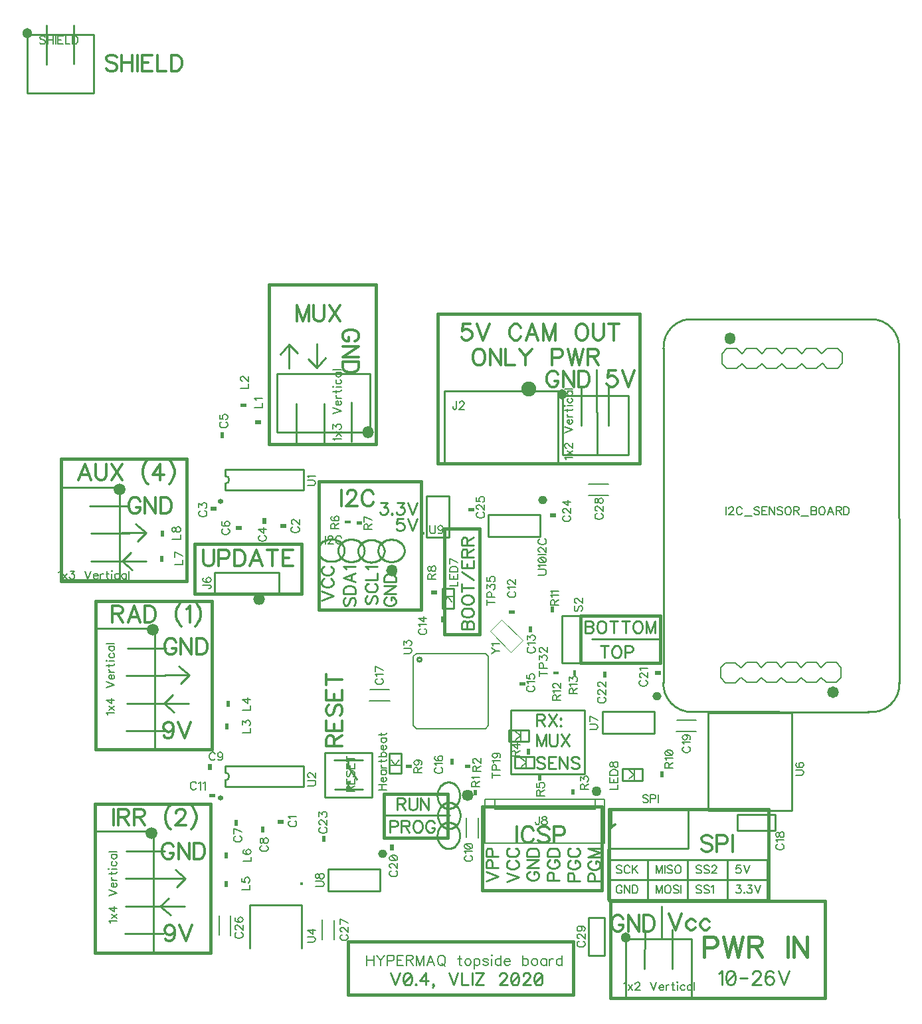
<source format=gto>
G04 DipTrace 3.3.1.3*
G04 Topsidev0.4d.gto*
%MOMM*%
G04 #@! TF.FileFunction,Legend,Top*
G04 #@! TF.Part,Single*
%ADD10C,0.25*%
%ADD14C,0.381*%
%ADD15C,0.254*%
%ADD40C,0.1*%
%ADD41C,0.1524*%
%ADD48C,0.2032*%
%ADD50O,1.46947X1.46877*%
%ADD53O,1.30116X1.30816*%
%ADD56O,1.89504X1.91229*%
%ADD60O,1.49905X1.50528*%
%ADD61O,1.49869X1.49836*%
%ADD62O,1.517X1.47648*%
%ADD65O,1.4692X1.46938*%
%ADD68O,1.25075X1.2855*%
%ADD69C,0.127*%
%ADD71O,1.49836X1.49869*%
%ADD76O,0.69724X0.69708*%
%ADD80O,0.39192X0.38938*%
%ADD83O,1.46826X1.46674*%
%ADD84O,1.46826X1.47175*%
%ADD89O,1.13934X1.09392*%
%ADD92O,0.41059X0.40794*%
%ADD177C,0.15686*%
%ADD178C,0.31373*%
%ADD179C,0.23529*%
%ADD180C,0.19608*%
%ADD181C,0.27451*%
%ADD182C,0.39216*%
%FSLAX35Y35*%
G04*
G71*
G90*
G75*
G01*
G04 TopSilk*
%LPD*%
G36*
X-3454793Y2569560D2*
X-3378594D1*
Y2523851D1*
X-3454793D1*
Y2569560D1*
G37*
G36*
X-3419476Y6335483D2*
X-3343277D1*
Y6289775D1*
X-3419476D1*
Y6335483D1*
G37*
G36*
X-4308476Y6557733D2*
X-4232277D1*
Y6512025D1*
X-4308476D1*
Y6557733D1*
G37*
G36*
X-3645427Y6341474D2*
X-3599718D1*
Y6417673D1*
X-3645427D1*
Y6341474D1*
G37*
G36*
X-4184427Y7431100D2*
X-4138718D1*
Y7507299D1*
X-4184427D1*
Y7431100D1*
G37*
G36*
X-3985670Y6312443D2*
X-3909471D1*
Y6266735D1*
X-3985670D1*
Y6312443D1*
G37*
G36*
X-3959457Y2574930D2*
X-4005165D1*
Y2498731D1*
X-3959457D1*
Y2574930D1*
G37*
G36*
X-3668487Y2406647D2*
X-3622778D1*
Y2482846D1*
X-3668487D1*
Y2406647D1*
G37*
G36*
X-4340860Y3206024D2*
X-4295151D1*
Y3282223D1*
X-4340860D1*
Y3206024D1*
G37*
X-897379Y2599415D2*
D41*
X-897002Y2344217D1*
X-1046008Y2597014D2*
X-1046083Y2348735D1*
G36*
X-4327920Y2902937D2*
X-4251721D1*
Y2857228D1*
X-4327920D1*
Y2902937D1*
G37*
G36*
X-507670Y5242187D2*
X-431471D1*
Y5196478D1*
X-507670D1*
Y5242187D1*
G37*
G36*
X-208580Y5035183D2*
X-254289D1*
Y4958984D1*
X-208580D1*
Y5035183D1*
G37*
G36*
X-1371420Y5160478D2*
X-1331108D1*
Y5088513D1*
X-1371420D1*
Y5160478D1*
G37*
G36*
X-296972Y4320604D2*
X-368937D1*
Y4280291D1*
X-296972D1*
Y4320604D1*
G37*
G36*
X-1248797Y3346355D2*
X-1208484D1*
Y3274390D1*
X-1248797D1*
Y3346355D1*
G37*
X-2027285Y4084439D2*
D41*
X-2282483Y4084062D1*
X-2029686Y4233068D2*
X-2277965Y4233143D1*
X2405847Y2638262D2*
D10*
X2889120D1*
Y2439592D1*
X2405847D1*
Y2638262D1*
X1880899Y3695522D2*
D41*
X1625700Y3695145D1*
X1878497Y3844151D2*
X1630219Y3844227D1*
G36*
X-2021050Y2180847D2*
X-1975341D1*
Y2257046D1*
X-2021050D1*
Y2180847D1*
G37*
G36*
X1427163Y4419843D2*
X1350964D1*
Y4465552D1*
X1427163D1*
Y4419843D1*
G37*
G36*
X739543Y4459306D2*
X693835D1*
Y4383107D1*
X739543D1*
Y4459306D1*
G37*
G36*
X-2843830Y2368180D2*
X-2889539D1*
Y2291981D1*
X-2843830D1*
Y2368180D1*
G37*
G36*
X21144Y6470233D2*
X97343D1*
Y6424525D1*
X21144D1*
Y6470233D1*
G37*
G36*
X-1022353Y6541860D2*
X-946154D1*
Y6496151D1*
X-1022353D1*
Y6541860D1*
G37*
X-4052689Y1354089D2*
D41*
X-4052312Y1098890D1*
X-4201318Y1351687D2*
X-4201393Y1103409D1*
X-2884688Y1043035D2*
X-2885065Y1298233D1*
X-2736059Y1045436D2*
X-2735983Y1293715D1*
X508535Y6848188D2*
X763733Y6848565D1*
X510936Y6699559D2*
X759215Y6699483D1*
X709445Y1326983D2*
D10*
X510775D1*
Y843710D1*
X709445D1*
Y1326983D1*
X-1883400Y3165598D2*
X-2030169D1*
Y3415235D1*
X-1883400D1*
Y3165598D1*
X-2031487Y3268074D2*
D48*
X-1956185Y3268174D1*
X-1892019Y3267650D2*
X-1956185Y3268174D1*
X-2008755Y3330933D1*
X-1953652Y3269722D2*
X-1901822Y3336275D1*
X-2174701Y5999579D2*
D10*
X-2174292Y6009511D1*
X-2173067Y6019395D1*
X-2171033Y6029182D1*
X-2168198Y6038825D1*
X-2164578Y6048277D1*
X-2160189Y6057492D1*
X-2155052Y6066424D1*
X-2149194Y6075031D1*
X-2142642Y6083270D1*
X-2135429Y6091102D1*
X-2127589Y6098487D1*
X-2119161Y6105391D1*
X-2110185Y6111779D1*
X-2100707Y6117621D1*
X-2090770Y6122887D1*
X-2080425Y6127553D1*
X-2069722Y6131595D1*
X-2058712Y6134994D1*
X-2047449Y6137733D1*
X-2035988Y6139800D1*
X-2024386Y6141183D1*
X-2012698Y6141876D1*
X-2000981D1*
X-1989293Y6141183D1*
X-1977691Y6139800D1*
X-1966230Y6137733D1*
X-1954968Y6134994D1*
X-1943958Y6131595D1*
X-1933254Y6127553D1*
X-1922909Y6122887D1*
X-1912973Y6117621D1*
X-1903494Y6111779D1*
X-1894519Y6105391D1*
X-1886090Y6098487D1*
X-1878250Y6091102D1*
X-1871037Y6083270D1*
X-1864485Y6075031D1*
X-1858627Y6066424D1*
X-1853491Y6057492D1*
X-1849102Y6048277D1*
X-1845481Y6038825D1*
X-1842647Y6029182D1*
X-1840612Y6019395D1*
X-1839387Y6009511D1*
X-1838978Y5999579D1*
X-1839387Y5989647D1*
X-1840612Y5979763D1*
X-1842647Y5969976D1*
X-1845481Y5960333D1*
X-1849102Y5950881D1*
X-1853491Y5941666D1*
X-1858627Y5932734D1*
X-1864485Y5924127D1*
X-1871037Y5915888D1*
X-1878250Y5908057D1*
X-1886090Y5900671D1*
X-1894519Y5893767D1*
X-1903494Y5887379D1*
X-1912973Y5881538D1*
X-1922909Y5876271D1*
X-1933254Y5871606D1*
X-1943958Y5867563D1*
X-1954968Y5864164D1*
X-1966230Y5861425D1*
X-1977691Y5859359D1*
X-1989293Y5857975D1*
X-2000981Y5857282D1*
X-2012698D1*
X-2024386Y5857975D1*
X-2035988Y5859359D1*
X-2047449Y5861425D1*
X-2058712Y5864164D1*
X-2069722Y5867563D1*
X-2080425Y5871606D1*
X-2090770Y5876271D1*
X-2100707Y5881538D1*
X-2110185Y5887379D1*
X-2119161Y5893767D1*
X-2127589Y5900671D1*
X-2135429Y5908057D1*
X-2142642Y5915888D1*
X-2149194Y5924127D1*
X-2155052Y5932734D1*
X-2160189Y5941666D1*
X-2164578Y5950881D1*
X-2168198Y5960333D1*
X-2171033Y5969976D1*
X-2173067Y5979763D1*
X-2174292Y5989647D1*
X-2174701Y5999579D1*
X-2430070Y5994169D2*
X-2429661Y6004101D1*
X-2428437Y6013985D1*
X-2426402Y6023772D1*
X-2423568Y6033415D1*
X-2419947Y6042867D1*
X-2415558Y6052082D1*
X-2410422Y6061014D1*
X-2404563Y6069621D1*
X-2398012Y6077860D1*
X-2390798Y6085691D1*
X-2382958Y6093077D1*
X-2374530Y6099981D1*
X-2365555Y6106369D1*
X-2356076Y6112210D1*
X-2346140Y6117477D1*
X-2335795Y6122143D1*
X-2325091Y6126185D1*
X-2314081Y6129584D1*
X-2302818Y6132323D1*
X-2291358Y6134389D1*
X-2279755Y6135773D1*
X-2268067Y6136466D1*
X-2256351D1*
X-2244663Y6135773D1*
X-2233060Y6134389D1*
X-2221600Y6132323D1*
X-2210337Y6129584D1*
X-2199327Y6126185D1*
X-2188623Y6122143D1*
X-2178278Y6117477D1*
X-2168342Y6112210D1*
X-2158863Y6106369D1*
X-2149888Y6099981D1*
X-2141460Y6093077D1*
X-2133620Y6085691D1*
X-2126406Y6077860D1*
X-2119855Y6069621D1*
X-2113996Y6061014D1*
X-2108860Y6052082D1*
X-2104471Y6042867D1*
X-2100850Y6033415D1*
X-2098016Y6023772D1*
X-2095981Y6013985D1*
X-2094757Y6004101D1*
X-2094348Y5994169D1*
X-2094757Y5984237D1*
X-2095981Y5974353D1*
X-2098016Y5964566D1*
X-2100850Y5954923D1*
X-2104471Y5945471D1*
X-2108860Y5936256D1*
X-2113996Y5927324D1*
X-2119855Y5918717D1*
X-2126406Y5910478D1*
X-2133620Y5902646D1*
X-2141460Y5895261D1*
X-2149888Y5888357D1*
X-2158863Y5881969D1*
X-2168342Y5876127D1*
X-2178278Y5870861D1*
X-2188623Y5866195D1*
X-2199327Y5862153D1*
X-2210337Y5858754D1*
X-2221600Y5856015D1*
X-2233060Y5853948D1*
X-2244663Y5852565D1*
X-2256351Y5851872D1*
X-2268067D1*
X-2279755Y5852565D1*
X-2291358Y5853948D1*
X-2302818Y5856015D1*
X-2314081Y5858754D1*
X-2325091Y5862153D1*
X-2335795Y5866195D1*
X-2346140Y5870861D1*
X-2356076Y5876127D1*
X-2365555Y5881969D1*
X-2374530Y5888357D1*
X-2382958Y5895261D1*
X-2390798Y5902646D1*
X-2398012Y5910478D1*
X-2404563Y5918717D1*
X-2410422Y5927324D1*
X-2415558Y5936256D1*
X-2419947Y5945471D1*
X-2423568Y5954923D1*
X-2426402Y5964566D1*
X-2428437Y5974353D1*
X-2429661Y5984237D1*
X-2430070Y5994169D1*
X-2684889Y6000144D2*
X-2684480Y6010076D1*
X-2683256Y6019960D1*
X-2681221Y6029747D1*
X-2678387Y6039390D1*
X-2674766Y6048842D1*
X-2670377Y6058056D1*
X-2665241Y6066989D1*
X-2659382Y6075596D1*
X-2652831Y6083835D1*
X-2645617Y6091666D1*
X-2637777Y6099052D1*
X-2629349Y6105955D1*
X-2620374Y6112344D1*
X-2610895Y6118185D1*
X-2600959Y6123452D1*
X-2590614Y6128117D1*
X-2579910Y6132160D1*
X-2568900Y6135559D1*
X-2557637Y6138298D1*
X-2546177Y6140364D1*
X-2534574Y6141747D1*
X-2522886Y6142441D1*
X-2511170D1*
X-2499482Y6141747D1*
X-2487879Y6140364D1*
X-2476419Y6138298D1*
X-2465156Y6135559D1*
X-2454146Y6132160D1*
X-2443442Y6128117D1*
X-2433097Y6123452D1*
X-2423161Y6118185D1*
X-2413682Y6112344D1*
X-2404707Y6105955D1*
X-2396279Y6099052D1*
X-2388439Y6091666D1*
X-2381225Y6083835D1*
X-2374674Y6075596D1*
X-2368815Y6066989D1*
X-2363679Y6058056D1*
X-2359290Y6048842D1*
X-2355669Y6039390D1*
X-2352835Y6029747D1*
X-2350800Y6019960D1*
X-2349576Y6010076D1*
X-2349167Y6000144D1*
X-2349576Y5990212D1*
X-2350800Y5980328D1*
X-2352835Y5970540D1*
X-2355669Y5960897D1*
X-2359290Y5951446D1*
X-2363679Y5942231D1*
X-2368815Y5933299D1*
X-2374674Y5924692D1*
X-2381225Y5916453D1*
X-2388439Y5908621D1*
X-2396279Y5901236D1*
X-2404707Y5894332D1*
X-2413682Y5887944D1*
X-2423161Y5882102D1*
X-2433097Y5876836D1*
X-2443442Y5872170D1*
X-2454146Y5868128D1*
X-2465156Y5864729D1*
X-2476419Y5861989D1*
X-2487879Y5859923D1*
X-2499482Y5858540D1*
X-2511170Y5857847D1*
X-2522886D1*
X-2534574Y5858540D1*
X-2546177Y5859923D1*
X-2557637Y5861989D1*
X-2568900Y5864729D1*
X-2579910Y5868128D1*
X-2590614Y5872170D1*
X-2600959Y5876836D1*
X-2610895Y5882102D1*
X-2620374Y5887944D1*
X-2629349Y5894332D1*
X-2637777Y5901236D1*
X-2645617Y5908621D1*
X-2652831Y5916453D1*
X-2659382Y5924692D1*
X-2665241Y5933299D1*
X-2670377Y5942231D1*
X-2674766Y5951446D1*
X-2678387Y5960897D1*
X-2681221Y5970540D1*
X-2683256Y5980328D1*
X-2684480Y5990212D1*
X-2684889Y6000144D1*
X-2939708Y6003155D2*
X-2939299Y6013087D1*
X-2938075Y6022971D1*
X-2936040Y6032758D1*
X-2933206Y6042401D1*
X-2929585Y6051853D1*
X-2925196Y6061067D1*
X-2920060Y6070000D1*
X-2914201Y6078606D1*
X-2907650Y6086846D1*
X-2900436Y6094677D1*
X-2892596Y6102063D1*
X-2884168Y6108966D1*
X-2875193Y6115355D1*
X-2865714Y6121196D1*
X-2855778Y6126463D1*
X-2845433Y6131128D1*
X-2834729Y6135171D1*
X-2823719Y6138570D1*
X-2812456Y6141309D1*
X-2800996Y6143375D1*
X-2789393Y6144758D1*
X-2777705Y6145452D1*
X-2765989D1*
X-2754301Y6144758D1*
X-2742698Y6143375D1*
X-2731238Y6141309D1*
X-2719975Y6138570D1*
X-2708965Y6135171D1*
X-2698261Y6131128D1*
X-2687916Y6126463D1*
X-2677980Y6121196D1*
X-2668501Y6115355D1*
X-2659526Y6108966D1*
X-2651098Y6102063D1*
X-2643258Y6094677D1*
X-2636044Y6086846D1*
X-2629493Y6078606D1*
X-2623634Y6070000D1*
X-2618498Y6061067D1*
X-2614109Y6051853D1*
X-2610488Y6042401D1*
X-2607654Y6032758D1*
X-2605619Y6022971D1*
X-2604395Y6013087D1*
X-2603986Y6003155D1*
X-2604395Y5993222D1*
X-2605619Y5983339D1*
X-2607654Y5973551D1*
X-2610488Y5963908D1*
X-2614109Y5954457D1*
X-2618498Y5945242D1*
X-2623634Y5936310D1*
X-2629493Y5927703D1*
X-2636044Y5919464D1*
X-2643258Y5911632D1*
X-2651098Y5904247D1*
X-2659526Y5897343D1*
X-2668501Y5890955D1*
X-2677980Y5885113D1*
X-2687916Y5879847D1*
X-2698261Y5875181D1*
X-2708965Y5871139D1*
X-2719975Y5867740D1*
X-2731238Y5865000D1*
X-2742698Y5862934D1*
X-2754301Y5861551D1*
X-2765989Y5860858D1*
X-2777705D1*
X-2789393Y5861551D1*
X-2800996Y5862934D1*
X-2812456Y5865000D1*
X-2823719Y5867740D1*
X-2834729Y5871139D1*
X-2845433Y5875181D1*
X-2855778Y5879847D1*
X-2865714Y5885113D1*
X-2875193Y5890955D1*
X-2884168Y5897343D1*
X-2892596Y5904247D1*
X-2900436Y5911632D1*
X-2907650Y5919464D1*
X-2914201Y5927703D1*
X-2920060Y5936310D1*
X-2925196Y5945242D1*
X-2929585Y5954457D1*
X-2933206Y5963908D1*
X-2936040Y5973551D1*
X-2938075Y5983339D1*
X-2939299Y5993222D1*
X-2939708Y6003155D1*
D50*
X-2000290Y5748520D3*
X1824567Y306263D2*
D10*
X984729D1*
Y1054775D1*
X1824567D1*
Y306263D1*
D53*
X979725Y1069070D3*
X1223123Y675321D2*
D10*
X1224033Y1169131D1*
X1576164Y677920D2*
X1577074Y1172597D1*
X116931Y7108501D2*
X-1332925D1*
Y8028789D1*
X116931D1*
Y7108501D1*
D56*
X-254557Y8053779D3*
X-5774507Y3465533D2*
D10*
X-5021392D1*
Y5012454D1*
X-5774507D1*
Y3465533D1*
D60*
X-5043384Y4991636D3*
X-5387627Y3705738D2*
D10*
X-4893928D1*
X-5377753Y4056438D2*
X-4884054Y4054836D1*
X-5381343Y4408738D2*
X-4886747D1*
X-5371469Y4757836D2*
X-4876873D1*
X-5790380Y879407D2*
X-5037266D1*
Y2426327D1*
X-5790380D1*
Y879407D1*
D60*
X-5059258Y2405509D3*
X-5403500Y1119612D2*
D10*
X-4909802D1*
X-5393626Y1470311D2*
X-4899928Y1468710D1*
X-5397217Y1822612D2*
X-4902621D1*
X-5387343Y2171710D2*
X-4892747D1*
X-3459417Y8252953D2*
X-2280121D1*
Y7504650D1*
X-3459417D1*
Y8252953D1*
D61*
X-2305918Y7505964D3*
X-2864855Y7874421D2*
D10*
Y7379349D1*
X-3217415Y7870916D2*
Y7376720D1*
X-2518437Y7886688D2*
Y7392492D1*
X-3436690Y5452499D2*
X-4256690D1*
Y5722367D1*
X-3436690D1*
Y5452499D1*
D62*
X-3688840Y5386057D3*
X-1418302Y2882664D2*
D10*
X-1417956Y2894374D1*
X-1416917Y2906027D1*
X-1415191Y2917567D1*
X-1412787Y2928936D1*
X-1409716Y2940080D1*
X-1405993Y2950944D1*
X-1401637Y2961476D1*
X-1396668Y2971624D1*
X-1391111Y2981338D1*
X-1384992Y2990571D1*
X-1378343Y2999279D1*
X-1371194Y3007419D1*
X-1363581Y3014951D1*
X-1355541Y3021838D1*
X-1347113Y3028047D1*
X-1338339Y3033548D1*
X-1329260Y3038314D1*
X-1319922Y3042322D1*
X-1310369Y3045552D1*
X-1300648Y3047988D1*
X-1290807Y3049619D1*
X-1280893Y3050436D1*
X-1270956D1*
X-1261042Y3049619D1*
X-1251201Y3047988D1*
X-1241480Y3045552D1*
X-1231927Y3042322D1*
X-1222589Y3038314D1*
X-1213510Y3033548D1*
X-1204736Y3028047D1*
X-1196308Y3021838D1*
X-1188268Y3014951D1*
X-1180655Y3007419D1*
X-1173506Y2999279D1*
X-1166857Y2990571D1*
X-1160738Y2981338D1*
X-1155181Y2971624D1*
X-1150212Y2961476D1*
X-1145856Y2950944D1*
X-1142133Y2940080D1*
X-1139062Y2928936D1*
X-1136658Y2917567D1*
X-1134932Y2906027D1*
X-1133893Y2894374D1*
X-1133547Y2882664D1*
X-1133893Y2870953D1*
X-1134932Y2859300D1*
X-1136658Y2847760D1*
X-1139062Y2836391D1*
X-1142133Y2825247D1*
X-1145856Y2814383D1*
X-1150212Y2803851D1*
X-1155181Y2793703D1*
X-1160738Y2783989D1*
X-1166857Y2774756D1*
X-1173506Y2766048D1*
X-1180655Y2757908D1*
X-1188268Y2750376D1*
X-1196308Y2743489D1*
X-1204736Y2737280D1*
X-1213510Y2731779D1*
X-1222589Y2727013D1*
X-1231927Y2723005D1*
X-1241480Y2719775D1*
X-1251201Y2717339D1*
X-1261042Y2715708D1*
X-1270956Y2714891D1*
X-1280893D1*
X-1290807Y2715708D1*
X-1300648Y2717339D1*
X-1310369Y2719775D1*
X-1319922Y2723005D1*
X-1329260Y2727013D1*
X-1338339Y2731779D1*
X-1347113Y2737280D1*
X-1355541Y2743489D1*
X-1363581Y2750376D1*
X-1371194Y2757908D1*
X-1378343Y2766048D1*
X-1384992Y2774756D1*
X-1391111Y2783989D1*
X-1396668Y2793703D1*
X-1401637Y2803851D1*
X-1405993Y2814383D1*
X-1409716Y2825247D1*
X-1412787Y2836391D1*
X-1415191Y2847760D1*
X-1416917Y2859300D1*
X-1417956Y2870953D1*
X-1418302Y2882664D1*
X-1412926Y2627277D2*
X-1412579Y2638988D1*
X-1411540Y2650641D1*
X-1409814Y2662180D1*
X-1407410Y2673550D1*
X-1404338Y2684694D1*
X-1400615Y2695558D1*
X-1396258Y2706090D1*
X-1391288Y2716237D1*
X-1385730Y2725952D1*
X-1379611Y2735185D1*
X-1372960Y2743893D1*
X-1365810Y2752033D1*
X-1358196Y2759564D1*
X-1350155Y2766452D1*
X-1341726Y2772661D1*
X-1332950Y2778162D1*
X-1323869Y2782928D1*
X-1314529Y2786936D1*
X-1304975Y2790165D1*
X-1295253Y2792602D1*
X-1285410Y2794232D1*
X-1275495Y2795050D1*
X-1265555D1*
X-1255640Y2794232D1*
X-1245797Y2792602D1*
X-1236075Y2790165D1*
X-1226521Y2786936D1*
X-1217181Y2782928D1*
X-1208101Y2778162D1*
X-1199325Y2772661D1*
X-1190895Y2766452D1*
X-1182854Y2759564D1*
X-1175240Y2752033D1*
X-1168090Y2743893D1*
X-1161439Y2735185D1*
X-1155320Y2725952D1*
X-1149762Y2716237D1*
X-1144792Y2706090D1*
X-1140435Y2695558D1*
X-1136712Y2684694D1*
X-1133640Y2673550D1*
X-1131236Y2662180D1*
X-1129510Y2650641D1*
X-1128471Y2638988D1*
X-1128124Y2627277D1*
X-1128471Y2615567D1*
X-1129510Y2603914D1*
X-1131236Y2592374D1*
X-1133640Y2581005D1*
X-1136712Y2569861D1*
X-1140435Y2558996D1*
X-1144792Y2548465D1*
X-1149762Y2538317D1*
X-1155320Y2528603D1*
X-1161439Y2519369D1*
X-1168090Y2510662D1*
X-1175240Y2502522D1*
X-1182854Y2494990D1*
X-1190895Y2488103D1*
X-1199325Y2481893D1*
X-1208101Y2476392D1*
X-1217181Y2471626D1*
X-1226521Y2467619D1*
X-1236075Y2464389D1*
X-1245797Y2461953D1*
X-1255640Y2460322D1*
X-1265555Y2459505D1*
X-1275495D1*
X-1285410Y2460322D1*
X-1295253Y2461953D1*
X-1304975Y2464389D1*
X-1314529Y2467619D1*
X-1323869Y2471626D1*
X-1332950Y2476392D1*
X-1341726Y2481893D1*
X-1350155Y2488103D1*
X-1358196Y2494990D1*
X-1365810Y2502522D1*
X-1372960Y2510662D1*
X-1379611Y2519369D1*
X-1385730Y2528603D1*
X-1391288Y2538317D1*
X-1396258Y2548465D1*
X-1400615Y2558996D1*
X-1404338Y2569861D1*
X-1407410Y2581005D1*
X-1409814Y2592374D1*
X-1411540Y2603914D1*
X-1412579Y2615567D1*
X-1412926Y2627277D1*
X-1418905Y2372483D2*
X-1418558Y2384193D1*
X-1417519Y2395847D1*
X-1415793Y2407386D1*
X-1413389Y2418756D1*
X-1410317Y2429900D1*
X-1406594Y2440764D1*
X-1402237Y2451296D1*
X-1397267Y2461443D1*
X-1391709Y2471157D1*
X-1385589Y2480391D1*
X-1378939Y2489099D1*
X-1371789Y2497238D1*
X-1364175Y2504770D1*
X-1356134Y2511658D1*
X-1347704Y2517867D1*
X-1338928Y2523368D1*
X-1329848Y2528134D1*
X-1320508Y2532142D1*
X-1310954Y2535371D1*
X-1301232Y2537808D1*
X-1291389Y2539438D1*
X-1281474Y2540256D1*
X-1271534D1*
X-1261619Y2539438D1*
X-1251776Y2537808D1*
X-1242054Y2535371D1*
X-1232499Y2532142D1*
X-1223159Y2528134D1*
X-1214079Y2523368D1*
X-1205303Y2517867D1*
X-1196874Y2511658D1*
X-1188833Y2504770D1*
X-1181219Y2497238D1*
X-1174069Y2489099D1*
X-1167418Y2480391D1*
X-1161299Y2471157D1*
X-1155741Y2461443D1*
X-1150771Y2451296D1*
X-1146414Y2440764D1*
X-1142691Y2429900D1*
X-1139619Y2418756D1*
X-1137214Y2407386D1*
X-1135489Y2395847D1*
X-1134450Y2384193D1*
X-1134103Y2372483D1*
X-1134450Y2360773D1*
X-1135489Y2349119D1*
X-1137214Y2337580D1*
X-1139619Y2326211D1*
X-1142691Y2315067D1*
X-1146414Y2304202D1*
X-1150771Y2293671D1*
X-1155741Y2283523D1*
X-1161299Y2273809D1*
X-1167418Y2264575D1*
X-1174069Y2255868D1*
X-1181219Y2247728D1*
X-1188833Y2240196D1*
X-1196874Y2233309D1*
X-1205303Y2227099D1*
X-1214079Y2221598D1*
X-1223159Y2216832D1*
X-1232499Y2212825D1*
X-1242054Y2209595D1*
X-1251776Y2207159D1*
X-1261619Y2205528D1*
X-1271534Y2204711D1*
X-1281474D1*
X-1291389Y2205528D1*
X-1301232Y2207159D1*
X-1310954Y2209595D1*
X-1320508Y2212825D1*
X-1329848Y2216832D1*
X-1338928Y2221598D1*
X-1347704Y2227099D1*
X-1356134Y2233309D1*
X-1364175Y2240196D1*
X-1371789Y2247728D1*
X-1378939Y2255868D1*
X-1385589Y2264575D1*
X-1391709Y2273809D1*
X-1397267Y2283523D1*
X-1402237Y2293671D1*
X-1406594Y2304202D1*
X-1410317Y2315067D1*
X-1413389Y2326211D1*
X-1415793Y2337580D1*
X-1417519Y2349119D1*
X-1418558Y2360773D1*
X-1418905Y2372483D1*
D65*
X-1028895Y2881225D3*
D68*
X606325Y2938895D3*
X715557Y2272770D2*
D69*
Y2831526D1*
X-808690Y2272770D2*
Y2831526D1*
Y2272770D2*
X715557D1*
X-808690Y2831526D2*
X-681947D1*
X588815D1*
X715557D1*
X588815D2*
Y2704436D1*
X-681947D1*
Y2831526D1*
X-6214017Y5625203D2*
D10*
X-5465713D1*
Y6804499D1*
X-6214017D1*
Y5625203D1*
D71*
X-5467028Y6778702D3*
X-5835484Y6219765D2*
D10*
X-5340412D1*
X-5831979Y5867205D2*
X-5337783D1*
X-5847751Y6566183D2*
X-5353556D1*
G36*
X-3851274Y7825013D2*
X-3927473D1*
Y7870722D1*
X-3851274D1*
Y7825013D1*
G37*
G36*
X-3666397Y7613013D2*
X-3742596D1*
Y7658722D1*
X-3666397D1*
Y7613013D1*
G37*
G36*
X-4077077Y3796926D2*
X-4122785D1*
Y3720727D1*
X-4077077D1*
Y3796926D1*
G37*
G36*
X-4061207Y4082680D2*
X-4106915D1*
Y4006481D1*
X-4061207D1*
Y4082680D1*
G37*
G36*
X-4085577Y1793430D2*
X-4131285D1*
Y1717231D1*
X-4085577D1*
Y1793430D1*
G37*
G36*
Y2153426D2*
X-4131285D1*
Y2077227D1*
X-4085577D1*
Y2153426D1*
G37*
G36*
X-4906953Y5935676D2*
X-4952662D1*
Y5859477D1*
X-4906953D1*
Y5935676D1*
G37*
G36*
X-4902577Y6257556D2*
X-4948285D1*
Y6181357D1*
X-4902577D1*
Y6257556D1*
G37*
X-1358667Y5514482D2*
D10*
X-1211898D1*
Y5264845D1*
X-1358667D1*
Y5514482D1*
X-1210580Y5412006D2*
D48*
X-1285882Y5411906D1*
X-1350048Y5412430D2*
X-1285882Y5411906D1*
X-1233311Y5349147D1*
X-1288414Y5410358D2*
X-1340245Y5343805D1*
X1192105Y3220417D2*
D10*
X942468D1*
Y3073648D1*
X1192105D1*
Y3220417D1*
X1089629Y3072330D2*
D48*
X1089529Y3147632D1*
X1090054Y3211798D2*
X1089529Y3147632D1*
X1026771Y3095061D1*
X1087982Y3150164D2*
X1021428Y3201995D1*
X-256085Y3716120D2*
D10*
X-505722D1*
Y3569351D1*
X-256085D1*
Y3716120D1*
X-358561Y3568033D2*
D48*
X-358661Y3643335D1*
X-358136Y3707501D2*
X-358661Y3643335D1*
X-421419Y3590765D1*
X-360208Y3645868D2*
X-426762Y3697698D1*
X1013723Y7223550D2*
D10*
X173886D1*
Y7972062D1*
X1013723D1*
Y7223550D1*
D53*
X168881Y7986356D3*
X412279Y7592608D2*
D10*
X413189Y8086418D1*
X765321Y7595207D2*
X766231Y8089883D1*
G36*
X-958670Y2953855D2*
X-918358D1*
Y2881890D1*
X-958670D1*
Y2953855D1*
G37*
G36*
X-997038Y3272557D2*
X-1069004D1*
Y3232244D1*
X-997038D1*
Y3272557D1*
G37*
G36*
X291580Y2963978D2*
X331892D1*
Y2892013D1*
X291580D1*
Y2963978D1*
G37*
G36*
X-239086Y3404928D2*
X-279399D1*
Y3476894D1*
X-239086D1*
Y3404928D1*
G37*
G36*
X-96210Y3071548D2*
X-136522D1*
Y3143514D1*
X-96210D1*
Y3071548D1*
G37*
G36*
X-2595838Y6343850D2*
X-2523873D1*
Y6384162D1*
X-2595838D1*
Y6343850D1*
G37*
G36*
X-2449402Y6331520D2*
X-2377436D1*
Y6371832D1*
X-2449402D1*
Y6331520D1*
G37*
G36*
X-1422397Y5443763D2*
X-1498596D1*
Y5489472D1*
X-1422397D1*
Y5443763D1*
G37*
G36*
X-1745165Y3272310D2*
X-1817130D1*
Y3231998D1*
X-1745165D1*
Y3272310D1*
G37*
G36*
X1467483Y3191603D2*
X1421775D1*
Y3115404D1*
X1467483D1*
Y3191603D1*
G37*
G36*
X24080Y5285975D2*
X64392D1*
Y5214010D1*
X24080D1*
Y5285975D1*
G37*
G36*
X56785Y4421473D2*
Y4461786D1*
X128750D1*
Y4421473D1*
X56785D1*
G37*
G36*
X349790Y4406545D2*
X309478D1*
Y4478510D1*
X349790D1*
Y4406545D1*
G37*
X-2253433Y3423120D2*
D10*
X-2855820D1*
Y2863080D1*
X-2253433D1*
Y3423120D1*
X-2373549Y3330060D2*
X-2732632D1*
X-2371863Y2961180D2*
X-2727271D1*
X-2554627Y3326700D2*
Y3253920D1*
X-2559687Y3064440D2*
Y2967960D1*
X-2558000Y3248880D2*
X-2448004Y3086400D1*
X166698Y5169700D2*
X406668D1*
Y4569700D1*
X166698D1*
Y5169700D1*
X-184645Y3374790D2*
X-434282D1*
Y3228021D1*
X-184645D1*
Y3374790D1*
X-287121Y3226703D2*
D48*
X-287221Y3302005D1*
X-286696Y3366171D2*
X-287221Y3302005D1*
X-349979Y3249435D1*
X-288768Y3304538D2*
X-355322Y3356368D1*
X-5803370Y11823560D2*
D10*
X-6643208D1*
Y12572072D1*
X-5803370D1*
Y11823560D1*
D53*
X-6648212Y12586366D3*
X-6404814Y12192618D2*
D10*
X-6403904Y12686428D1*
X-6051773Y12195217D2*
X-6050863Y12689893D1*
X758433Y2711077D2*
X1774433D1*
Y2203077D1*
X758433D1*
Y2711077D1*
X-4123062Y6771967D2*
X-3123098D1*
X-4123062Y7032447D2*
X-3123098D1*
Y6771967D2*
Y7032447D1*
X-4123062Y6771967D2*
Y6851887D1*
Y6952527D2*
Y7032447D1*
Y6851887D2*
G03X-4123062Y6952527I-268J50320D01*
G01*
D76*
X-4181093Y6627741D3*
X-4123062Y2993713D2*
D10*
X-3123098D1*
X-4123062Y3254193D2*
X-3123098D1*
Y2993713D2*
Y3254193D1*
X-4123062Y2993713D2*
Y3073633D1*
Y3174273D2*
Y3254193D1*
Y3073633D2*
G03X-4123062Y3174273I-268J50320D01*
G01*
D76*
X-4181093Y2849487D3*
X-1726421Y4651606D2*
D48*
X-1686466Y4691561D1*
X-806408D1*
X-766453Y4651606D1*
Y3771548D1*
X-806408Y3731593D1*
X-1686466D1*
X-1726421Y3771548D1*
Y4651606D1*
X-1674676Y4611585D2*
D15*
G02X-1674676Y4611585I28230J0D01*
G01*
X-3146429Y1486418D2*
D10*
X-3806447D1*
X-3146429Y936510D2*
Y1486418D1*
X-3806447Y936510D2*
Y1486418D1*
D80*
X-3146803Y1758313D3*
D83*
X2314044Y8698245D3*
X3488354Y8513276D2*
D48*
X3551839Y8576851D1*
X3679108D1*
X3742292Y8513276D1*
X3032230Y8572346D2*
X3159199D1*
X3222683Y8508771D1*
X3742292Y8386626D2*
X3679108Y8323050D1*
X3551839D1*
X3488354Y8386626D1*
X3222683Y8382121D2*
X3159199Y8318545D1*
X3742292Y8513276D2*
Y8386626D1*
X3222683Y8508771D2*
X3286167Y8572346D1*
X3413136D1*
X3476620Y8508771D1*
Y8382121D2*
X3413136Y8318545D1*
X3286167D1*
X3222683Y8382121D1*
X2714507Y8508771D2*
X2777992Y8572346D1*
X2904960D1*
X2968746Y8508771D1*
Y8382121D2*
X2904960Y8318545D1*
X2777992D1*
X2714507Y8382121D1*
X3032230Y8572346D2*
X2968746Y8508771D1*
Y8382121D2*
X3032230Y8318545D1*
X3159199D2*
X3032230D1*
X2270117Y8572346D2*
X2397086D1*
X2460570Y8508771D1*
Y8382121D2*
X2397086Y8318545D1*
X2460570Y8508771D2*
X2524054Y8572346D1*
X2651023D1*
X2714507Y8508771D1*
Y8382121D2*
X2651023Y8318545D1*
X2524054D1*
X2460570Y8382121D1*
X2206633Y8508771D2*
Y8382121D1*
X2270117Y8572346D2*
X2206633Y8508771D1*
Y8382121D2*
X2270117Y8318545D1*
X2397086D2*
X2270117D1*
D84*
X3621040Y4195155D3*
X2446730Y4379874D2*
D48*
X2383245Y4316299D1*
X2255976D1*
X2192792Y4379874D1*
X2902854Y4320804D2*
X2775886D1*
X2712401Y4384380D1*
X2192792Y4507025D2*
X2255976Y4570100D1*
X2383245D1*
X2446730Y4507025D1*
X2712401Y4511530D2*
X2775886Y4574605D1*
X2192792Y4379874D2*
Y4507025D1*
X2712401Y4384380D2*
X2648917Y4320804D1*
X2521948D1*
X2458464Y4384380D1*
Y4511530D2*
X2521948Y4574605D1*
X2648917D1*
X2712401Y4511530D1*
X3220276Y4384380D2*
X3157092Y4320804D1*
X3029823D1*
X2966339Y4384380D1*
Y4511530D2*
X3029823Y4574605D1*
X3157092D1*
X3220276Y4511530D1*
X2902854Y4320804D2*
X2966339Y4384380D1*
Y4511530D2*
X2902854Y4574605D1*
X2775886D2*
X2902854D1*
X3664967Y4320804D2*
X3537999D1*
X3474514Y4384380D1*
Y4511530D2*
X3537999Y4574605D1*
X3474514Y4384380D2*
X3411030Y4320804D1*
X3284061D1*
X3220276Y4384380D1*
Y4511530D2*
X3284061Y4574605D1*
X3411030D1*
X3474514Y4511530D1*
X3728452Y4384380D2*
Y4511530D1*
X3664967Y4320804D2*
X3728452Y4384380D1*
Y4511530D2*
X3664967Y4574605D1*
X3537999D2*
X3664967D1*
X4465291Y8542811D2*
D10*
X4471008Y4310292D1*
X1464076Y8571345D2*
G02X1867247Y8944788I356762J19192D01*
G01*
X1839266Y3945859D2*
G02X1465280Y4348837I-19730J356718D01*
G01*
X4470406Y4319803D2*
G02X4067235Y3945859I-356772J-19656D01*
G01*
X4091004Y8946290D2*
G02X4464990Y8542811I19684J-356819D01*
G01*
X4078067Y3944358D2*
X1828133Y3947862D1*
X4101535Y8943787D2*
X1851000Y8948793D1*
X1464979Y8579354D2*
X1467687Y4313796D1*
X3099620Y2688017D2*
X2032820D1*
Y3932617D1*
X3099620D1*
Y2688017D1*
D89*
X1380775Y4145381D3*
X1346204Y3953627D2*
D10*
X686198D1*
X1346204Y3673787D2*
X686198D1*
Y3953627D2*
Y3673787D1*
X1346204Y3953627D2*
Y3673787D1*
D89*
X-2118849Y2139251D3*
X-2153420Y1947497D2*
D10*
X-2813425D1*
X-2153420Y1667657D2*
X-2813425D1*
Y1947497D2*
Y1667657D1*
X-2153420Y1947497D2*
Y1667657D1*
X-1561660Y6168973D2*
X-1266393D1*
Y6691973D1*
X-1561660D1*
Y6168973D1*
D92*
X-1602897Y6223888D3*
D89*
X-71785Y6645674D3*
X-106356Y6453920D2*
D10*
X-766362D1*
X-106356Y6174080D2*
X-766362D1*
Y6453920D2*
Y6174080D1*
X-106356Y6453920D2*
Y6174080D1*
X-599314Y5119098D2*
D40*
X-333425Y4853209D1*
X-478366Y4708268D1*
X-744255Y4974158D1*
X-599314Y5119098D1*
X-2554047Y1018873D2*
D14*
X313937D1*
Y344163D1*
X-2554047D1*
Y1018873D1*
X769933Y2706703D2*
X2801933D1*
Y1547827D1*
X769933D1*
Y2706703D1*
X-4639690Y1466330D2*
D15*
X-4949690D1*
X-4819690Y1356323D2*
X-4949690Y1466330D1*
X-4839690Y1576327D1*
X-2958793Y8637253D2*
Y8327257D1*
X-2848793Y8457250D2*
X-2958793Y8327257D1*
X-3068793Y8437253D1*
X-3311797Y8318127D2*
Y8628133D1*
X-3421787Y8498127D2*
X-3311797Y8628133D1*
X-3201797Y8518127D1*
X-5444753Y6227513D2*
X-5134747D1*
X-5264750Y6337517D2*
X-5134747Y6227513D1*
X-5244753Y6117513D1*
X-5128880Y5865757D2*
X-5438880D1*
X-5308877Y5755760D2*
X-5438880Y5865757D1*
X-5328880Y5975760D1*
X552060Y4870077D2*
X1409310D1*
X-479817Y3965200D2*
X456810D1*
Y3155577D1*
X-479817D1*
Y3965200D1*
X-5786443Y2770200D2*
D14*
X-4310063D1*
Y881077D1*
X-5786443D1*
Y2770200D1*
X-2928940Y6881827D2*
X-1627190D1*
Y5246703D1*
X-2928940D1*
Y6881827D1*
X409183Y5171703D2*
X1425183D1*
Y4568450D1*
X409183D1*
Y5171703D1*
X-2099067Y2901577D2*
X-1289440D1*
Y2345950D1*
X-2099067D1*
Y2901577D1*
Y2631700D2*
D15*
X-1257690D1*
X-4892067Y4415707D2*
X-4582060D1*
X-4712063Y4525700D2*
X-4582060Y4415707D1*
X-4692067Y4305703D1*
X754060Y2071703D2*
Y2198703D1*
X1436683Y1055703D2*
Y1468450D1*
X614340Y7231240D2*
X609967Y8306363D1*
X-5770567Y5357827D2*
D14*
X-4294190D1*
Y3468703D1*
X-5770567D1*
Y5357827D1*
X-4516440Y6088077D2*
X-3151190D1*
Y5453073D1*
X-4516440D1*
Y6088077D1*
X785003Y1539873D2*
X3524250D1*
Y301510D1*
X785003D1*
Y1539873D1*
X-1412870Y9017000D2*
X1158880D1*
Y7112000D1*
X-1412870D1*
Y9017000D1*
X-6215063Y7167580D2*
X-4611690D1*
Y5611830D1*
X-6215063D1*
Y7167580D1*
X-3563667Y9384693D2*
X-2198420D1*
Y7352693D1*
X-3563667D1*
Y9384693D1*
X-1325567Y6278573D2*
X-881067D1*
Y4929203D1*
X-1325567D1*
Y6278573D1*
X-849317Y2738450D2*
X674683D1*
Y1674827D1*
X-849317D1*
Y2738450D1*
X-4592067Y4053953D2*
D15*
X-4902063D1*
X-4772060Y3943943D2*
X-4902063Y4053953D1*
X-4792067Y4163950D1*
X-4939693Y1828080D2*
X-4629687D1*
X-4759690Y1938077D2*
X-4629687Y1828080D1*
X-4739693Y1718080D1*
X754060Y2062077D2*
D10*
X1262060D1*
Y1808077D1*
X754060D1*
Y2062077D1*
Y1808077D2*
X1262060D1*
Y1554077D1*
X754060D1*
Y1808077D1*
X1262060Y2062077D2*
X1770060D1*
Y1808077D1*
X1262060D1*
Y2062077D1*
Y1808077D2*
X1770060D1*
Y1554077D1*
X1262060D1*
Y1808077D1*
X1770060Y2062077D2*
X2278060D1*
Y1808077D1*
X1770060D1*
Y2062077D1*
Y1808077D2*
X2278060D1*
Y1554077D1*
X1770060D1*
Y1808077D1*
X2278060Y2062077D2*
X2786060D1*
Y1808077D1*
X2278060D1*
Y2062077D1*
Y1808077D2*
X2786060D1*
Y1554077D1*
X2278060D1*
Y1808077D1*
X-3291701Y2557809D2*
D177*
X-3301359Y2552980D1*
X-3311130Y2543209D1*
X-3315959Y2533551D1*
Y2514121D1*
X-3311130Y2504351D1*
X-3301359Y2494692D1*
X-3291701Y2489751D1*
X-3277101Y2484921D1*
X-3252730D1*
X-3238242Y2489751D1*
X-3228472Y2494692D1*
X-3218813Y2504351D1*
X-3213871Y2514121D1*
Y2533551D1*
X-3218813Y2543209D1*
X-3228471Y2552980D1*
X-3238242Y2557809D1*
X-3296418Y2589182D2*
X-3301359Y2598952D1*
X-3315847Y2613552D1*
X-3213872D1*
X-3256384Y6301889D2*
X-3266042Y6297059D1*
X-3275813Y6287289D1*
X-3280643Y6277630D1*
Y6258201D1*
X-3275813Y6248430D1*
X-3266043Y6238772D1*
X-3256384Y6233830D1*
X-3241784Y6229001D1*
X-3217413D1*
X-3202926Y6233830D1*
X-3193155Y6238772D1*
X-3183496Y6248430D1*
X-3178555Y6258201D1*
Y6277630D1*
X-3183496Y6287288D1*
X-3193155Y6297059D1*
X-3202926Y6301888D1*
X-3256272Y6338203D2*
X-3261101D1*
X-3270872Y6343032D1*
X-3275701Y6347861D1*
X-3280530Y6357632D1*
Y6377061D1*
X-3275701Y6386719D1*
X-3270872Y6391549D1*
X-3261101Y6396490D1*
X-3251442D1*
X-3241672Y6391549D1*
X-3227184Y6381890D1*
X-3178555Y6333261D1*
Y6401319D1*
X-4435384Y6506512D2*
X-4445042Y6501683D1*
X-4454813Y6491912D1*
X-4459643Y6482254D1*
Y6462824D1*
X-4454813Y6453054D1*
X-4445043Y6443395D1*
X-4435384Y6438454D1*
X-4420784Y6433624D1*
X-4396413D1*
X-4381926Y6438454D1*
X-4372155Y6443395D1*
X-4362496Y6453053D1*
X-4357555Y6462824D1*
Y6482253D1*
X-4362496Y6491912D1*
X-4372155Y6501683D1*
X-4381926Y6506512D1*
X-4459530Y6547655D2*
Y6601001D1*
X-4420672Y6571914D1*
Y6586514D1*
X-4415842Y6596172D1*
X-4411013Y6601001D1*
X-4396413Y6605943D1*
X-4386755D1*
X-4372155Y6601001D1*
X-4362384Y6591343D1*
X-4357555Y6576743D1*
Y6562143D1*
X-4362384Y6547655D1*
X-4367326Y6542826D1*
X-4376984Y6537884D1*
X-3675859Y6192711D2*
X-3685517Y6187881D1*
X-3695288Y6178111D1*
X-3700118Y6168452D1*
Y6149023D1*
X-3695288Y6139252D1*
X-3685518Y6129594D1*
X-3675859Y6124652D1*
X-3661259Y6119823D1*
X-3636888D1*
X-3622401Y6124652D1*
X-3612630Y6129594D1*
X-3602971Y6139252D1*
X-3598030Y6149023D1*
Y6168452D1*
X-3602971Y6178111D1*
X-3612630Y6187881D1*
X-3622401Y6192711D1*
X-3598030Y6272712D2*
X-3700005D1*
X-3632059Y6224083D1*
Y6296971D1*
X-4170236Y7636875D2*
X-4179894Y7632046D1*
X-4189665Y7622275D1*
X-4194494Y7612617D1*
Y7593188D1*
X-4189665Y7583417D1*
X-4179894Y7573758D1*
X-4170236Y7568817D1*
X-4155636Y7563988D1*
X-4131265D1*
X-4116777Y7568817D1*
X-4107007Y7573758D1*
X-4097348Y7583417D1*
X-4092406Y7593188D1*
Y7612617D1*
X-4097348Y7622275D1*
X-4107006Y7632046D1*
X-4116777Y7636875D1*
X-4194382Y7726535D2*
Y7678019D1*
X-4150694Y7673189D1*
X-4155523Y7678018D1*
X-4160465Y7692618D1*
Y7707106D1*
X-4155523Y7721706D1*
X-4145865Y7731477D1*
X-4131265Y7736306D1*
X-4121606D1*
X-4107007Y7731477D1*
X-4097236Y7721706D1*
X-4092407Y7707106D1*
Y7692618D1*
X-4097236Y7678018D1*
X-4102177Y7673189D1*
X-4111836Y7668248D1*
X-4144327Y6279569D2*
X-4153986Y6274740D1*
X-4163757Y6264969D1*
X-4168586Y6255311D1*
Y6235882D1*
X-4163757Y6226111D1*
X-4153986Y6216453D1*
X-4144327Y6211511D1*
X-4129727Y6206682D1*
X-4105357D1*
X-4090869Y6211511D1*
X-4081098Y6216453D1*
X-4071440Y6226111D1*
X-4066498Y6235882D1*
Y6255311D1*
X-4071440Y6264969D1*
X-4081098Y6274740D1*
X-4090869Y6279569D1*
X-4153986Y6369229D2*
X-4163644Y6364400D1*
X-4168473Y6349800D1*
Y6340142D1*
X-4163644Y6325542D1*
X-4149044Y6315771D1*
X-4124786Y6310942D1*
X-4100527D1*
X-4081098Y6315771D1*
X-4071327Y6325542D1*
X-4066498Y6340142D1*
Y6344971D1*
X-4071327Y6359459D1*
X-4081098Y6369229D1*
X-4095698Y6374059D1*
X-4100527D1*
X-4115127Y6369229D1*
X-4124786Y6359459D1*
X-4129615Y6344971D1*
Y6340142D1*
X-4124786Y6325542D1*
X-4115127Y6315771D1*
X-4100527Y6310942D1*
X-3990536Y2363735D2*
X-4000194Y2358906D1*
X-4009965Y2349135D1*
X-4014794Y2339477D1*
Y2320048D1*
X-4009965Y2310277D1*
X-4000194Y2300618D1*
X-3990536Y2295677D1*
X-3975936Y2290848D1*
X-3951565D1*
X-3937077Y2295677D1*
X-3927307Y2300618D1*
X-3917648Y2310277D1*
X-3912706Y2320048D1*
Y2339477D1*
X-3917648Y2349135D1*
X-3927306Y2358906D1*
X-3937077Y2363735D1*
X-3912707Y2414537D2*
X-4014682Y2463166D1*
Y2395108D1*
X-3654296Y2242728D2*
X-3663954Y2237899D1*
X-3673725Y2228128D1*
X-3678554Y2218470D1*
Y2199040D1*
X-3673725Y2189270D1*
X-3663954Y2179611D1*
X-3654296Y2174670D1*
X-3639696Y2169840D1*
X-3615325D1*
X-3600837Y2174670D1*
X-3591067Y2179611D1*
X-3581408Y2189270D1*
X-3576466Y2199040D1*
Y2218469D1*
X-3581408Y2228128D1*
X-3591066Y2237899D1*
X-3600837Y2242728D1*
X-3678442Y2298359D2*
X-3673613Y2283871D1*
X-3663954Y2278930D1*
X-3654183D1*
X-3644525Y2283871D1*
X-3639583Y2293530D1*
X-3634754Y2312959D1*
X-3629925Y2327559D1*
X-3620154Y2337217D1*
X-3610496Y2342047D1*
X-3595896D1*
X-3586237Y2337217D1*
X-3581296Y2332388D1*
X-3576467Y2317788D1*
Y2298359D1*
X-3581296Y2283871D1*
X-3586237Y2278930D1*
X-3595896Y2274100D1*
X-3610496D1*
X-3620154Y2278930D1*
X-3629925Y2288701D1*
X-3634754Y2303188D1*
X-3639583Y2322617D1*
X-3644525Y2332388D1*
X-3654183Y2337217D1*
X-3663954D1*
X-3673613Y2332388D1*
X-3678442Y2317788D1*
Y2298359D1*
X-4250270Y3407021D2*
X-4255100Y3416679D1*
X-4264870Y3426450D1*
X-4274529Y3431279D1*
X-4293958D1*
X-4303729Y3426450D1*
X-4313387Y3416679D1*
X-4318329Y3407021D1*
X-4323158Y3392421D1*
Y3368050D1*
X-4318329Y3353562D1*
X-4313387Y3343792D1*
X-4303729Y3334133D1*
X-4293958Y3329192D1*
X-4274529D1*
X-4264870Y3334133D1*
X-4255100Y3343792D1*
X-4250270Y3353562D1*
X-4155669Y3397250D2*
X-4160610Y3382650D1*
X-4170269Y3372879D1*
X-4184869Y3368050D1*
X-4189698D1*
X-4204298Y3372879D1*
X-4213956Y3382650D1*
X-4218898Y3397250D1*
Y3402079D1*
X-4213956Y3416679D1*
X-4204298Y3426338D1*
X-4189698Y3431167D1*
X-4184869D1*
X-4170269Y3426338D1*
X-4160610Y3416679D1*
X-4155669Y3397250D1*
Y3372879D1*
X-4160610Y3348621D1*
X-4170269Y3334021D1*
X-4184869Y3329192D1*
X-4194527D1*
X-4209127Y3334021D1*
X-4213956Y3343792D1*
X-1050316Y2115084D2*
X-1059974Y2110254D1*
X-1069745Y2100484D1*
X-1074574Y2090825D1*
Y2071396D1*
X-1069745Y2061625D1*
X-1059974Y2051967D1*
X-1050316Y2047025D1*
X-1035716Y2042196D1*
X-1011345D1*
X-996857Y2047025D1*
X-987087Y2051967D1*
X-977428Y2061625D1*
X-972486Y2071396D1*
Y2090825D1*
X-977428Y2100483D1*
X-987086Y2110254D1*
X-996857Y2115083D1*
X-1055033Y2146456D2*
X-1059974Y2156227D1*
X-1074462Y2170827D1*
X-972487D1*
X-1074462Y2231399D2*
X-1069633Y2216799D1*
X-1055033Y2207029D1*
X-1030774Y2202199D1*
X-1016174D1*
X-991916Y2207028D1*
X-977316Y2216799D1*
X-972487Y2231399D1*
Y2241058D1*
X-977316Y2255658D1*
X-991916Y2265316D1*
X-1016174Y2270258D1*
X-1030774D1*
X-1055033Y2265316D1*
X-1069633Y2255658D1*
X-1074462Y2241058D1*
Y2231399D1*
X-1055033Y2265316D2*
X-991916Y2207028D1*
X-4492546Y3032746D2*
X-4497375Y3042404D1*
X-4507146Y3052175D1*
X-4516805Y3057004D1*
X-4536234D1*
X-4546005Y3052175D1*
X-4555663Y3042404D1*
X-4560605Y3032746D1*
X-4565434Y3018146D1*
Y2993775D1*
X-4560605Y2979287D1*
X-4555663Y2969517D1*
X-4546005Y2959858D1*
X-4536234Y2954917D1*
X-4516805D1*
X-4507146Y2959858D1*
X-4497375Y2969517D1*
X-4492546Y2979287D1*
X-4461174Y3037463D2*
X-4451403Y3042404D1*
X-4436803Y3056892D1*
Y2954917D1*
X-4405430Y3037463D2*
X-4395660Y3042404D1*
X-4381060Y3056892D1*
Y2954917D1*
X-497577Y5477097D2*
X-507236Y5472268D1*
X-517007Y5462497D1*
X-521836Y5452839D1*
Y5433409D1*
X-517007Y5423639D1*
X-507236Y5413980D1*
X-497577Y5409039D1*
X-482977Y5404209D1*
X-458607D1*
X-444119Y5409039D1*
X-434348Y5413980D1*
X-424690Y5423638D1*
X-419748Y5433409D1*
Y5452838D1*
X-424690Y5462497D1*
X-434348Y5472268D1*
X-444119Y5477097D1*
X-502294Y5508469D2*
X-507236Y5518240D1*
X-521723Y5532840D1*
X-419748D1*
X-497465Y5569154D2*
X-502294D1*
X-512065Y5573983D1*
X-516894Y5578813D1*
X-521723Y5588583D1*
Y5608013D1*
X-516894Y5617671D1*
X-512065Y5622500D1*
X-502294Y5627442D1*
X-492636D1*
X-482865Y5622500D1*
X-468377Y5612842D1*
X-419748Y5564213D1*
Y5632271D1*
X-250159Y4769494D2*
X-259817Y4764664D1*
X-269588Y4754894D1*
X-274418Y4745235D1*
Y4725806D1*
X-269588Y4716035D1*
X-259818Y4706377D1*
X-250159Y4701435D1*
X-235559Y4696606D1*
X-211188D1*
X-196701Y4701435D1*
X-186930Y4706377D1*
X-177271Y4716035D1*
X-172330Y4725806D1*
Y4745235D1*
X-177271Y4754893D1*
X-186930Y4764664D1*
X-196701Y4769493D1*
X-254876Y4800866D2*
X-259817Y4810637D1*
X-274305Y4825237D1*
X-172330D1*
X-274305Y4866380D2*
Y4919726D1*
X-235447Y4890639D1*
Y4905239D1*
X-230618Y4914897D1*
X-225788Y4919726D1*
X-211188Y4924668D1*
X-201530D1*
X-186930Y4919726D1*
X-177159Y4910068D1*
X-172330Y4895468D1*
Y4880868D1*
X-177159Y4866380D1*
X-182101Y4861551D1*
X-191759Y4856609D1*
X-1633927Y5004062D2*
X-1643586Y4999233D1*
X-1653357Y4989462D1*
X-1658186Y4979804D1*
Y4960375D1*
X-1653357Y4950604D1*
X-1643586Y4940945D1*
X-1633927Y4936004D1*
X-1619327Y4931175D1*
X-1594957D1*
X-1580469Y4936004D1*
X-1570698Y4940945D1*
X-1561040Y4950604D1*
X-1556098Y4960375D1*
Y4979804D1*
X-1561040Y4989462D1*
X-1570698Y4999233D1*
X-1580469Y5004062D1*
X-1638644Y5035435D2*
X-1643586Y5045206D1*
X-1658073Y5059806D1*
X-1556098Y5059805D1*
Y5139807D2*
X-1658073D1*
X-1590127Y5091178D1*
Y5164066D1*
X-256554Y4275694D2*
X-266212Y4270864D1*
X-275983Y4261094D1*
X-280813Y4251435D1*
Y4232006D1*
X-275983Y4222235D1*
X-266213Y4212577D1*
X-256554Y4207635D1*
X-241954Y4202806D1*
X-217583D1*
X-203096Y4207635D1*
X-193325Y4212577D1*
X-183666Y4222235D1*
X-178725Y4232006D1*
Y4251435D1*
X-183666Y4261093D1*
X-193325Y4270864D1*
X-203096Y4275693D1*
X-261271Y4307066D2*
X-266212Y4316837D1*
X-280700Y4331437D1*
X-178725D1*
X-280700Y4421097D2*
Y4372580D1*
X-237012Y4367751D1*
X-241842Y4372580D1*
X-246783Y4387180D1*
Y4401668D1*
X-241842Y4416268D1*
X-232183Y4426038D1*
X-217583Y4430868D1*
X-207925D1*
X-193325Y4426038D1*
X-183554Y4416268D1*
X-178725Y4401668D1*
Y4387180D1*
X-183554Y4372580D1*
X-188496Y4367751D1*
X-198154Y4362809D1*
X-1428421Y3236418D2*
X-1438079Y3231588D1*
X-1447850Y3221818D1*
X-1452679Y3212159D1*
Y3192730D1*
X-1447850Y3182959D1*
X-1438079Y3173301D1*
X-1428421Y3168359D1*
X-1413821Y3163530D1*
X-1389450D1*
X-1374962Y3168359D1*
X-1365192Y3173301D1*
X-1355533Y3182959D1*
X-1350591Y3192730D1*
Y3212159D1*
X-1355533Y3221818D1*
X-1365191Y3231588D1*
X-1374962Y3236418D1*
X-1433138Y3267790D2*
X-1438079Y3277561D1*
X-1452567Y3292161D1*
X-1350592D1*
X-1438079Y3381821D2*
X-1447738Y3376992D1*
X-1452567Y3362392D1*
Y3352733D1*
X-1447738Y3338133D1*
X-1433138Y3328363D1*
X-1408879Y3323533D1*
X-1384621D1*
X-1365192Y3328363D1*
X-1355421Y3338133D1*
X-1350592Y3352733D1*
Y3357563D1*
X-1355421Y3372050D1*
X-1365192Y3381821D1*
X-1379792Y3386650D1*
X-1384621D1*
X-1399221Y3381821D1*
X-1408879Y3372050D1*
X-1413708Y3357563D1*
Y3352733D1*
X-1408879Y3338133D1*
X-1399221Y3328363D1*
X-1384621Y3323533D1*
X-2185506Y4368607D2*
X-2195164Y4363778D1*
X-2204935Y4354007D1*
X-2209764Y4344349D1*
Y4324919D1*
X-2204935Y4315149D1*
X-2195164Y4305490D1*
X-2185506Y4300549D1*
X-2170906Y4295719D1*
X-2146535D1*
X-2132047Y4300549D1*
X-2122277Y4305490D1*
X-2112618Y4315148D1*
X-2107676Y4324919D1*
Y4344348D1*
X-2112618Y4354007D1*
X-2122276Y4363778D1*
X-2132047Y4368607D1*
X-2190223Y4399979D2*
X-2195164Y4409750D1*
X-2209652Y4424350D1*
X-2107677D1*
Y4475152D2*
X-2209652Y4523781D1*
Y4455723D1*
X2920596Y2262783D2*
X2910938Y2257954D1*
X2901167Y2248183D1*
X2896337Y2238525D1*
Y2219095D1*
X2901167Y2209325D1*
X2910937Y2199666D1*
X2920596Y2194725D1*
X2935196Y2189895D1*
X2959567D1*
X2974054Y2194725D1*
X2983825Y2199666D1*
X2993484Y2209325D1*
X2998425Y2219095D1*
Y2238525D1*
X2993484Y2248183D1*
X2983825Y2257954D1*
X2974054Y2262783D1*
X2915879Y2294156D2*
X2910938Y2303926D1*
X2896450Y2318526D1*
X2998425D1*
X2896450Y2374157D2*
X2901279Y2359670D1*
X2910938Y2354728D1*
X2920708D1*
X2930367Y2359670D1*
X2935308Y2369328D1*
X2940138Y2388757D1*
X2944967Y2403357D1*
X2954737Y2413016D1*
X2964396Y2417845D1*
X2978996D1*
X2988654Y2413016D1*
X2993596Y2408186D1*
X2998425Y2393586D1*
Y2374157D1*
X2993596Y2359669D1*
X2988654Y2354728D1*
X2978996Y2349899D1*
X2964396D1*
X2954738Y2354728D1*
X2944967Y2364499D1*
X2940138Y2378986D1*
X2935308Y2398416D1*
X2930367Y2408186D1*
X2920708Y2413016D1*
X2910938D1*
X2901279Y2408186D1*
X2896450Y2393587D1*
Y2374157D1*
X1728851Y3502455D2*
X1719193Y3497626D1*
X1709422Y3487855D1*
X1704592Y3478196D1*
Y3458767D1*
X1709422Y3448996D1*
X1719192Y3439338D1*
X1728851Y3434397D1*
X1743451Y3429567D1*
X1767822D1*
X1782309Y3434397D1*
X1792080Y3439338D1*
X1801739Y3448996D1*
X1806680Y3458767D1*
Y3478196D1*
X1801739Y3487855D1*
X1792080Y3497626D1*
X1782309Y3502455D1*
X1724134Y3533827D2*
X1719193Y3543598D1*
X1704705Y3558198D1*
X1806680D1*
X1738622Y3652800D2*
X1753222Y3647858D1*
X1762992Y3638200D1*
X1767822Y3623600D1*
Y3618771D1*
X1762993Y3604171D1*
X1753222Y3594512D1*
X1738622Y3589571D1*
X1733793D1*
X1719193Y3594512D1*
X1709534Y3604171D1*
X1704705Y3618771D1*
Y3623600D1*
X1709534Y3638200D1*
X1719193Y3647858D1*
X1738622Y3652800D1*
X1762992D1*
X1787251Y3647858D1*
X1801851Y3638200D1*
X1806680Y3623600D1*
Y3613941D1*
X1801851Y3599341D1*
X1792080Y3594512D1*
X-2003859Y1921280D2*
X-2013517Y1916451D1*
X-2023288Y1906680D1*
X-2028118Y1897021D1*
Y1877592D1*
X-2023288Y1867821D1*
X-2013518Y1858163D1*
X-2003859Y1853221D1*
X-1989259Y1848392D1*
X-1964888D1*
X-1950401Y1853221D1*
X-1940630Y1858163D1*
X-1930971Y1867821D1*
X-1926030Y1877592D1*
Y1897021D1*
X-1930971Y1906680D1*
X-1940630Y1916450D1*
X-1950401Y1921280D1*
X-2003747Y1957594D2*
X-2008576D1*
X-2018347Y1962423D1*
X-2023176Y1967252D1*
X-2028005Y1977023D1*
Y1996452D1*
X-2023176Y2006111D1*
X-2018347Y2010940D1*
X-2008576Y2015881D1*
X-1998917D1*
X-1989147Y2010940D1*
X-1974659Y2001281D1*
X-1926030Y1952652D1*
Y2020711D1*
X-2028005Y2081283D2*
X-2023176Y2066683D1*
X-2008576Y2056912D1*
X-1984317Y2052083D1*
X-1969718D1*
X-1945459Y2056912D1*
X-1930859Y2066683D1*
X-1926030Y2081283D1*
Y2090942D1*
X-1930859Y2105542D1*
X-1945459Y2115200D1*
X-1969718Y2120142D1*
X-1984318D1*
X-2008576Y2115200D1*
X-2023176Y2105542D1*
X-2028005Y2090942D1*
Y2081283D1*
X-2008576Y2115200D2*
X-1945459Y2056912D1*
X1180169Y4347897D2*
X1170511Y4343068D1*
X1160740Y4333297D1*
X1155911Y4323639D1*
Y4304209D1*
X1160740Y4294439D1*
X1170511Y4284780D1*
X1180169Y4279839D1*
X1194769Y4275009D1*
X1219140D1*
X1233628Y4279839D1*
X1243398Y4284780D1*
X1253057Y4294438D1*
X1257999Y4304209D1*
Y4323638D1*
X1253057Y4333297D1*
X1243399Y4343068D1*
X1233628Y4347897D1*
X1180282Y4384211D2*
X1175452D1*
X1165682Y4389040D1*
X1160852Y4393869D1*
X1156023Y4403640D1*
Y4423069D1*
X1160852Y4432728D1*
X1165682Y4437557D1*
X1175452Y4442499D1*
X1185111D1*
X1194882Y4437557D1*
X1209369Y4427899D1*
X1257999Y4379269D1*
X1257998Y4447328D1*
X1175452Y4478700D2*
X1170511Y4488471D1*
X1156023Y4503071D1*
X1257998D1*
X647964Y4133026D2*
X638306Y4128197D1*
X628535Y4118426D1*
X623706Y4108768D1*
Y4089339D1*
X628535Y4079568D1*
X638306Y4069910D1*
X647964Y4064968D1*
X662564Y4060139D1*
X686935D1*
X701423Y4064968D1*
X711193Y4069910D1*
X720852Y4079568D1*
X725794Y4089339D1*
Y4108768D1*
X720852Y4118426D1*
X711194Y4128197D1*
X701423Y4133026D1*
X648077Y4169340D2*
X643247D1*
X633477Y4174170D1*
X628647Y4178999D1*
X623818Y4188770D1*
Y4208199D1*
X628647Y4217857D1*
X633477Y4222687D1*
X643247Y4227628D1*
X652906D1*
X662677Y4222687D1*
X677164Y4213028D1*
X725794Y4164399D1*
X725793Y4232457D1*
X648077Y4268771D2*
X643247D1*
X633477Y4273601D1*
X628647Y4278430D1*
X623818Y4288201D1*
Y4307630D1*
X628647Y4317288D1*
X633477Y4322117D1*
X643247Y4327059D1*
X652906D1*
X662677Y4322117D1*
X677164Y4312459D1*
X725793Y4263830D1*
Y4331888D1*
X-2902536Y2474773D2*
X-2912194Y2469944D1*
X-2921965Y2460173D1*
X-2926794Y2450515D1*
Y2431085D1*
X-2921965Y2421315D1*
X-2912194Y2411656D1*
X-2902536Y2406715D1*
X-2887936Y2401885D1*
X-2863565D1*
X-2849077Y2406715D1*
X-2839307Y2411656D1*
X-2829648Y2421315D1*
X-2824706Y2431085D1*
Y2450515D1*
X-2829648Y2460173D1*
X-2839306Y2469944D1*
X-2849077Y2474773D1*
X-2902423Y2511087D2*
X-2907253D1*
X-2917023Y2515916D1*
X-2921853Y2520746D1*
X-2926682Y2530516D1*
Y2549946D1*
X-2921853Y2559604D1*
X-2917023Y2564433D1*
X-2907253Y2569375D1*
X-2897594D1*
X-2887823Y2564433D1*
X-2873336Y2554775D1*
X-2824706Y2506145D1*
X-2824707Y2574204D1*
X-2926682Y2615347D2*
Y2668693D1*
X-2887823Y2639606D1*
Y2654206D1*
X-2882994Y2663864D1*
X-2878165Y2668693D1*
X-2863565Y2673635D1*
X-2853907D1*
X-2839307Y2668693D1*
X-2829536Y2659035D1*
X-2824707Y2644435D1*
Y2629835D1*
X-2829536Y2615347D1*
X-2834477Y2610518D1*
X-2844136Y2605576D1*
X202486Y6442758D2*
X192828Y6437929D1*
X183057Y6428159D1*
X178227Y6418500D1*
Y6399071D1*
X183057Y6389300D1*
X192827Y6379642D1*
X202486Y6374700D1*
X217086Y6369871D1*
X241457D1*
X255944Y6374700D1*
X265715Y6379642D1*
X275374Y6389300D1*
X280315Y6399071D1*
Y6418500D1*
X275374Y6428158D1*
X265715Y6437929D1*
X255944Y6442758D1*
X202598Y6479072D2*
X197769D1*
X187998Y6483902D1*
X183169Y6488731D1*
X178340Y6498502D1*
Y6517931D1*
X183169Y6527589D1*
X187998Y6532419D1*
X197769Y6537360D1*
X207428D1*
X217198Y6532419D1*
X231686Y6522760D1*
X280315Y6474131D1*
Y6542189D1*
Y6622191D2*
X178340D1*
X246286Y6573562D1*
Y6646449D1*
X-895261Y6488550D2*
X-904919Y6483721D1*
X-914690Y6473950D1*
X-919519Y6464291D1*
Y6444862D1*
X-914690Y6435091D1*
X-904919Y6425433D1*
X-895261Y6420491D1*
X-880661Y6415662D1*
X-856290D1*
X-841802Y6420491D1*
X-832032Y6425433D1*
X-822373Y6435091D1*
X-817431Y6444862D1*
Y6464291D1*
X-822373Y6473950D1*
X-832031Y6483720D1*
X-841802Y6488550D1*
X-895148Y6524864D2*
X-899978D1*
X-909748Y6529693D1*
X-914578Y6534522D1*
X-919407Y6544293D1*
Y6563722D1*
X-914578Y6573381D1*
X-909748Y6578210D1*
X-899978Y6583151D1*
X-890319D1*
X-880548Y6578210D1*
X-866061Y6568551D1*
X-817431Y6519922D1*
X-817432Y6587981D1*
X-919407Y6677641D2*
Y6629124D1*
X-875719Y6624295D1*
X-880548Y6629124D1*
X-885490Y6643724D1*
Y6658212D1*
X-880548Y6672812D1*
X-870890Y6682582D1*
X-856290Y6687412D1*
X-846632D1*
X-832032Y6682582D1*
X-822261Y6672812D1*
X-817432Y6658212D1*
Y6643724D1*
X-822261Y6629124D1*
X-827202Y6624295D1*
X-836861Y6619353D1*
X-3975186Y1137131D2*
X-3984844Y1132301D1*
X-3994615Y1122531D1*
X-3999444Y1112872D1*
Y1093443D1*
X-3994615Y1083672D1*
X-3984844Y1074014D1*
X-3975186Y1069072D1*
X-3960586Y1064243D1*
X-3936215D1*
X-3921727Y1069072D1*
X-3911957Y1074014D1*
X-3902298Y1083672D1*
X-3897356Y1093443D1*
Y1112872D1*
X-3902298Y1122530D1*
X-3911956Y1132301D1*
X-3921727Y1137130D1*
X-3975073Y1173445D2*
X-3979903D1*
X-3989673Y1178274D1*
X-3994503Y1183103D1*
X-3999332Y1192874D1*
Y1212303D1*
X-3994503Y1221961D1*
X-3989673Y1226791D1*
X-3979903Y1231732D1*
X-3970244D1*
X-3960473Y1226791D1*
X-3945986Y1217132D1*
X-3897356Y1168503D1*
X-3897357Y1236561D1*
X-3984844Y1326222D2*
X-3994503Y1321392D1*
X-3999332Y1306792D1*
Y1297134D1*
X-3994503Y1282534D1*
X-3979903Y1272763D1*
X-3955644Y1267934D1*
X-3931386D1*
X-3911957Y1272763D1*
X-3902186Y1282534D1*
X-3897357Y1297134D1*
Y1301963D1*
X-3902186Y1316451D1*
X-3911957Y1326222D1*
X-3926557Y1331051D1*
X-3931386D1*
X-3945986Y1326222D1*
X-3955644Y1316451D1*
X-3960473Y1301963D1*
Y1297134D1*
X-3955644Y1282534D1*
X-3945986Y1272763D1*
X-3931386Y1267934D1*
X-2634326Y1108990D2*
X-2643984Y1104161D1*
X-2653755Y1094390D1*
X-2658584Y1084731D1*
Y1065302D1*
X-2653755Y1055531D1*
X-2643984Y1045873D1*
X-2634326Y1040931D1*
X-2619726Y1036102D1*
X-2595355D1*
X-2580867Y1040931D1*
X-2571097Y1045873D1*
X-2561438Y1055531D1*
X-2556496Y1065302D1*
Y1084731D1*
X-2561438Y1094390D1*
X-2571096Y1104160D1*
X-2580867Y1108990D1*
X-2634213Y1145304D2*
X-2639043D1*
X-2648813Y1150133D1*
X-2653643Y1154962D1*
X-2658472Y1164733D1*
Y1184162D1*
X-2653643Y1193821D1*
X-2648813Y1198650D1*
X-2639043Y1203591D1*
X-2629384D1*
X-2619613Y1198650D1*
X-2605126Y1188991D1*
X-2556496Y1140362D1*
X-2556497Y1208421D1*
Y1259222D2*
X-2658472Y1307852D1*
Y1239793D1*
X614371Y6470473D2*
X604713Y6465643D1*
X594942Y6455873D1*
X590112Y6446214D1*
Y6426785D1*
X594942Y6417014D1*
X604712Y6407356D1*
X614371Y6402414D1*
X628971Y6397585D1*
X653342D1*
X667829Y6402414D1*
X677600Y6407356D1*
X687259Y6417014D1*
X692200Y6426785D1*
Y6446214D1*
X687259Y6455872D1*
X677600Y6465643D1*
X667829Y6470472D1*
X614483Y6506787D2*
X609654D1*
X599883Y6511616D1*
X595054Y6516445D1*
X590225Y6526216D1*
Y6545645D1*
X595054Y6555303D1*
X599883Y6560133D1*
X609654Y6565074D1*
X619313D1*
X629083Y6560133D1*
X643571Y6550474D1*
X692200Y6501845D1*
Y6569903D1*
X590225Y6625534D2*
X595054Y6611047D1*
X604713Y6606105D1*
X614483D1*
X624142Y6611047D1*
X629083Y6620705D1*
X633912Y6640134D1*
X638742Y6654734D1*
X648512Y6664393D1*
X658171Y6669222D1*
X672771D1*
X682429Y6664393D1*
X687371Y6659564D1*
X692200Y6644964D1*
Y6625534D1*
X687371Y6611047D1*
X682429Y6606105D1*
X672771Y6601276D1*
X658171D1*
X648512Y6606105D1*
X638742Y6615876D1*
X633912Y6630364D1*
X629083Y6649793D1*
X624142Y6659564D1*
X614483Y6664393D1*
X604713D1*
X595054Y6659564D1*
X590225Y6644964D1*
Y6625534D1*
X386244Y1024008D2*
X376586Y1019178D1*
X366815Y1009408D1*
X361986Y999749D1*
Y980320D1*
X366815Y970549D1*
X376586Y960891D1*
X386244Y955949D1*
X400844Y951120D1*
X425215D1*
X439703Y955949D1*
X449473Y960891D1*
X459132Y970549D1*
X464074Y980320D1*
Y999749D1*
X459132Y1009408D1*
X449474Y1019178D1*
X439703Y1024008D1*
X386357Y1060322D2*
X381527D1*
X371757Y1065151D1*
X366927Y1069980D1*
X362098Y1079751D1*
Y1099180D1*
X366927Y1108839D1*
X371757Y1113668D1*
X381527Y1118609D1*
X391186D1*
X400957Y1113668D1*
X415444Y1104009D1*
X464074Y1055380D1*
X464073Y1123438D1*
X396015Y1218040D2*
X410615Y1213099D1*
X420386Y1203440D1*
X425215Y1188840D1*
Y1184011D1*
X420386Y1169411D1*
X410615Y1159753D1*
X396015Y1154811D1*
X391186D1*
X376586Y1159753D1*
X366927Y1169411D1*
X362098Y1184011D1*
Y1188840D1*
X366927Y1203440D1*
X376586Y1213099D1*
X396015Y1218040D1*
X420386D1*
X444644Y1213099D1*
X459244Y1203440D1*
X464073Y1188840D1*
Y1179182D1*
X459244Y1164582D1*
X449473Y1159753D1*
X-2170273Y2955088D2*
X-2068185D1*
X-2170272Y3023146D2*
X-2068185D1*
X-2121643Y2955088D2*
Y3023146D1*
X-2107043Y3054519D2*
Y3112806D1*
X-2116814D1*
X-2126585Y3107977D1*
X-2131414Y3103148D1*
X-2136243Y3093377D1*
Y3078777D1*
X-2131414Y3069119D1*
X-2121643Y3059348D1*
X-2107043Y3054519D1*
X-2097385D1*
X-2082785Y3059348D1*
X-2073126Y3069119D1*
X-2068185Y3078777D1*
Y3093377D1*
X-2073126Y3103148D1*
X-2082785Y3112806D1*
X-2136243Y3202466D2*
X-2068185D1*
X-2121643D2*
X-2131414Y3192808D1*
X-2136243Y3183037D1*
Y3168550D1*
X-2131414Y3158779D1*
X-2121643Y3149120D1*
X-2107043Y3144179D1*
X-2097385D1*
X-2082785Y3149120D1*
X-2073126Y3158779D1*
X-2068185Y3168550D1*
Y3183037D1*
X-2073126Y3192808D1*
X-2082785Y3202466D1*
X-2136243Y3233839D2*
X-2068185D1*
X-2107043D2*
X-2121643Y3238781D1*
X-2131414Y3248439D1*
X-2136243Y3258210D1*
Y3272810D1*
X-2170273Y3318782D2*
X-2087614D1*
X-2073126Y3323612D1*
X-2068185Y3333382D1*
Y3343041D1*
X-2136243Y3304182D2*
Y3338212D1*
X-2170273Y3374413D2*
X-2068185D1*
X-2121643D2*
X-2131414Y3384184D1*
X-2136243Y3393843D1*
Y3408443D1*
X-2131414Y3418101D1*
X-2121643Y3427872D1*
X-2107043Y3432701D1*
X-2097385D1*
X-2082785Y3427872D1*
X-2073126Y3418101D1*
X-2068185Y3408443D1*
Y3393843D1*
X-2073126Y3384184D1*
X-2082785Y3374413D1*
X-2107043Y3464074D2*
Y3522361D1*
X-2116814D1*
X-2126585Y3517532D1*
X-2131414Y3512703D1*
X-2136243Y3502932D1*
Y3488332D1*
X-2131414Y3478674D1*
X-2121643Y3468903D1*
X-2107043Y3464074D1*
X-2097385D1*
X-2082785Y3468903D1*
X-2073126Y3478674D1*
X-2068185Y3488332D1*
Y3502932D1*
X-2073126Y3512703D1*
X-2082785Y3522361D1*
X-2136243Y3612022D2*
X-2068185Y3612021D1*
X-2121643D2*
X-2131414Y3602363D1*
X-2136243Y3592592D1*
Y3578105D1*
X-2131414Y3568334D1*
X-2121643Y3558675D1*
X-2107043Y3553734D1*
X-2097385D1*
X-2082785Y3558675D1*
X-2073126Y3568334D1*
X-2068185Y3578105D1*
Y3592592D1*
X-2073126Y3602363D1*
X-2082785Y3612021D1*
X-2170273Y3657994D2*
X-2087614D1*
X-2073126Y3662823D1*
X-2068185Y3672594D1*
Y3682253D1*
X-2136243Y3643394D2*
Y3677423D1*
X-2846066Y6188954D2*
Y6086867D1*
X-2809752Y6164584D2*
Y6169413D1*
X-2804922Y6179184D1*
X-2800093Y6184013D1*
X-2790322Y6188842D1*
X-2770893D1*
X-2761235Y6184013D1*
X-2756405Y6179184D1*
X-2751464Y6169413D1*
Y6159754D1*
X-2756405Y6149984D1*
X-2766064Y6135496D1*
X-2814693Y6086867D1*
X-2746635D1*
X-2642374Y6164696D2*
X-2647204Y6174354D1*
X-2656974Y6184125D1*
X-2666633Y6188954D1*
X-2686062D1*
X-2695833Y6184125D1*
X-2705491Y6174354D1*
X-2710433Y6164696D1*
X-2715262Y6150096D1*
Y6125725D1*
X-2710433Y6111237D1*
X-2705491Y6101467D1*
X-2695833Y6091808D1*
X-2686062Y6086867D1*
X-2666633D1*
X-2656974Y6091808D1*
X-2647204Y6101467D1*
X-2642374Y6111237D1*
X958409Y485218D2*
X968179Y490159D1*
X982779Y504647D1*
Y402672D1*
X1014152Y470730D2*
X1067610Y402672D1*
Y470730D2*
X1014152Y402672D1*
X1103925Y480389D2*
Y485218D1*
X1108754Y494989D1*
X1113583Y499818D1*
X1123354Y504647D1*
X1142783D1*
X1152441Y499818D1*
X1157271Y494989D1*
X1162212Y485218D1*
Y475559D1*
X1157271Y465789D1*
X1147612Y451301D1*
X1098983Y402672D1*
X1167041D1*
X1297171Y504759D2*
X1336030Y402672D1*
X1374888Y504759D1*
X1406261Y441530D2*
X1464548D1*
Y451301D1*
X1459719Y461072D1*
X1454890Y465901D1*
X1445119Y470730D1*
X1430519D1*
X1420861Y465901D1*
X1411090Y456130D1*
X1406261Y441530D1*
Y431872D1*
X1411090Y417272D1*
X1420861Y407613D1*
X1430519Y402672D1*
X1445119D1*
X1454890Y407613D1*
X1464548Y417272D1*
X1495921Y470730D2*
Y402672D1*
Y441530D2*
X1500862Y456130D1*
X1510521Y465901D1*
X1520292Y470730D1*
X1534892D1*
X1580864Y504759D2*
Y422101D1*
X1585693Y407613D1*
X1595464Y402672D1*
X1605123D1*
X1566264Y470730D2*
X1600293D1*
X1636495Y504759D2*
X1641324Y499930D1*
X1646266Y504759D1*
X1641324Y509701D1*
X1636495Y504759D1*
X1641324Y470730D2*
Y402672D1*
X1736039Y456130D2*
X1726268Y465901D1*
X1716497Y470730D1*
X1702009D1*
X1692239Y465901D1*
X1682580Y456130D1*
X1677639Y441530D1*
Y431872D1*
X1682580Y417272D1*
X1692239Y407613D1*
X1702009Y402672D1*
X1716497D1*
X1726268Y407613D1*
X1736039Y417272D1*
X1825699Y470730D2*
Y402672D1*
Y456130D2*
X1816040Y465901D1*
X1806270Y470730D1*
X1791782D1*
X1782011Y465901D1*
X1772353Y456130D1*
X1767411Y441530D1*
Y431872D1*
X1772353Y417272D1*
X1782011Y407613D1*
X1791782Y402672D1*
X1806270D1*
X1816040Y407613D1*
X1825699Y417272D1*
X1857071Y504759D2*
Y402672D1*
X-1173148Y7901309D2*
Y7823592D1*
X-1177977Y7808992D1*
X-1182918Y7804163D1*
X-1192577Y7799222D1*
X-1202348D1*
X-1212006Y7804163D1*
X-1216835Y7808992D1*
X-1221777Y7823592D1*
Y7833251D1*
X-1136833Y7876939D2*
Y7881768D1*
X-1132004Y7891539D1*
X-1127175Y7896368D1*
X-1117404Y7901197D1*
X-1097975D1*
X-1088317Y7896368D1*
X-1083487Y7891539D1*
X-1078546Y7881768D1*
Y7872109D1*
X-1083487Y7862339D1*
X-1093146Y7847851D1*
X-1141775Y7799222D1*
X-1073717D1*
X-5618004Y3909721D2*
X-5622946Y3919492D1*
X-5637434Y3934092D1*
X-5535458D1*
X-5603517Y3965464D2*
X-5535458Y4018923D1*
X-5603517D2*
X-5535458Y3965464D1*
Y4098924D2*
X-5637433D1*
X-5569487Y4050295D1*
Y4123183D1*
X-5637546Y4253313D2*
X-5535458Y4292171D1*
X-5637546Y4331029D1*
X-5574317Y4362402D2*
Y4420690D1*
X-5584087D1*
X-5593858Y4415860D1*
X-5598687Y4411031D1*
X-5603517Y4401260D1*
Y4386660D1*
X-5598687Y4377002D1*
X-5588917Y4367231D1*
X-5574317Y4362402D1*
X-5564658D1*
X-5550058Y4367231D1*
X-5540400Y4377002D1*
X-5535458Y4386660D1*
Y4401260D1*
X-5540400Y4411031D1*
X-5550058Y4420690D1*
X-5603517Y4452062D2*
X-5535458D1*
X-5574317D2*
X-5588917Y4457004D1*
X-5598687Y4466662D1*
X-5603517Y4476433D1*
Y4491033D1*
X-5637546Y4537006D2*
X-5554887Y4537005D1*
X-5540400Y4541835D1*
X-5535458Y4551605D1*
Y4561264D1*
X-5603517Y4522406D2*
Y4556435D1*
X-5637546Y4592637D2*
X-5632717Y4597466D1*
X-5637546Y4602407D1*
X-5642487Y4597466D1*
X-5637546Y4592637D1*
X-5603517Y4597466D2*
X-5535458D1*
X-5588917Y4692180D2*
X-5598687Y4682409D1*
X-5603517Y4672638D1*
Y4658151D1*
X-5598687Y4648380D1*
X-5588917Y4638721D1*
X-5574317Y4633780D1*
X-5564658D1*
X-5550058Y4638721D1*
X-5540400Y4648380D1*
X-5535458Y4658151D1*
Y4672638D1*
X-5540400Y4682409D1*
X-5550058Y4692180D1*
X-5603517Y4781840D2*
X-5535458D1*
X-5588917D2*
X-5598687Y4772182D1*
X-5603517Y4762411D1*
Y4747923D1*
X-5598687Y4738152D1*
X-5588917Y4728494D1*
X-5574317Y4723552D1*
X-5564658D1*
X-5550058Y4728494D1*
X-5540400Y4738152D1*
X-5535458Y4747923D1*
Y4762411D1*
X-5540400Y4772182D1*
X-5550058Y4781840D1*
X-5637546Y4813213D2*
X-5535458D1*
X-5586254Y1260094D2*
X-5591196Y1269865D1*
X-5605684Y1284465D1*
X-5503708D1*
X-5571767Y1315838D2*
X-5503708Y1369296D1*
X-5571767D2*
X-5503708Y1315837D1*
Y1449298D2*
X-5605683D1*
X-5537737Y1400668D1*
Y1473556D1*
X-5605796Y1603686D2*
X-5503708Y1642544D1*
X-5605796Y1681403D1*
X-5542567Y1712775D2*
Y1771063D1*
X-5552337D1*
X-5562108Y1766234D1*
X-5566937Y1761405D1*
X-5571767Y1751634D1*
Y1737034D1*
X-5566937Y1727375D1*
X-5557167Y1717605D1*
X-5542567Y1712775D1*
X-5532908D1*
X-5518308Y1717604D1*
X-5508650Y1727375D1*
X-5503708Y1737034D1*
Y1751634D1*
X-5508650Y1761404D1*
X-5518308Y1771063D1*
X-5571767Y1802436D2*
X-5503708D1*
X-5542567D2*
X-5557167Y1807377D1*
X-5566937Y1817036D1*
X-5571767Y1826806D1*
Y1841406D1*
X-5605796Y1887379D2*
X-5523137D1*
X-5508650Y1892208D1*
X-5503708Y1901979D1*
Y1911637D1*
X-5571767Y1872779D2*
Y1906808D1*
X-5605796Y1943010D2*
X-5600967Y1947839D1*
X-5605796Y1952781D1*
X-5610737Y1947839D1*
X-5605796Y1943010D1*
X-5571767Y1947839D2*
X-5503708D1*
X-5557167Y2042553D2*
X-5566937Y2032782D1*
X-5571767Y2023012D1*
Y2008524D1*
X-5566937Y1998753D1*
X-5557167Y1989095D1*
X-5542567Y1984153D1*
X-5532908D1*
X-5518308Y1989095D1*
X-5508650Y1998753D1*
X-5503708Y2008524D1*
Y2023012D1*
X-5508650Y2032782D1*
X-5518308Y2042553D1*
X-5571767Y2132213D2*
X-5503708D1*
X-5557167D2*
X-5566937Y2122555D1*
X-5571767Y2112784D1*
Y2098296D1*
X-5566937Y2088526D1*
X-5557167Y2078867D1*
X-5542567Y2073926D1*
X-5532908D1*
X-5518308Y2078867D1*
X-5508650Y2088526D1*
X-5503708Y2098296D1*
Y2112784D1*
X-5508650Y2122555D1*
X-5518308Y2132213D1*
X-5605796Y2163586D2*
X-5503708D1*
X-2727791Y7402379D2*
X-2732733Y7412150D1*
X-2747220Y7426750D1*
X-2645245D1*
X-2713303Y7458122D2*
X-2645245Y7511580D1*
X-2713303Y7511581D2*
X-2645245Y7458122D1*
X-2747220Y7552724D2*
Y7606070D1*
X-2708362Y7576982D1*
Y7591582D1*
X-2703532Y7601241D1*
X-2698703Y7606070D1*
X-2684103Y7611012D1*
X-2674445Y7611011D1*
X-2659845Y7606070D1*
X-2650074Y7596411D1*
X-2645245Y7581811D1*
Y7567211D1*
X-2650074Y7552724D1*
X-2655016Y7547895D1*
X-2664674Y7542953D1*
X-2747333Y7741141D2*
X-2645245Y7780000D1*
X-2747333Y7818858D1*
X-2684103Y7850231D2*
Y7908518D1*
X-2693874D1*
X-2703645Y7903689D1*
X-2708474Y7898860D1*
X-2713303Y7889089D1*
Y7874489D1*
X-2708474Y7864831D1*
X-2698703Y7855060D1*
X-2684103Y7850231D1*
X-2674445D1*
X-2659845Y7855060D1*
X-2650186Y7864831D1*
X-2645245Y7874489D1*
Y7889089D1*
X-2650186Y7898860D1*
X-2659845Y7908518D1*
X-2713303Y7939891D2*
X-2645245D1*
X-2684103D2*
X-2698703Y7944832D1*
X-2708474Y7954491D1*
X-2713303Y7964262D1*
Y7978862D1*
X-2747333Y8024834D2*
X-2664674D1*
X-2650186Y8029663D1*
X-2645245Y8039434D1*
Y8049093D1*
X-2713303Y8010234D2*
Y8044263D1*
X-2747333Y8080465D2*
X-2742503Y8085294D1*
X-2747333Y8090236D1*
X-2752274Y8085294D1*
X-2747333Y8080465D1*
X-2713303Y8085294D2*
X-2645245D1*
X-2698703Y8180009D2*
X-2708474Y8170238D1*
X-2713303Y8160467D1*
Y8145979D1*
X-2708474Y8136209D1*
X-2698703Y8126550D1*
X-2684103Y8121609D1*
X-2674445D1*
X-2659845Y8126550D1*
X-2650186Y8136209D1*
X-2645245Y8145979D1*
Y8160467D1*
X-2650186Y8170238D1*
X-2659845Y8180009D1*
X-2713303Y8269669D2*
X-2645245D1*
X-2698703D2*
X-2708474Y8260010D1*
X-2713303Y8250240D1*
Y8235752D1*
X-2708474Y8225981D1*
X-2698703Y8216323D1*
X-2684103Y8211381D1*
X-2674445D1*
X-2659845Y8216323D1*
X-2650186Y8225981D1*
X-2645245Y8235752D1*
Y8250240D1*
X-2650186Y8260010D1*
X-2659845Y8269669D1*
X-2747333Y8301041D2*
X-2645245D1*
X-4406853Y5563124D2*
X-4329136Y5563123D1*
X-4314536Y5558294D1*
X-4309706Y5553353D1*
X-4304765Y5543694D1*
Y5533923D1*
X-4309706Y5524265D1*
X-4314536Y5519436D1*
X-4329136Y5514494D1*
X-4338794D1*
X-4392252Y5652784D2*
X-4401911Y5647954D1*
X-4406740Y5633354D1*
Y5623696D1*
X-4401911Y5609096D1*
X-4387311Y5599325D1*
X-4363052Y5594496D1*
X-4338794D1*
X-4319365Y5599325D1*
X-4309594Y5609096D1*
X-4304765Y5623696D1*
Y5628525D1*
X-4309594Y5643013D1*
X-4319365Y5652783D1*
X-4333965Y5657613D1*
X-4338794D1*
X-4353394Y5652784D1*
X-4363052Y5643013D1*
X-4367882Y5628525D1*
Y5623696D1*
X-4363052Y5609096D1*
X-4353394Y5599325D1*
X-4338794Y5594496D1*
X-120201Y2611959D2*
Y2534242D1*
X-125031Y2519642D1*
X-129972Y2514813D1*
X-139631Y2509872D1*
X-149401D1*
X-159060Y2514813D1*
X-163889Y2519642D1*
X-168831Y2534242D1*
Y2543901D1*
X-64570Y2611847D2*
X-79058Y2607018D1*
X-84000Y2597359D1*
Y2587589D1*
X-79058Y2577930D1*
X-69400Y2572989D1*
X-49970Y2568159D1*
X-35370Y2563330D1*
X-25712Y2553559D1*
X-20883Y2543901D1*
Y2529301D1*
X-25712Y2519642D1*
X-30541Y2514701D1*
X-45141Y2509872D1*
X-64570D1*
X-79058Y2514701D1*
X-84000Y2519642D1*
X-88829Y2529301D1*
Y2543901D1*
X-84000Y2553559D1*
X-74229Y2563330D1*
X-59741Y2568159D1*
X-40312Y2572989D1*
X-30541Y2577930D1*
X-25712Y2587589D1*
Y2597359D1*
X-30541Y2607018D1*
X-45141Y2611847D1*
X-64570D1*
X-6250355Y5722134D2*
X-6240584Y5727076D1*
X-6225984Y5741564D1*
Y5639588D1*
X-6194611Y5707647D2*
X-6141153Y5639588D1*
Y5707647D2*
X-6194611Y5639588D1*
X-6100010Y5741564D2*
X-6046663D1*
X-6075751Y5702705D1*
X-6061151D1*
X-6051493Y5697876D1*
X-6046663Y5693047D1*
X-6041722Y5678447D1*
Y5668788D1*
X-6046663Y5654188D1*
X-6056322Y5644417D1*
X-6070922Y5639588D1*
X-6085522D1*
X-6100010Y5644417D1*
X-6104839Y5649359D1*
X-6109780Y5659017D1*
X-5911592Y5741676D2*
X-5872734Y5639588D1*
X-5833875Y5741676D1*
X-5802503Y5678447D2*
X-5744215D1*
Y5688217D1*
X-5749044Y5697988D1*
X-5753873Y5702817D1*
X-5763644Y5707647D1*
X-5778244D1*
X-5787903Y5702817D1*
X-5797673Y5693047D1*
X-5802503Y5678447D1*
Y5668788D1*
X-5797673Y5654188D1*
X-5787903Y5644530D1*
X-5778244Y5639588D1*
X-5763644D1*
X-5753873Y5644530D1*
X-5744215Y5654188D1*
X-5712842Y5707647D2*
Y5639588D1*
Y5678447D2*
X-5707901Y5693047D1*
X-5698242Y5702817D1*
X-5688472Y5707647D1*
X-5673872D1*
X-5627899Y5741676D2*
Y5659017D1*
X-5623070Y5644530D1*
X-5613299Y5639588D1*
X-5603641D1*
X-5642499Y5707647D2*
X-5608470D1*
X-5572268Y5741676D2*
X-5567439Y5736847D1*
X-5562497Y5741676D1*
X-5567439Y5746617D1*
X-5572268Y5741676D1*
X-5567439Y5707647D2*
Y5639588D1*
X-5472725Y5693047D2*
X-5482496Y5702817D1*
X-5492266Y5707647D1*
X-5506754D1*
X-5516525Y5702817D1*
X-5526183Y5693047D1*
X-5531125Y5678447D1*
Y5668788D1*
X-5526183Y5654188D1*
X-5516525Y5644530D1*
X-5506754Y5639588D1*
X-5492266D1*
X-5482496Y5644530D1*
X-5472725Y5654188D1*
X-5383065Y5707647D2*
Y5639588D1*
Y5693047D2*
X-5392723Y5702817D1*
X-5402494Y5707647D1*
X-5416981D1*
X-5426752Y5702817D1*
X-5436411Y5693047D1*
X-5441352Y5678447D1*
Y5668788D1*
X-5436411Y5654188D1*
X-5426752Y5644530D1*
X-5416981Y5639588D1*
X-5402494D1*
X-5392723Y5644530D1*
X-5383065Y5654188D1*
X-5351692Y5741676D2*
Y5639588D1*
X-3747406Y7821821D2*
X-3645318D1*
Y7880109D1*
X-3727864Y7911482D2*
X-3732806Y7921252D1*
X-3747293Y7935852D1*
X-3645318D1*
X-3927653Y8064228D2*
X-3825565D1*
Y8122515D1*
X-3903282Y8158829D2*
X-3908111D1*
X-3917882Y8163659D1*
X-3922711Y8168488D1*
X-3927540Y8178259D1*
Y8197688D1*
X-3922711Y8207346D1*
X-3917882Y8212175D1*
X-3908111Y8217117D1*
X-3898452D1*
X-3888682Y8212175D1*
X-3874194Y8202517D1*
X-3825565Y8153888D1*
Y8221946D1*
X-3903244Y3679971D2*
X-3801157D1*
X-3801156Y3738258D1*
X-3903132Y3779402D2*
Y3832748D1*
X-3864273Y3803660D1*
Y3818260D1*
X-3859444Y3827919D1*
X-3854615Y3832748D1*
X-3840015Y3837689D1*
X-3830356D1*
X-3815756Y3832748D1*
X-3805986Y3823089D1*
X-3801157Y3808489D1*
X-3801156Y3793889D1*
X-3805986Y3779402D1*
X-3810927Y3774572D1*
X-3820586Y3769631D1*
X-3903258Y3966436D2*
X-3801170D1*
Y4024724D1*
Y4104726D2*
X-3903145D1*
X-3835199Y4056096D1*
Y4128984D1*
X-3911748Y1681354D2*
X-3809660D1*
Y1739642D1*
X-3911635Y1829302D2*
Y1780785D1*
X-3867947Y1775956D1*
X-3872777Y1780785D1*
X-3877718Y1795385D1*
Y1809873D1*
X-3872777Y1824473D1*
X-3863118Y1834244D1*
X-3848518Y1839073D1*
X-3838860D1*
X-3824260Y1834243D1*
X-3814489Y1824473D1*
X-3809660Y1809873D1*
Y1795385D1*
X-3814489Y1780785D1*
X-3819431Y1775956D1*
X-3829089Y1771014D1*
X-3895874Y2042068D2*
X-3793787D1*
X-3793786Y2100356D1*
X-3881274Y2190016D2*
X-3890933Y2185187D1*
X-3895762Y2170587D1*
Y2160929D1*
X-3890933Y2146329D1*
X-3876333Y2136558D1*
X-3852074Y2131729D1*
X-3827816Y2131728D1*
X-3808386Y2136558D1*
X-3798616Y2146328D1*
X-3793787Y2160928D1*
Y2165758D1*
X-3798616Y2180245D1*
X-3808386Y2190016D1*
X-3822986Y2194845D1*
X-3827816D1*
X-3842416Y2190016D1*
X-3852074Y2180245D1*
X-3856903Y2165758D1*
Y2160928D1*
X-3852074Y2146328D1*
X-3842416Y2136558D1*
X-3827816Y2131728D1*
X-4769074Y5821931D2*
X-4666987D1*
X-4666986Y5880218D1*
Y5931020D2*
X-4768962Y5979649D1*
Y5911591D1*
X-4796448Y6143864D2*
X-4694360D1*
Y6202151D1*
X-4796335Y6257782D2*
X-4791506Y6243295D1*
X-4781847Y6238353D1*
X-4772077D1*
X-4762418Y6243295D1*
X-4757477Y6252953D1*
X-4752647Y6272382D1*
X-4747818Y6286982D1*
X-4738047Y6296641D1*
X-4728389Y6301470D1*
X-4713789D1*
X-4704131Y6296641D1*
X-4699189Y6291811D1*
X-4694360Y6277211D1*
Y6257782D1*
X-4699189Y6243295D1*
X-4704131Y6238353D1*
X-4713789Y6233524D1*
X-4728389D1*
X-4738047Y6238353D1*
X-4747818Y6248124D1*
X-4752647Y6262612D1*
X-4757477Y6282041D1*
X-4762418Y6291812D1*
X-4772077Y6296641D1*
X-4781847D1*
X-4791506Y6291812D1*
X-4796335Y6277212D1*
Y6257782D1*
X-1260956Y5547217D2*
X-1158868D1*
Y5605505D1*
X-1260956Y5699994D2*
Y5636878D1*
X-1158868Y5636877D1*
Y5699994D1*
X-1212327Y5636877D2*
Y5675736D1*
X-1260956Y5731367D2*
X-1158868D1*
Y5765396D1*
X-1163810Y5779996D1*
X-1173468Y5789767D1*
X-1183239Y5794596D1*
X-1197727Y5799425D1*
X-1222097D1*
X-1236697Y5794596D1*
X-1246356Y5789767D1*
X-1256127Y5779996D1*
X-1260956Y5765396D1*
Y5731367D1*
X-1158868Y5850227D2*
X-1260844Y5898856D1*
Y5830798D1*
X781676Y2958354D2*
X883763D1*
X883764Y3016641D1*
X781676Y3111131D2*
Y3048014D1*
X883764D1*
X883763Y3111130D1*
X830305Y3048014D2*
Y3086872D1*
X781676Y3142503D2*
X883763D1*
Y3176532D1*
X878822Y3191132D1*
X869163Y3200903D1*
X859393Y3205732D1*
X844905Y3210561D1*
X820534D1*
X805934Y3205732D1*
X796276Y3200903D1*
X786505Y3191132D1*
X781676Y3176532D1*
Y3142503D1*
X781788Y3266192D2*
X786617Y3251705D1*
X796276Y3246763D1*
X806047D1*
X815705Y3251705D1*
X820647Y3261363D1*
X825476Y3280792D1*
X830305Y3295392D1*
X840076Y3305051D1*
X849734Y3309880D1*
X864334D1*
X873993Y3305051D1*
X878934Y3300222D1*
X883763Y3285622D1*
Y3266192D1*
X878934Y3251705D1*
X873993Y3246763D1*
X864334Y3241934D1*
X849734D1*
X840076Y3246763D1*
X830305Y3256534D1*
X825476Y3271022D1*
X820647Y3290451D1*
X815705Y3300222D1*
X806047Y3305051D1*
X796276D1*
X786617Y3300222D1*
X781788Y3285622D1*
Y3266192D1*
X223146Y7160919D2*
X218204Y7170690D1*
X203716Y7185290D1*
X305692D1*
X237633Y7216662D2*
X305692Y7270120D1*
X237633Y7270121D2*
X305692Y7216662D1*
X227975Y7306435D2*
X223146D1*
X213375Y7311264D1*
X208546Y7316093D1*
X203717Y7325864D1*
Y7345293D1*
X208546Y7354952D1*
X213375Y7359781D1*
X223146Y7364722D1*
X232804D1*
X242575Y7359781D1*
X257063Y7350122D1*
X305692Y7301493D1*
Y7369551D1*
X203604Y7499681D2*
X305692Y7538540D1*
X203604Y7577398D1*
X266833Y7608771D2*
Y7667058D1*
X257063D1*
X247292Y7662229D1*
X242463Y7657400D1*
X237633Y7647629D1*
Y7633029D1*
X242463Y7623371D1*
X252233Y7613600D1*
X266833Y7608771D1*
X276492D1*
X291092Y7613600D1*
X300750Y7623371D1*
X305692Y7633029D1*
Y7647629D1*
X300750Y7657400D1*
X291092Y7667058D1*
X237633Y7698431D2*
X305692D1*
X266833D2*
X252233Y7703372D1*
X242463Y7713031D1*
X237633Y7722802D1*
Y7737402D1*
X203604Y7783374D2*
X286263D1*
X300750Y7788203D1*
X305692Y7797974D1*
Y7807633D1*
X237633Y7768774D2*
Y7802803D1*
X203604Y7839005D2*
X208433Y7843834D1*
X203604Y7848776D1*
X198663Y7843834D1*
X203604Y7839005D1*
X237633Y7843834D2*
X305692D1*
X252233Y7938549D2*
X242463Y7928778D1*
X237633Y7919007D1*
Y7904519D1*
X242463Y7894749D1*
X252233Y7885090D1*
X266833Y7880149D1*
X276492D1*
X291092Y7885090D1*
X300750Y7894749D1*
X305692Y7904519D1*
Y7919007D1*
X300750Y7928778D1*
X291092Y7938549D1*
X237633Y8028209D2*
X305692D1*
X252233D2*
X242463Y8018550D1*
X237633Y8008780D1*
Y7994292D1*
X242463Y7984521D1*
X252233Y7974863D1*
X266833Y7969921D1*
X276492D1*
X291092Y7974863D1*
X300750Y7984521D1*
X305692Y7994292D1*
Y8008780D1*
X300750Y8018550D1*
X291092Y8028209D1*
X203604Y8059581D2*
X305692D1*
X-929923Y2993439D2*
Y3037127D1*
X-934865Y3051727D1*
X-939694Y3056669D1*
X-949352Y3061498D1*
X-959123D1*
X-968782Y3056669D1*
X-973723Y3051727D1*
X-978553Y3037127D1*
Y2993439D1*
X-876465D1*
X-929923Y3027469D2*
X-876465Y3061498D1*
X-959011Y3092870D2*
X-963952Y3102641D1*
X-978440Y3117241D1*
X-876465D1*
X-919873Y3189169D2*
Y3232857D1*
X-924815Y3247457D1*
X-929644Y3252398D1*
X-939302Y3257227D1*
X-949073D1*
X-958732Y3252398D1*
X-963673Y3247457D1*
X-968503Y3232857D1*
Y3189169D1*
X-866415D1*
X-919873Y3223198D2*
X-866415Y3257227D1*
X-944132Y3293541D2*
X-948961D1*
X-958732Y3298371D1*
X-963561Y3303200D1*
X-968390Y3312971D1*
Y3332400D1*
X-963561Y3342058D1*
X-958732Y3346887D1*
X-948961Y3351829D1*
X-939302D1*
X-929532Y3346887D1*
X-915044Y3337229D1*
X-866415Y3288600D1*
Y3356658D1*
X454450Y2958346D2*
Y3002033D1*
X449509Y3016633D1*
X444679Y3021575D1*
X435021Y3026404D1*
X425250D1*
X415592Y3021575D1*
X410650Y3016633D1*
X405821Y3002033D1*
Y2958346D1*
X507908D1*
X454450Y2992375D2*
X507909Y3026404D1*
X405933Y3067547D2*
Y3120893D1*
X444792Y3091806D1*
Y3106406D1*
X449621Y3116064D1*
X454450Y3120893D1*
X469050Y3125835D1*
X478709D1*
X493309Y3120893D1*
X503079Y3111235D1*
X507908Y3096635D1*
Y3082035D1*
X503079Y3067547D1*
X498138Y3062718D1*
X488479Y3057776D1*
X-421130Y3381658D2*
Y3425345D1*
X-426071Y3439945D1*
X-430901Y3444887D1*
X-440559Y3449716D1*
X-450330D1*
X-459988Y3444887D1*
X-464930Y3439945D1*
X-469759Y3425345D1*
Y3381658D1*
X-367672D1*
X-421130Y3415687D2*
X-367671Y3449716D1*
X-367672Y3529718D2*
X-469647D1*
X-401701Y3481088D1*
Y3553976D1*
X-107253Y2880196D2*
Y2923883D1*
X-112195Y2938483D1*
X-117024Y2943425D1*
X-126682Y2948254D1*
X-136453D1*
X-146112Y2943425D1*
X-151053Y2938483D1*
X-155883Y2923883D1*
Y2880196D1*
X-53795D1*
X-107253Y2914225D2*
X-53795Y2948254D1*
X-155770Y3037914D2*
Y2989397D1*
X-112082Y2984568D1*
X-116912Y2989397D1*
X-121853Y3003997D1*
Y3018485D1*
X-116912Y3033085D1*
X-107253Y3042856D1*
X-92653Y3047685D1*
X-82995D1*
X-68395Y3042856D1*
X-58624Y3033085D1*
X-53795Y3018485D1*
Y3003997D1*
X-58624Y2989397D1*
X-63566Y2984568D1*
X-73224Y2979626D1*
X-2724767Y6277596D2*
Y6321284D1*
X-2729708Y6335884D1*
X-2734537Y6340826D1*
X-2744196Y6345655D1*
X-2753967D1*
X-2763625Y6340826D1*
X-2768567Y6335884D1*
X-2773396Y6321284D1*
Y6277596D1*
X-2671308D1*
X-2724767Y6311626D2*
X-2671308Y6345655D1*
X-2758796Y6435315D2*
X-2768454Y6430486D1*
X-2773283Y6415886D1*
Y6406227D1*
X-2768454Y6391627D1*
X-2753854Y6381856D1*
X-2729596Y6377027D1*
X-2705337D1*
X-2685908Y6381856D1*
X-2676137Y6391627D1*
X-2671308Y6406227D1*
Y6411056D1*
X-2676137Y6425544D1*
X-2685908Y6435315D1*
X-2700508Y6440144D1*
X-2705337D1*
X-2719937Y6435315D1*
X-2729596Y6425544D1*
X-2734425Y6411056D1*
Y6406227D1*
X-2729596Y6391627D1*
X-2719937Y6381856D1*
X-2705337Y6377027D1*
X-2304333Y6268672D2*
Y6312360D1*
X-2309275Y6326960D1*
X-2314104Y6331901D1*
X-2323762Y6336731D1*
X-2333533D1*
X-2343192Y6331901D1*
X-2348133Y6326960D1*
X-2352963Y6312360D1*
Y6268672D1*
X-2250875D1*
X-2304333Y6302701D2*
X-2250875Y6336730D1*
Y6387532D2*
X-2352850Y6436162D1*
Y6368103D1*
X-1492150Y5636148D2*
Y5679836D1*
X-1497091Y5694436D1*
X-1501921Y5699378D1*
X-1511579Y5704207D1*
X-1521350D1*
X-1531008Y5699378D1*
X-1535950Y5694436D1*
X-1540779Y5679836D1*
Y5636148D1*
X-1438692D1*
X-1492150Y5670178D2*
X-1438691Y5704207D1*
X-1540667Y5759838D2*
X-1535838Y5745350D1*
X-1526179Y5740409D1*
X-1516408D1*
X-1506750Y5745350D1*
X-1501808Y5755008D1*
X-1496979Y5774438D1*
X-1492150Y5789038D1*
X-1482379Y5798696D1*
X-1472721Y5803525D1*
X-1458121D1*
X-1448462Y5798696D1*
X-1443521Y5793867D1*
X-1438692Y5779267D1*
Y5759838D1*
X-1443521Y5745350D1*
X-1448462Y5740408D1*
X-1458121Y5735579D1*
X-1472721D1*
X-1482379Y5740408D1*
X-1492150Y5750179D1*
X-1496979Y5764667D1*
X-1501808Y5784096D1*
X-1506750Y5793867D1*
X-1516408Y5798696D1*
X-1526179D1*
X-1535838Y5793867D1*
X-1540667Y5779267D1*
Y5759838D1*
X-1668000Y3169587D2*
Y3213275D1*
X-1672941Y3227874D1*
X-1677771Y3232816D1*
X-1687429Y3237645D1*
X-1697200D1*
X-1706858Y3232816D1*
X-1711800Y3227875D1*
X-1716629Y3213275D1*
Y3169587D1*
X-1614542D1*
X-1668000Y3203616D2*
X-1614541Y3237645D1*
X-1682600Y3332247D2*
X-1668000Y3327305D1*
X-1658229Y3317647D1*
X-1653400Y3303047D1*
Y3298218D1*
X-1658229Y3283618D1*
X-1668000Y3273959D1*
X-1682600Y3269018D1*
X-1687429D1*
X-1702029Y3273959D1*
X-1711688Y3283618D1*
X-1716517Y3298218D1*
Y3303047D1*
X-1711688Y3317647D1*
X-1702029Y3327305D1*
X-1682600Y3332247D1*
X-1658229D1*
X-1633971Y3327305D1*
X-1619371Y3317647D1*
X-1614542Y3303047D1*
Y3293388D1*
X-1619371Y3278788D1*
X-1629141Y3273959D1*
X1530152Y3234564D2*
Y3278252D1*
X1525210Y3292852D1*
X1520381Y3297793D1*
X1510723Y3302622D1*
X1500952D1*
X1491293Y3297793D1*
X1486352Y3292852D1*
X1481522Y3278252D1*
Y3234564D1*
X1583610D1*
X1530152Y3268593D2*
X1583610Y3302622D1*
X1501064Y3333995D2*
X1496123Y3343766D1*
X1481635Y3358366D1*
X1583610Y3358365D1*
X1481635Y3418938D2*
X1486464Y3404338D1*
X1501064Y3394567D1*
X1525323Y3389738D1*
X1539923D1*
X1564181Y3394567D1*
X1578781Y3404338D1*
X1583610Y3418938D1*
Y3428596D1*
X1578781Y3443196D1*
X1564181Y3452855D1*
X1539922Y3457796D1*
X1525322D1*
X1501064Y3452855D1*
X1486464Y3443196D1*
X1481635Y3428597D1*
Y3418938D1*
X1501064Y3452855D2*
X1564181Y3394567D1*
X75827Y5306064D2*
Y5349752D1*
X70885Y5364352D1*
X66056Y5369294D1*
X56398Y5374123D1*
X46627D1*
X36968Y5369294D1*
X32027Y5364352D1*
X27197Y5349752D1*
Y5306064D1*
X129285D1*
X75827Y5340094D2*
X129285Y5374123D1*
X46739Y5405495D2*
X41798Y5415266D1*
X27310Y5429866D1*
X129285D1*
X46739Y5461239D2*
X41798Y5471009D1*
X27310Y5485609D1*
X129285D1*
X101227Y4092504D2*
Y4136192D1*
X96285Y4150792D1*
X91456Y4155733D1*
X81798Y4160562D1*
X72027D1*
X62368Y4155733D1*
X57427Y4150792D1*
X52597Y4136192D1*
Y4092504D1*
X154685D1*
X101227Y4126533D2*
X154685Y4160562D1*
X72139Y4191935D2*
X67198Y4201706D1*
X52710Y4216306D1*
X154685Y4216305D1*
X76968Y4252620D2*
X72139D1*
X62368Y4257449D1*
X57539Y4262278D1*
X52710Y4272049D1*
Y4291478D1*
X57539Y4301136D1*
X62368Y4305966D1*
X72139Y4310907D1*
X81798D1*
X91568Y4305966D1*
X106056Y4296307D1*
X154685Y4247678D1*
Y4315736D1*
X312370Y4175694D2*
Y4219382D1*
X307429Y4233982D1*
X302599Y4238923D1*
X292941Y4243752D1*
X283170D1*
X273512Y4238923D1*
X268570Y4233982D1*
X263741Y4219382D1*
Y4175694D1*
X365828D1*
X312370Y4209723D2*
X365829Y4243752D1*
X283282Y4275125D2*
X278341Y4284896D1*
X263853Y4299496D1*
X365828Y4299495D1*
X263853Y4340639D2*
Y4393985D1*
X302712Y4364897D1*
Y4379497D1*
X307541Y4389156D1*
X312370Y4393985D1*
X326970Y4398926D1*
X336628D1*
X351228Y4393985D1*
X360999Y4384326D1*
X365828Y4369726D1*
Y4355126D1*
X360999Y4340639D1*
X356058Y4335810D1*
X346399Y4330868D1*
X-2527787Y2931501D2*
Y2975188D1*
X-2532728Y2989788D1*
X-2537557Y2994730D1*
X-2547216Y2999559D1*
X-2556987D1*
X-2566645Y2994730D1*
X-2571587Y2989788D1*
X-2576416Y2975188D1*
Y2931501D1*
X-2474328D1*
X-2527787Y2965530D2*
X-2474328Y2999559D1*
X-2576416Y3094048D2*
Y3030932D1*
X-2474328Y3030931D1*
Y3094048D1*
X-2527787Y3030931D2*
Y3069790D1*
X-2561816Y3193479D2*
X-2571587Y3183821D1*
X-2576416Y3169221D1*
Y3149792D1*
X-2571587Y3135192D1*
X-2561816Y3125421D1*
X-2552157D1*
X-2542387Y3130362D1*
X-2537557Y3135192D1*
X-2532728Y3144850D1*
X-2522957Y3174050D1*
X-2518128Y3183821D1*
X-2513187Y3188650D1*
X-2503528Y3193479D1*
X-2488928D1*
X-2479270Y3183821D1*
X-2474328Y3169221D1*
Y3149792D1*
X-2479270Y3135192D1*
X-2488928Y3125421D1*
X-2576416Y3287969D2*
Y3224852D1*
X-2474328D1*
Y3287969D1*
X-2527787Y3224852D2*
Y3263710D1*
X-2576416Y3353371D2*
X-2474328Y3353370D1*
X-2576416Y3319341D2*
Y3387400D1*
X342994Y5296887D2*
X333223Y5287229D1*
X328394Y5272629D1*
Y5253200D1*
X333223Y5238600D1*
X342994Y5228829D1*
X352653D1*
X362423Y5233770D1*
X367253Y5238600D1*
X372082Y5248258D1*
X381853Y5277458D1*
X386682Y5287229D1*
X391623Y5292058D1*
X401282Y5296887D1*
X415882D1*
X425540Y5287229D1*
X430482Y5272629D1*
Y5253200D1*
X425540Y5238600D1*
X415882Y5228829D1*
X352765Y5333201D2*
X347936D1*
X338165Y5338031D1*
X333336Y5342860D1*
X328507Y5352631D1*
Y5372060D1*
X333336Y5381718D1*
X338165Y5386547D1*
X347936Y5391489D1*
X357594D1*
X367365Y5386547D1*
X381853Y5376889D1*
X430482Y5328260D1*
Y5396318D1*
X-6415610Y12538333D2*
X-6425268Y12548103D1*
X-6439868Y12552933D1*
X-6459297D1*
X-6473897Y12548103D1*
X-6483668Y12538333D1*
Y12528674D1*
X-6478727Y12518903D1*
X-6473897Y12514074D1*
X-6464239Y12509245D1*
X-6435039Y12499474D1*
X-6425268Y12494645D1*
X-6420439Y12489703D1*
X-6415610Y12480045D1*
Y12465445D1*
X-6425268Y12455786D1*
X-6439868Y12450845D1*
X-6459297D1*
X-6473897Y12455786D1*
X-6483668Y12465445D1*
X-6384237Y12552933D2*
Y12450845D1*
X-6316179Y12552933D2*
Y12450845D1*
X-6384237Y12504303D2*
X-6316179D1*
X-6284806Y12552933D2*
Y12450845D1*
X-6190317Y12552933D2*
X-6253433D1*
Y12450845D1*
X-6190317D1*
X-6253433Y12504303D2*
X-6214575D1*
X-6158944Y12552933D2*
Y12450845D1*
X-6100656D1*
X-6069284Y12552933D2*
Y12450845D1*
X-6035255D1*
X-6020655Y12455786D1*
X-6010884Y12465445D1*
X-6006055Y12475216D1*
X-6001225Y12489703D1*
Y12514074D1*
X-6006055Y12528674D1*
X-6010884Y12538333D1*
X-6020655Y12548103D1*
X-6035255Y12552933D1*
X-6069284D1*
X1266811Y2877016D2*
X1257152Y2886787D1*
X1242552Y2891616D1*
X1223123D1*
X1208523Y2886787D1*
X1198752Y2877016D1*
Y2867357D1*
X1203694Y2857587D1*
X1208523Y2852757D1*
X1218182Y2847928D1*
X1247382Y2838157D1*
X1257152Y2833328D1*
X1261982Y2828387D1*
X1266811Y2818728D1*
Y2804128D1*
X1257152Y2794470D1*
X1242552Y2789528D1*
X1223123D1*
X1208523Y2794470D1*
X1198752Y2804128D1*
X1298183Y2838157D2*
X1341983D1*
X1356471Y2842987D1*
X1361413Y2847928D1*
X1366242Y2857587D1*
Y2872187D1*
X1361413Y2881845D1*
X1356471Y2886787D1*
X1341983Y2891616D1*
X1298183D1*
Y2789528D1*
X1397614Y2891616D2*
Y2789528D1*
X-717926Y3137746D2*
X-615838Y3137745D1*
X-717926Y3103716D2*
Y3171775D1*
X-664467Y3203147D2*
Y3246947D1*
X-669297Y3261435D1*
X-674238Y3266376D1*
X-683897Y3271206D1*
X-698497D1*
X-708155Y3266376D1*
X-713097Y3261435D1*
X-717926Y3246947D1*
Y3203147D1*
X-615838D1*
X-698384Y3302578D2*
X-703326Y3312349D1*
X-717813Y3326949D1*
X-615838D1*
X-683897Y3421551D2*
X-669297Y3416609D1*
X-659526Y3406951D1*
X-654697Y3392351D1*
Y3387521D1*
X-659526Y3372921D1*
X-669297Y3363263D1*
X-683897Y3358321D1*
X-688726D1*
X-703326Y3363263D1*
X-712984Y3372921D1*
X-717814Y3387521D1*
Y3392351D1*
X-712984Y3406951D1*
X-703326Y3416609D1*
X-683897Y3421551D1*
X-659526D1*
X-635267Y3416609D1*
X-620667Y3406951D1*
X-615838Y3392351D1*
Y3382692D1*
X-620667Y3368092D1*
X-630438Y3363263D1*
X-120483Y4437554D2*
X-18395D1*
X-120483Y4403525D2*
X-120482Y4471583D1*
X-67024Y4502955D2*
Y4546755D1*
X-71853Y4561243D1*
X-76795Y4566185D1*
X-86453Y4571014D1*
X-101053D1*
X-110712Y4566185D1*
X-115653Y4561243D1*
X-120482Y4546755D1*
Y4502955D1*
X-18395D1*
X-120370Y4612157D2*
Y4665503D1*
X-81512Y4636416D1*
Y4651016D1*
X-76683Y4660674D1*
X-71853Y4665503D1*
X-57253Y4670445D1*
X-47595D1*
X-32995Y4665503D1*
X-23224Y4655845D1*
X-18395Y4641245D1*
Y4626645D1*
X-23224Y4612157D1*
X-28166Y4607328D1*
X-37824Y4602386D1*
X-96112Y4706759D2*
X-100941D1*
X-110712Y4711588D1*
X-115541Y4716417D1*
X-120370Y4726188D1*
Y4745617D1*
X-115541Y4755276D1*
X-110712Y4760105D1*
X-100941Y4765047D1*
X-91283D1*
X-81512Y4760105D1*
X-67024Y4750447D1*
X-18395Y4701817D1*
Y4769876D1*
X-783979Y5339050D2*
X-681891D1*
X-783979Y5305021D2*
Y5373080D1*
X-730521Y5404452D2*
Y5448252D1*
X-735350Y5462740D1*
X-740291Y5467681D1*
X-749950Y5472510D1*
X-764550Y5472511D1*
X-774208Y5467681D1*
X-779150Y5462740D1*
X-783979Y5448252D1*
Y5404452D1*
X-681891D1*
X-783867Y5513654D2*
Y5567000D1*
X-745008Y5537912D1*
Y5552512D1*
X-740179Y5562171D1*
X-735350Y5567000D1*
X-720750Y5571941D1*
X-711092D1*
X-696492Y5567000D1*
X-686721Y5557341D1*
X-681892Y5542741D1*
Y5528141D1*
X-686721Y5513654D1*
X-691662Y5508824D1*
X-701321Y5503883D1*
X-783867Y5661602D2*
Y5613085D1*
X-740179Y5608256D1*
X-745008Y5613085D1*
X-749950Y5627685D1*
Y5642172D1*
X-745008Y5656772D1*
X-735350Y5666543D1*
X-720750Y5671372D1*
X-711092D1*
X-696492Y5666543D1*
X-686721Y5656772D1*
X-681892Y5642172D1*
Y5627685D1*
X-686721Y5613085D1*
X-691662Y5608255D1*
X-701321Y5603314D1*
X-3076318Y6828683D2*
X-3003430D1*
X-2988830Y6833512D1*
X-2979171Y6843283D1*
X-2974230Y6857883D1*
Y6867541D1*
X-2979171Y6882141D1*
X-2988830Y6891912D1*
X-3003430Y6896741D1*
X-3076317D1*
X-3056776Y6928114D2*
X-3061717Y6937884D1*
X-3076205Y6952484D1*
X-2974230D1*
X-3070441Y3006836D2*
X-2997553D1*
X-2982953Y3011665D1*
X-2973295Y3021436D1*
X-2968353Y3036035D1*
Y3045694D1*
X-2973295Y3060294D1*
X-2982953Y3070065D1*
X-2997553Y3074894D1*
X-3070441D1*
X-3046070Y3111208D2*
X-3050899D1*
X-3060670Y3116037D1*
X-3065499Y3120866D1*
X-3070328Y3130637D1*
Y3150066D1*
X-3065499Y3159725D1*
X-3060670Y3164554D1*
X-3050899Y3169496D1*
X-3041241D1*
X-3031470Y3164554D1*
X-3016982Y3154896D1*
X-2968353Y3106266D1*
Y3174325D1*
X-1848226Y4689832D2*
X-1775338D1*
X-1760738Y4694661D1*
X-1751080Y4704432D1*
X-1746138Y4719032D1*
Y4728691D1*
X-1751080Y4743291D1*
X-1760738Y4753061D1*
X-1775338Y4757891D1*
X-1848226D1*
X-1848113Y4799034D2*
Y4852380D1*
X-1809255Y4823292D1*
Y4837892D1*
X-1804426Y4847551D1*
X-1799597Y4852380D1*
X-1784997Y4857321D1*
X-1775338D1*
X-1760738Y4852380D1*
X-1750967Y4842721D1*
X-1746138Y4828121D1*
Y4813521D1*
X-1750967Y4799034D1*
X-1755909Y4794205D1*
X-1765567Y4789263D1*
X-3075983Y1014168D2*
X-3003095D1*
X-2988495Y1018997D1*
X-2978836Y1028768D1*
X-2973895Y1043368D1*
Y1053026D1*
X-2978836Y1067626D1*
X-2988495Y1077397D1*
X-3003095Y1082226D1*
X-3075982D1*
X-2973895Y1162228D2*
X-3075870D1*
X-3007924Y1113598D1*
Y1186486D1*
X2261535Y6557582D2*
Y6455494D1*
X2297849Y6533211D2*
Y6538040D1*
X2302678Y6547811D1*
X2307507Y6552640D1*
X2317278Y6557470D1*
X2336707D1*
X2346366Y6552640D1*
X2351195Y6547811D1*
X2356136Y6538040D1*
Y6528382D1*
X2351195Y6518611D1*
X2341536Y6504123D1*
X2292907Y6455494D1*
X2360966D1*
X2465226Y6533323D2*
X2460397Y6542982D1*
X2450626Y6552753D1*
X2440967Y6557582D1*
X2421538D1*
X2411767Y6552753D1*
X2402109Y6542982D1*
X2397167Y6533323D1*
X2392338Y6518723D1*
Y6494353D1*
X2397167Y6479865D1*
X2402109Y6470094D1*
X2411767Y6460436D1*
X2421538Y6455494D1*
X2440967D1*
X2450626Y6460436D1*
X2460397Y6470094D1*
X2465226Y6479865D1*
X2496598Y6438648D2*
X2588915D1*
X2688346Y6542982D2*
X2678688Y6552753D1*
X2664088Y6557582D1*
X2644659D1*
X2630059Y6552753D1*
X2620288Y6542982D1*
Y6533323D1*
X2625229Y6523553D1*
X2630059Y6518723D1*
X2639717Y6513894D1*
X2668917Y6504123D1*
X2678688Y6499294D1*
X2683517Y6494353D1*
X2688346Y6484694D1*
Y6470094D1*
X2678688Y6460436D1*
X2664088Y6455494D1*
X2644659D1*
X2630059Y6460436D1*
X2620288Y6470094D1*
X2782836Y6557582D2*
X2719719D1*
Y6455494D1*
X2782836D1*
X2719719Y6508953D2*
X2758577D1*
X2882267Y6557582D2*
Y6455494D1*
X2814208Y6557582D1*
Y6455494D1*
X2981698Y6542982D2*
X2972039Y6552753D1*
X2957439Y6557582D1*
X2938010D1*
X2923410Y6552753D1*
X2913639Y6542982D1*
Y6533323D1*
X2918581Y6523553D1*
X2923410Y6518723D1*
X2933069Y6513894D1*
X2962269Y6504123D1*
X2972039Y6499294D1*
X2976869Y6494353D1*
X2981698Y6484694D1*
Y6470094D1*
X2972039Y6460436D1*
X2957439Y6455494D1*
X2938010D1*
X2923410Y6460436D1*
X2913639Y6470094D1*
X3042270Y6557582D2*
X3032500Y6552753D1*
X3022841Y6542982D1*
X3017900Y6533323D1*
X3013070Y6518723D1*
Y6494353D1*
X3017900Y6479865D1*
X3022841Y6470094D1*
X3032500Y6460436D1*
X3042270Y6455494D1*
X3061700D1*
X3071358Y6460436D1*
X3081129Y6470094D1*
X3085958Y6479865D1*
X3090787Y6494353D1*
Y6518723D1*
X3085958Y6533323D1*
X3081129Y6542982D1*
X3071358Y6552753D1*
X3061700Y6557582D1*
X3042270D1*
X3122160Y6508953D2*
X3165848D1*
X3180448Y6513894D1*
X3185389Y6518723D1*
X3190218Y6528382D1*
Y6538153D1*
X3185389Y6547811D1*
X3180448Y6552753D1*
X3165848Y6557582D1*
X3122160D1*
Y6455494D1*
X3156189Y6508953D2*
X3190218Y6455494D1*
X3221591Y6438648D2*
X3313908D1*
X3345280Y6557582D2*
Y6455494D1*
X3389080D1*
X3403680Y6460436D1*
X3408510Y6465265D1*
X3413339Y6474923D1*
Y6489523D1*
X3408510Y6499294D1*
X3403680Y6504123D1*
X3389080Y6508953D1*
X3403680Y6513894D1*
X3408510Y6518723D1*
X3413339Y6528382D1*
Y6538153D1*
X3408510Y6547811D1*
X3403680Y6552753D1*
X3389080Y6557582D1*
X3345280D1*
Y6508953D2*
X3389080D1*
X3473911Y6557582D2*
X3464141Y6552753D1*
X3454482Y6542982D1*
X3449541Y6533323D1*
X3444711Y6518723D1*
Y6494353D1*
X3449541Y6479865D1*
X3454482Y6470094D1*
X3464141Y6460436D1*
X3473911Y6455494D1*
X3493341D1*
X3502999Y6460436D1*
X3512770Y6470094D1*
X3517599Y6479865D1*
X3522428Y6494353D1*
Y6518723D1*
X3517599Y6533323D1*
X3512770Y6542982D1*
X3502999Y6552753D1*
X3493341Y6557582D1*
X3473911D1*
X3631630Y6455494D2*
X3592659Y6557582D1*
X3553801Y6455494D1*
X3568401Y6489523D2*
X3617030D1*
X3663003Y6508953D2*
X3706690D1*
X3721290Y6513894D1*
X3726232Y6518723D1*
X3731061Y6528382D1*
Y6538153D1*
X3726232Y6547811D1*
X3721290Y6552753D1*
X3706690Y6557582D1*
X3663003D1*
Y6455494D1*
X3697032Y6508953D2*
X3731061Y6455494D1*
X3762434Y6557582D2*
Y6455494D1*
X3796463D1*
X3811063Y6460436D1*
X3820834Y6470094D1*
X3825663Y6479865D1*
X3830492Y6494353D1*
Y6518723D1*
X3825663Y6533323D1*
X3820834Y6542982D1*
X3811063Y6552753D1*
X3796463Y6557582D1*
X3762434D1*
X3149331Y3139820D2*
X3222218D1*
X3236818Y3144649D1*
X3246477Y3154420D1*
X3251419Y3169020D1*
Y3178678D1*
X3246477Y3193278D1*
X3236819Y3203049D1*
X3222219Y3207878D1*
X3149331D1*
X3163931Y3297538D2*
X3154272Y3292709D1*
X3149443Y3278109D1*
Y3268451D1*
X3154272Y3253851D1*
X3168872Y3244080D1*
X3193131Y3239251D1*
X3217389Y3239250D1*
X3236819Y3244080D1*
X3246589Y3253850D1*
X3251418Y3268450D1*
Y3273280D1*
X3246589Y3287767D1*
X3236819Y3297538D1*
X3222219Y3302367D1*
X3217389D1*
X3202789Y3297538D1*
X3193131Y3287767D1*
X3188302Y3273280D1*
Y3268451D1*
X3193131Y3253851D1*
X3202789Y3244080D1*
X3217389Y3239250D1*
X521436Y3721589D2*
X594323D1*
X608923Y3726418D1*
X618582Y3736189D1*
X623524Y3750789D1*
Y3760447D1*
X618582Y3775047D1*
X608924Y3784818D1*
X594324Y3789647D1*
X521436D1*
X623523Y3840449D2*
X521548Y3889078D1*
Y3821020D1*
X-2967818Y1721388D2*
X-2894930D1*
X-2880330Y1726218D1*
X-2870671Y1735988D1*
X-2865730Y1750588D1*
Y1760247D1*
X-2870671Y1774847D1*
X-2880330Y1784617D1*
X-2894930Y1789447D1*
X-2967817D1*
X-2967705Y1845078D2*
X-2962876Y1830590D1*
X-2953217Y1825649D1*
X-2943447D1*
X-2933788Y1830590D1*
X-2928847Y1840248D1*
X-2924017Y1859678D1*
X-2919188Y1874278D1*
X-2909417Y1883936D1*
X-2899759Y1888765D1*
X-2885159D1*
X-2875501Y1883936D1*
X-2870559Y1879107D1*
X-2865730Y1864507D1*
Y1845078D1*
X-2870559Y1830590D1*
X-2875501Y1825648D1*
X-2885159Y1820819D1*
X-2899759D1*
X-2909417Y1825648D1*
X-2919188Y1835419D1*
X-2924017Y1849907D1*
X-2928847Y1869336D1*
X-2933788Y1879107D1*
X-2943447Y1883936D1*
X-2953217D1*
X-2962876Y1879107D1*
X-2967705Y1864507D1*
Y1845078D1*
X-1512117Y6320013D2*
Y6247125D1*
X-1507288Y6232525D1*
X-1497517Y6222866D1*
X-1482917Y6217925D1*
X-1473258D1*
X-1458658Y6222866D1*
X-1448888Y6232525D1*
X-1444058Y6247125D1*
Y6320013D1*
X-1349457Y6285983D2*
X-1354398Y6271383D1*
X-1364057Y6261613D1*
X-1378657Y6256783D1*
X-1383486D1*
X-1398086Y6261613D1*
X-1407744Y6271383D1*
X-1412686Y6285983D1*
Y6290813D1*
X-1407744Y6305413D1*
X-1398086Y6315071D1*
X-1383486Y6319900D1*
X-1378657D1*
X-1364057Y6315071D1*
X-1354398Y6305413D1*
X-1349457Y6285983D1*
Y6261613D1*
X-1354398Y6237354D1*
X-1364057Y6222754D1*
X-1378657Y6217925D1*
X-1388315D1*
X-1402915Y6222754D1*
X-1407744Y6232525D1*
X-132151Y5690852D2*
X-59263D1*
X-44663Y5695681D1*
X-35005Y5705452D1*
X-30063Y5720052D1*
Y5729710D1*
X-35005Y5744310D1*
X-44663Y5754081D1*
X-59263Y5758910D1*
X-132151D1*
X-112609Y5790283D2*
X-117551Y5800054D1*
X-132038Y5814654D1*
X-30063D1*
X-132038Y5875226D2*
X-127209Y5860626D1*
X-112609Y5850855D1*
X-88351Y5846026D1*
X-73751D1*
X-49492Y5850855D1*
X-34892Y5860626D1*
X-30063Y5875226D1*
Y5884885D1*
X-34892Y5899485D1*
X-49492Y5909143D1*
X-73751Y5914085D1*
X-88351D1*
X-112609Y5909143D1*
X-127209Y5899485D1*
X-132038Y5884885D1*
Y5875226D1*
X-112609Y5909143D2*
X-49492Y5850855D1*
X-132151Y5945457D2*
X-30063D1*
X-107780Y5981771D2*
X-112609D1*
X-122380Y5986600D1*
X-127209Y5991430D1*
X-132039Y6001200D1*
Y6020630D1*
X-127209Y6030288D1*
X-122380Y6035117D1*
X-112609Y6040059D1*
X-102951D1*
X-93180Y6035117D1*
X-78692Y6025459D1*
X-30063Y5976830D1*
Y6044888D1*
X-107892Y6149148D2*
X-117551Y6144319D1*
X-127322Y6134548D1*
X-132151Y6124890D1*
Y6105461D1*
X-127322Y6095690D1*
X-117551Y6086031D1*
X-107892Y6081090D1*
X-93292Y6076261D1*
X-68922D1*
X-54434Y6081090D1*
X-44663Y6086031D1*
X-35005Y6095690D1*
X-30063Y6105461D1*
Y6124890D1*
X-35005Y6134548D1*
X-44663Y6144319D1*
X-54434Y6149148D1*
X-727174Y4684200D2*
X-678545Y4723059D1*
X-625086D1*
X-727174Y4761917D2*
X-678545Y4723059D1*
X-707633Y4793290D2*
X-712574Y4803060D1*
X-727062Y4817660D1*
X-625087D1*
X929962Y1977641D2*
X920303Y1987412D1*
X905703Y1992241D1*
X886274D1*
X871674Y1987412D1*
X861903Y1977641D1*
Y1967983D1*
X866845Y1958212D1*
X871674Y1953383D1*
X881332Y1948554D1*
X910532Y1938783D1*
X920303Y1933954D1*
X925132Y1929012D1*
X929962Y1919354D1*
Y1904754D1*
X920303Y1895095D1*
X905703Y1890154D1*
X886274D1*
X871674Y1895095D1*
X861903Y1904754D1*
X1034222Y1967983D2*
X1029393Y1977641D1*
X1019622Y1987412D1*
X1009963Y1992241D1*
X990534D1*
X980763Y1987412D1*
X971105Y1977641D1*
X966163Y1967983D1*
X961334Y1953383D1*
Y1929012D1*
X966163Y1914524D1*
X971105Y1904754D1*
X980763Y1895095D1*
X990534Y1890154D1*
X1009963D1*
X1019622Y1895095D1*
X1029393Y1904754D1*
X1034222Y1914524D1*
X1065594Y1992241D2*
Y1890154D1*
X1133653Y1992241D2*
X1065594Y1924183D1*
X1089853Y1948554D2*
X1133653Y1890154D1*
X934791Y1713983D2*
X929962Y1723641D1*
X920191Y1733412D1*
X910532Y1738241D1*
X891103D1*
X881332Y1733412D1*
X871674Y1723641D1*
X866732Y1713983D1*
X861903Y1699383D1*
Y1675012D1*
X866732Y1660524D1*
X871674Y1650754D1*
X881332Y1641095D1*
X891103Y1636154D1*
X910532D1*
X920191Y1641095D1*
X929962Y1650754D1*
X934791Y1660524D1*
Y1675012D1*
X910532D1*
X1034222Y1738241D2*
Y1636154D1*
X966163Y1738241D1*
Y1636154D1*
X1065594Y1738241D2*
Y1636154D1*
X1099624D1*
X1114224Y1641095D1*
X1123994Y1650754D1*
X1128824Y1660524D1*
X1133653Y1675012D1*
Y1699383D1*
X1128824Y1713983D1*
X1123994Y1723641D1*
X1114224Y1733412D1*
X1099624Y1738241D1*
X1065594D1*
X1447620Y1890154D2*
Y1992241D1*
X1408762Y1890154D1*
X1369903Y1992241D1*
Y1890154D1*
X1478993Y1992241D2*
Y1890154D1*
X1578424Y1977641D2*
X1568765Y1987412D1*
X1554165Y1992241D1*
X1534736D1*
X1520136Y1987412D1*
X1510365Y1977641D1*
Y1967983D1*
X1515307Y1958212D1*
X1520136Y1953383D1*
X1529794Y1948554D1*
X1558994Y1938783D1*
X1568765Y1933954D1*
X1573594Y1929012D1*
X1578424Y1919354D1*
Y1904754D1*
X1568765Y1895095D1*
X1554165Y1890154D1*
X1534736D1*
X1520136Y1895095D1*
X1510365Y1904754D1*
X1638996Y1992241D2*
X1629225Y1987412D1*
X1619567Y1977641D1*
X1614625Y1967983D1*
X1609796Y1953383D1*
Y1929012D1*
X1614625Y1914524D1*
X1619567Y1904754D1*
X1629225Y1895095D1*
X1638996Y1890154D1*
X1658425D1*
X1668084Y1895095D1*
X1677855Y1904754D1*
X1682684Y1914524D1*
X1687513Y1929012D1*
Y1953383D1*
X1682684Y1967983D1*
X1677855Y1977641D1*
X1668084Y1987412D1*
X1658425Y1992241D1*
X1638996D1*
X1447620Y1636154D2*
Y1738241D1*
X1408762Y1636154D1*
X1369903Y1738241D1*
Y1636154D1*
X1508193Y1738241D2*
X1498422Y1733412D1*
X1488763Y1723641D1*
X1483822Y1713983D1*
X1478993Y1699383D1*
Y1675012D1*
X1483822Y1660524D1*
X1488763Y1650754D1*
X1498422Y1641095D1*
X1508193Y1636154D1*
X1527622D1*
X1537280Y1641095D1*
X1547051Y1650754D1*
X1551880Y1660524D1*
X1556710Y1675012D1*
Y1699383D1*
X1551880Y1713983D1*
X1547051Y1723641D1*
X1537280Y1733412D1*
X1527622Y1738241D1*
X1508193D1*
X1656141Y1723641D2*
X1646482Y1733412D1*
X1631882Y1738241D1*
X1612453D1*
X1597853Y1733412D1*
X1588082Y1723641D1*
Y1713983D1*
X1593024Y1704212D1*
X1597853Y1699383D1*
X1607511Y1694554D1*
X1636711Y1684783D1*
X1646482Y1679954D1*
X1651311Y1675012D1*
X1656141Y1665354D1*
Y1650754D1*
X1646482Y1641095D1*
X1631882Y1636154D1*
X1612453D1*
X1597853Y1641095D1*
X1588082Y1650754D1*
X1687513Y1738241D2*
Y1636154D1*
X1945962Y1977641D2*
X1936303Y1987412D1*
X1921703Y1992241D1*
X1902274D1*
X1887674Y1987412D1*
X1877903Y1977641D1*
Y1967983D1*
X1882845Y1958212D1*
X1887674Y1953383D1*
X1897332Y1948554D1*
X1926532Y1938783D1*
X1936303Y1933954D1*
X1941132Y1929012D1*
X1945962Y1919354D1*
Y1904754D1*
X1936303Y1895095D1*
X1921703Y1890154D1*
X1902274D1*
X1887674Y1895095D1*
X1877903Y1904754D1*
X2045393Y1977641D2*
X2035734Y1987412D1*
X2021134Y1992241D1*
X2001705D1*
X1987105Y1987412D1*
X1977334Y1977641D1*
Y1967983D1*
X1982276Y1958212D1*
X1987105Y1953383D1*
X1996763Y1948554D1*
X2025963Y1938783D1*
X2035734Y1933954D1*
X2040563Y1929012D1*
X2045393Y1919354D1*
Y1904754D1*
X2035734Y1895095D1*
X2021134Y1890154D1*
X2001705D1*
X1987105Y1895095D1*
X1977334Y1904754D1*
X2081707Y1967871D2*
Y1972700D1*
X2086536Y1982471D1*
X2091365Y1987300D1*
X2101136Y1992129D1*
X2120565D1*
X2130224Y1987300D1*
X2135053Y1982471D1*
X2139994Y1972700D1*
Y1963041D1*
X2135053Y1953271D1*
X2125394Y1938783D1*
X2076765Y1890154D1*
X2144824D1*
X1945962Y1723641D2*
X1936303Y1733412D1*
X1921703Y1738241D1*
X1902274D1*
X1887674Y1733412D1*
X1877903Y1723641D1*
Y1713983D1*
X1882845Y1704212D1*
X1887674Y1699383D1*
X1897332Y1694554D1*
X1926532Y1684783D1*
X1936303Y1679954D1*
X1941132Y1675012D1*
X1945962Y1665354D1*
Y1650754D1*
X1936303Y1641095D1*
X1921703Y1636154D1*
X1902274D1*
X1887674Y1641095D1*
X1877903Y1650754D1*
X2045393Y1723641D2*
X2035734Y1733412D1*
X2021134Y1738241D1*
X2001705D1*
X1987105Y1733412D1*
X1977334Y1723641D1*
Y1713983D1*
X1982276Y1704212D1*
X1987105Y1699383D1*
X1996763Y1694554D1*
X2025963Y1684783D1*
X2035734Y1679954D1*
X2040563Y1675012D1*
X2045393Y1665354D1*
Y1650754D1*
X2035734Y1641095D1*
X2021134Y1636154D1*
X2001705D1*
X1987105Y1641095D1*
X1977334Y1650754D1*
X2076765Y1718700D2*
X2086536Y1723641D1*
X2101136Y1738129D1*
Y1636154D1*
X2444191Y1992129D2*
X2395674D1*
X2390845Y1948441D1*
X2395674Y1953271D1*
X2410274Y1958212D1*
X2424762D1*
X2439362Y1953271D1*
X2449132Y1943612D1*
X2453962Y1929012D1*
Y1919354D1*
X2449132Y1904754D1*
X2439362Y1894983D1*
X2424762Y1890154D1*
X2410274D1*
X2395674Y1894983D1*
X2390845Y1899924D1*
X2385903Y1909583D1*
X2485334Y1992241D2*
X2524193Y1890154D1*
X2563051Y1992241D1*
X2395674Y1738129D2*
X2449020D1*
X2419932Y1699271D1*
X2434532D1*
X2444191Y1694441D1*
X2449020Y1689612D1*
X2453962Y1675012D1*
Y1665354D1*
X2449020Y1650754D1*
X2439362Y1640983D1*
X2424762Y1636154D1*
X2410162D1*
X2395674Y1640983D1*
X2390845Y1645924D1*
X2385903Y1655583D1*
X2490163Y1645924D2*
X2485334Y1640983D1*
X2490163Y1636154D1*
X2495105Y1640983D1*
X2490163Y1645924D1*
X2536248Y1738129D2*
X2589594D1*
X2560507Y1699271D1*
X2575107D1*
X2584765Y1694441D1*
X2589594Y1689612D1*
X2594536Y1675012D1*
Y1665354D1*
X2589594Y1650754D1*
X2579936Y1640983D1*
X2565336Y1636154D1*
X2550736D1*
X2536248Y1640983D1*
X2531419Y1645924D1*
X2526477Y1655583D1*
X2625908Y1738241D2*
X2664767Y1636154D1*
X2703625Y1738241D1*
X-4749602Y4832390D2*
D178*
X-4759260Y4851707D1*
X-4778802Y4871248D1*
X-4798119Y4880907D1*
X-4836977D1*
X-4856519Y4871248D1*
X-4875836Y4851707D1*
X-4885719Y4832390D1*
X-4895377Y4803190D1*
Y4754448D1*
X-4885719Y4725473D1*
X-4875836Y4705931D1*
X-4856519Y4686614D1*
X-4836977Y4676731D1*
X-4798119D1*
X-4778802Y4686614D1*
X-4759260Y4705931D1*
X-4749602Y4725473D1*
Y4754448D1*
X-4798119D1*
X-4550740Y4880907D2*
Y4676731D1*
X-4686857Y4880907D1*
Y4676731D1*
X-4487995Y4880907D2*
Y4676731D1*
X-4419936D1*
X-4390736Y4686614D1*
X-4371195Y4705931D1*
X-4361536Y4725473D1*
X-4351878Y4754448D1*
Y4803190D1*
X-4361536Y4832390D1*
X-4371195Y4851707D1*
X-4390736Y4871248D1*
X-4419936Y4880907D1*
X-4487995D1*
X-4783045Y3750225D2*
X-4792928Y3721025D1*
X-4812245Y3701483D1*
X-4841445Y3691825D1*
X-4851104D1*
X-4880304Y3701483D1*
X-4899621Y3721025D1*
X-4909504Y3750225D1*
Y3759883D1*
X-4899621Y3789083D1*
X-4880304Y3808400D1*
X-4851104Y3818059D1*
X-4841445D1*
X-4812245Y3808400D1*
X-4792928Y3789083D1*
X-4783045Y3750225D1*
Y3701483D1*
X-4792928Y3652966D1*
X-4812245Y3623766D1*
X-4841445Y3614108D1*
X-4860762D1*
X-4889962Y3623766D1*
X-4899621Y3643308D1*
X-4720300Y3818283D2*
X-4642583Y3614108D1*
X-4564866Y3818283D1*
X582854Y1788695D2*
D179*
X582855Y1854395D1*
X575611Y1876126D1*
X568198Y1883539D1*
X553711Y1890783D1*
X531811D1*
X517323Y1883539D1*
X509911Y1876127D1*
X502667Y1854395D1*
Y1788695D1*
X655798D1*
X539055Y2047173D2*
X524567Y2039929D1*
X509911Y2025273D1*
X502667Y2010785D1*
Y1981641D1*
X509911Y1966985D1*
X524567Y1952498D1*
X539055Y1945085D1*
X560955Y1937841D1*
X597511D1*
X619242Y1945085D1*
X633898Y1952497D1*
X648386Y1966985D1*
X655798Y1981641D1*
Y2010785D1*
X648386Y2025273D1*
X633898Y2039929D1*
X619242Y2047173D1*
X597511D1*
Y2010785D1*
X655798Y2210807D2*
X502667D1*
X655798Y2152519D1*
X502667Y2094232D1*
X655798D1*
X322854Y1795945D2*
X322855Y1861645D1*
X315611Y1883376D1*
X308198Y1890789D1*
X293711Y1898033D1*
X271811D1*
X257323Y1890789D1*
X249911Y1883377D1*
X242667Y1861645D1*
Y1795945D1*
X395798D1*
X279055Y2054423D2*
X264567Y2047179D1*
X249911Y2032523D1*
X242667Y2018035D1*
Y1988891D1*
X249911Y1974235D1*
X264567Y1959748D1*
X279055Y1952335D1*
X300955Y1945091D1*
X337511D1*
X359242Y1952335D1*
X373898Y1959747D1*
X388386Y1974235D1*
X395798Y1988891D1*
Y2018035D1*
X388386Y2032523D1*
X373898Y2047179D1*
X359242Y2054423D1*
X337511D1*
Y2018035D1*
X279055Y2210813D2*
X264567Y2203569D1*
X249911Y2188913D1*
X242667Y2174426D1*
Y2145282D1*
X249911Y2130626D1*
X264567Y2116138D1*
X279055Y2108726D1*
X300955Y2101482D1*
X337511D1*
X359242Y2108725D1*
X373898Y2116138D1*
X388386Y2130625D1*
X395798Y2145282D1*
Y2174425D1*
X388386Y2188913D1*
X373898Y2203569D1*
X359242Y2210813D1*
X62854Y1803188D2*
X62855Y1868888D1*
X55611Y1890620D1*
X48198Y1898032D1*
X33711Y1905276D1*
X11811D1*
X-2677Y1898032D1*
X-10089Y1890620D1*
X-17333Y1868888D1*
Y1803188D1*
X135798D1*
X19055Y2061666D2*
X4567Y2054422D1*
X-10089Y2039766D1*
X-17333Y2025279D1*
Y1996135D1*
X-10089Y1981479D1*
X4567Y1966991D1*
X19055Y1959579D1*
X40955Y1952335D1*
X77511D1*
X99242Y1959578D1*
X113898Y1966991D1*
X128386Y1981478D1*
X135798Y1996135D1*
Y2025278D1*
X128386Y2039766D1*
X113898Y2054422D1*
X99242Y2061666D1*
X77511D1*
Y2025278D1*
X-17333Y2108725D2*
X135798D1*
Y2159769D1*
X128386Y2181669D1*
X113898Y2196325D1*
X99242Y2203569D1*
X77511Y2210813D1*
X40955D1*
X19055Y2203569D1*
X4567Y2196325D1*
X-10089Y2181669D1*
X-17333Y2159769D1*
Y2108725D1*
X-240942Y1912520D2*
X-255430Y1905276D1*
X-270086Y1890620D1*
X-277330Y1876132D1*
Y1846988D1*
X-270086Y1832332D1*
X-255430Y1817845D1*
X-240942Y1810432D1*
X-219042Y1803188D1*
X-182486D1*
X-160754Y1810432D1*
X-146098Y1817845D1*
X-131611Y1832332D1*
X-124198Y1846988D1*
Y1876132D1*
X-131611Y1890620D1*
X-146098Y1905276D1*
X-160754Y1912520D1*
X-182486D1*
Y1876132D1*
X-277330Y2061666D2*
X-124198D1*
X-277330Y1959579D1*
X-124198Y1959578D1*
X-277330Y2108725D2*
X-124198D1*
Y2159769D1*
X-131611Y2181669D1*
X-146098Y2196325D1*
X-160754Y2203569D1*
X-182486Y2210813D1*
X-219042D1*
X-240942Y2203569D1*
X-255430Y2196325D1*
X-270086Y2181669D1*
X-277330Y2159769D1*
Y2108725D1*
X-537330Y1781458D2*
X-384198Y1839746D1*
X-537330Y1898034D1*
X-500942Y2054424D2*
X-515430Y2047180D1*
X-530086Y2032524D1*
X-537330Y2018036D1*
Y1988892D1*
X-530086Y1974236D1*
X-515430Y1959749D1*
X-500942Y1952336D1*
X-479042Y1945092D1*
X-442486D1*
X-420754Y1952336D1*
X-406098Y1959748D1*
X-391611Y1974236D1*
X-384198Y1988892D1*
Y2018036D1*
X-391611Y2032524D1*
X-406098Y2047180D1*
X-420754Y2054424D1*
X-500942Y2210814D2*
X-515430Y2203570D1*
X-530086Y2188914D1*
X-537330Y2174427D1*
Y2145283D1*
X-530086Y2130627D1*
X-515430Y2116139D1*
X-500942Y2108727D1*
X-479042Y2101483D1*
X-442486D1*
X-420754Y2108726D1*
X-406098Y2116139D1*
X-391611Y2130626D1*
X-384198Y2145283D1*
Y2174426D1*
X-391611Y2188914D1*
X-406098Y2203570D1*
X-420754Y2210814D1*
X-797333Y1795945D2*
X-644202Y1854233D1*
X-797333Y1912520D1*
X-717145Y1959579D2*
Y2025279D1*
X-724389Y2047011D1*
X-731802Y2054423D1*
X-746289Y2061667D1*
X-768189D1*
X-782677Y2054423D1*
X-790089Y2047011D1*
X-797333Y2025279D1*
Y1959579D1*
X-644202D1*
X-717145Y2108725D2*
Y2174425D1*
X-724389Y2196157D1*
X-731802Y2203569D1*
X-746289Y2210813D1*
X-768189D1*
X-782677Y2203569D1*
X-790089Y2196157D1*
X-797333Y2174426D1*
Y2108726D1*
X-644202Y2108725D1*
X-2064449Y5405013D2*
X-2078936Y5397769D1*
X-2093593Y5383113D1*
X-2100836Y5368626D1*
X-2100837Y5339482D1*
X-2093593Y5324826D1*
X-2078937Y5310338D1*
X-2064449Y5302926D1*
X-2042549Y5295682D1*
X-2005993D1*
X-1984261Y5302926D1*
X-1969605Y5310338D1*
X-1955117Y5324825D1*
X-1947705Y5339482D1*
Y5368625D1*
X-1955117Y5383113D1*
X-1969605Y5397769D1*
X-1984261Y5405013D1*
X-2005993D1*
Y5368625D1*
X-2100836Y5554160D2*
X-1947705Y5554159D1*
X-2100836Y5452072D1*
X-1947705D1*
X-2100836Y5601218D2*
X-1947705D1*
Y5652262D1*
X-1955117Y5674162D1*
X-1969605Y5688818D1*
X-1984261Y5696062D1*
X-2005993Y5703306D1*
X-2042549D1*
X-2064449Y5696062D1*
X-2078936Y5688818D1*
X-2093593Y5674162D1*
X-2100836Y5652262D1*
Y5601218D1*
X-2312473Y5424066D2*
X-2327129Y5409578D1*
X-2334373Y5387678D1*
Y5358535D1*
X-2327129Y5336635D1*
X-2312473Y5321978D1*
X-2297986D1*
X-2283329Y5329391D1*
X-2276086Y5336635D1*
X-2268842Y5351122D1*
X-2254185Y5394922D1*
X-2246942Y5409578D1*
X-2239529Y5416822D1*
X-2225042Y5424066D1*
X-2203142D1*
X-2188654Y5409578D1*
X-2181242Y5387678D1*
Y5358534D1*
X-2188654Y5336635D1*
X-2203142Y5321978D1*
X-2297985Y5580456D2*
X-2312473Y5573212D1*
X-2327129Y5558556D1*
X-2334373Y5544069D1*
Y5514925D1*
X-2327129Y5500269D1*
X-2312473Y5485781D1*
X-2297985Y5478369D1*
X-2276085Y5471125D1*
X-2239529D1*
X-2217798Y5478368D1*
X-2203142Y5485781D1*
X-2188654Y5500268D1*
X-2181242Y5514925D1*
Y5544068D1*
X-2188654Y5558556D1*
X-2203142Y5573212D1*
X-2217798Y5580456D1*
X-2334373Y5627515D2*
X-2181242D1*
Y5714946D1*
X-2305061Y5762005D2*
X-2312473Y5776661D1*
X-2334205Y5798561D1*
X-2181242D1*
X-2593640Y5401996D2*
X-2608296Y5387508D1*
X-2615540Y5365608D1*
Y5336465D1*
X-2608296Y5314565D1*
X-2593640Y5299908D1*
X-2579152D1*
X-2564496Y5307321D1*
X-2557252Y5314565D1*
X-2550008Y5329052D1*
X-2535352Y5372852D1*
X-2528108Y5387508D1*
X-2520696Y5394752D1*
X-2506208Y5401996D1*
X-2484308D1*
X-2469821Y5387508D1*
X-2462408Y5365608D1*
Y5336464D1*
X-2469821Y5314565D1*
X-2484308Y5299908D1*
X-2615540Y5449055D2*
X-2462408D1*
Y5500098D1*
X-2469821Y5521998D1*
X-2484308Y5536655D1*
X-2498964Y5543898D1*
X-2520696Y5551142D1*
X-2557252D1*
X-2579152Y5543899D1*
X-2593640Y5536655D1*
X-2608296Y5521999D1*
X-2615540Y5500099D1*
Y5449055D1*
X-2462408Y5714945D2*
X-2615540Y5656489D1*
X-2462408Y5598201D1*
X-2513452Y5620101D2*
Y5693045D1*
X-2586227Y5762004D2*
X-2593640Y5776660D1*
X-2615371Y5798560D1*
X-2462408D1*
X-2896703Y5369202D2*
X-2743572Y5427489D1*
X-2896703Y5485777D1*
X-2860315Y5642167D2*
X-2874803Y5634923D1*
X-2889459Y5620267D1*
X-2896703Y5605780D1*
Y5576636D1*
X-2889459Y5561980D1*
X-2874803Y5547492D1*
X-2860315Y5540080D1*
X-2838415Y5532836D1*
X-2801859D1*
X-2780128Y5540080D1*
X-2765472Y5547492D1*
X-2750984Y5561979D1*
X-2743572Y5576636D1*
Y5605779D1*
X-2750984Y5620267D1*
X-2765472Y5634923D1*
X-2780128Y5642167D1*
X-2860315Y5798558D2*
X-2874803Y5791314D1*
X-2889459Y5776658D1*
X-2896703Y5762170D1*
Y5733026D1*
X-2889459Y5718370D1*
X-2874803Y5703882D1*
X-2860315Y5696470D1*
X-2838415Y5689226D1*
X-2801859D1*
X-2780128Y5696470D1*
X-2765472Y5703882D1*
X-2750984Y5718370D1*
X-2743572Y5733026D1*
Y5762170D1*
X-2750984Y5776657D1*
X-2765472Y5791314D1*
X-2780128Y5798557D1*
X-2138272Y6612471D2*
X-2058253D1*
X-2101885Y6554184D1*
X-2079985D1*
X-2065497Y6546940D1*
X-2058253Y6539696D1*
X-2050841Y6517796D1*
Y6503308D1*
X-2058253Y6481408D1*
X-2072741Y6466752D1*
X-2094641Y6459508D1*
X-2116541D1*
X-2138272Y6466752D1*
X-2145516Y6474165D1*
X-2152929Y6488652D1*
X-1996538Y6474165D2*
X-2003782Y6466752D1*
X-1996538Y6459508D1*
X-1989126Y6466752D1*
X-1996538Y6474165D1*
X-1927411Y6612471D2*
X-1847392D1*
X-1891023Y6554184D1*
X-1869123D1*
X-1854636Y6546940D1*
X-1847392Y6539696D1*
X-1839979Y6517796D1*
Y6503308D1*
X-1847392Y6481408D1*
X-1861879Y6466752D1*
X-1883779Y6459508D1*
X-1905679D1*
X-1927411Y6466752D1*
X-1934655Y6474165D1*
X-1942067Y6488652D1*
X-1792921Y6612640D2*
X-1734633Y6459508D1*
X-1676345Y6612640D1*
X-1854630Y6406098D2*
X-1927406D1*
X-1934650Y6340567D1*
X-1927406Y6347810D1*
X-1905506Y6355223D1*
X-1883774D1*
X-1861874Y6347810D1*
X-1847218Y6333323D1*
X-1839974Y6311423D1*
Y6296935D1*
X-1847218Y6275035D1*
X-1861874Y6260379D1*
X-1883774Y6253135D1*
X-1905506D1*
X-1927406Y6260379D1*
X-1934650Y6267791D1*
X-1942062Y6282279D1*
X-1792915Y6406267D2*
X-1734628Y6253135D1*
X-1676340Y6406267D1*
X122805Y8241306D2*
D178*
X113147Y8260623D1*
X93605Y8280165D1*
X74288Y8289823D1*
X35430D1*
X15888Y8280165D1*
X-3429Y8260623D1*
X-13312Y8241306D1*
X-22970Y8212106D1*
Y8163365D1*
X-13312Y8134389D1*
X-3429Y8114848D1*
X15888Y8095531D1*
X35430Y8085648D1*
X74288D1*
X93605Y8095531D1*
X113147Y8114848D1*
X122805Y8134389D1*
Y8163365D1*
X74288D1*
X321667Y8289823D2*
Y8085648D1*
X185550Y8289823D1*
Y8085648D1*
X384412Y8289823D2*
Y8085648D1*
X452471D1*
X481671Y8095531D1*
X501212Y8114848D1*
X510871Y8134389D1*
X520529Y8163365D1*
Y8212106D1*
X510871Y8241306D1*
X501212Y8260623D1*
X481671Y8280165D1*
X452471Y8289823D1*
X384412D1*
X857362Y8290592D2*
X760328D1*
X750669Y8203217D1*
X760328Y8212875D1*
X789528Y8222758D1*
X818503D1*
X847703Y8212875D1*
X867245Y8193558D1*
X876903Y8164358D1*
Y8145041D1*
X867245Y8115841D1*
X847703Y8096300D1*
X818503Y8086641D1*
X789528D1*
X760328Y8096300D1*
X750669Y8106183D1*
X740786Y8125500D1*
X939648Y8290817D2*
X1017365Y8086641D1*
X1095082Y8290817D1*
X-2315763Y847255D2*
D180*
Y719645D1*
X-2230690Y847255D2*
Y719645D1*
X-2315763Y786468D2*
X-2230690D1*
X-2191474Y847255D2*
X-2142901Y786468D1*
Y719645D1*
X-2094328Y847255D2*
X-2142901Y786468D1*
X-2055112Y780432D2*
X-2000362D1*
X-1982253Y786468D1*
X-1976076Y792645D1*
X-1970039Y804718D1*
Y822968D1*
X-1976076Y835041D1*
X-1982253Y841218D1*
X-2000362Y847255D1*
X-2055112D1*
Y719645D1*
X-1851927Y847255D2*
X-1930823D1*
Y719645D1*
X-1851927D1*
X-1930823Y786468D2*
X-1882250D1*
X-1812712D2*
X-1758102D1*
X-1739852Y792645D1*
X-1733675Y798682D1*
X-1727638Y810755D1*
Y822968D1*
X-1733675Y835041D1*
X-1739852Y841218D1*
X-1758102Y847255D1*
X-1812712D1*
Y719645D1*
X-1770175Y786468D2*
X-1727638Y719645D1*
X-1591277D2*
Y847255D1*
X-1639850Y719645D1*
X-1688423Y847255D1*
Y719645D1*
X-1454774D2*
X-1503488Y847255D1*
X-1552061Y719645D1*
X-1533811Y762182D2*
X-1473024D1*
X-1379059Y847255D2*
X-1391132Y841359D1*
X-1403345Y829145D1*
X-1409382Y816932D1*
X-1415559Y798682D1*
Y768359D1*
X-1409382Y750109D1*
X-1403345Y738036D1*
X-1391132Y725822D1*
X-1379059Y719786D1*
X-1354772D1*
X-1342559Y725822D1*
X-1330486Y738036D1*
X-1324449Y750109D1*
X-1318272Y768359D1*
Y798682D1*
X-1324449Y816932D1*
X-1330486Y829145D1*
X-1342559Y841359D1*
X-1354772Y847255D1*
X-1379059D1*
X-1360809Y744072D2*
X-1324449Y707572D1*
X-1137360Y847255D2*
Y743932D1*
X-1131323Y725822D1*
X-1119110Y719645D1*
X-1107037D1*
X-1155610Y804718D2*
X-1113073D1*
X-1037498D2*
X-1049571Y798682D1*
X-1061785Y786468D1*
X-1067821Y768218D1*
Y756145D1*
X-1061785Y737895D1*
X-1049571Y725822D1*
X-1037498Y719645D1*
X-1019248D1*
X-1007035Y725822D1*
X-994962Y737895D1*
X-988785Y756145D1*
Y768218D1*
X-994962Y786468D1*
X-1007035Y798682D1*
X-1019248Y804718D1*
X-1037498D1*
X-949569D2*
Y677109D1*
Y786468D2*
X-937356Y798541D1*
X-925283Y804718D1*
X-907033D1*
X-894819Y798541D1*
X-882746Y786468D1*
X-876569Y768218D1*
Y756005D1*
X-882746Y737895D1*
X-894819Y725682D1*
X-907033Y719645D1*
X-925283D1*
X-937356Y725682D1*
X-949569Y737895D1*
X-770530Y786468D2*
X-776567Y798682D1*
X-794817Y804718D1*
X-813067D1*
X-831317Y798682D1*
X-837353Y786468D1*
X-831317Y774395D1*
X-819103Y768218D1*
X-788780Y762182D1*
X-776567Y756145D1*
X-770530Y743932D1*
Y737895D1*
X-776567Y725822D1*
X-794817Y719645D1*
X-813067D1*
X-831317Y725822D1*
X-837353Y737895D1*
X-731315Y847255D2*
X-725278Y841218D1*
X-719101Y847255D1*
X-725278Y853432D1*
X-731315Y847255D1*
X-725278Y804718D2*
Y719645D1*
X-607026Y847255D2*
Y719645D1*
Y786468D2*
X-619099Y798682D1*
X-631312Y804718D1*
X-649562D1*
X-661635Y798682D1*
X-673849Y786468D1*
X-679885Y768218D1*
Y756145D1*
X-673849Y737895D1*
X-661635Y725822D1*
X-649562Y719645D1*
X-631312D1*
X-619099Y725822D1*
X-607026Y737895D1*
X-567810Y768218D2*
X-494951D1*
Y780432D1*
X-500987Y792645D1*
X-507024Y798682D1*
X-519237Y804718D1*
X-537487D1*
X-549560Y798682D1*
X-561774Y786468D1*
X-567810Y768218D1*
Y756145D1*
X-561774Y737895D1*
X-549560Y725822D1*
X-537487Y719645D1*
X-519237D1*
X-507024Y725822D1*
X-494951Y737895D1*
X-332288Y847255D2*
Y719645D1*
Y786468D2*
X-320075Y798682D1*
X-308002Y804718D1*
X-289752D1*
X-277679Y798682D1*
X-265465Y786468D1*
X-259429Y768218D1*
Y756145D1*
X-265465Y737895D1*
X-277679Y725822D1*
X-289752Y719645D1*
X-308002D1*
X-320075Y725822D1*
X-332288Y737895D1*
X-189890Y804718D2*
X-201963Y798682D1*
X-214177Y786468D1*
X-220213Y768218D1*
Y756145D1*
X-214177Y737895D1*
X-201963Y725822D1*
X-189890Y719645D1*
X-171640D1*
X-159427Y725822D1*
X-147353Y737895D1*
X-141177Y756145D1*
Y768218D1*
X-147353Y786468D1*
X-159427Y798682D1*
X-171640Y804718D1*
X-189890D1*
X-29101D2*
Y719645D1*
Y786468D2*
X-41174Y798682D1*
X-53388Y804718D1*
X-71497D1*
X-83711Y798682D1*
X-95784Y786468D1*
X-101961Y768218D1*
Y756145D1*
X-95784Y737895D1*
X-83711Y725822D1*
X-71497Y719645D1*
X-53388D1*
X-41174Y725822D1*
X-29101Y737895D1*
X10114Y804718D2*
Y719645D1*
Y768218D2*
X16291Y786468D1*
X28364Y798682D1*
X40578Y804718D1*
X58828D1*
X170903Y847255D2*
Y719645D1*
Y786468D2*
X158830Y798682D1*
X146617Y804718D1*
X128367D1*
X116294Y798682D1*
X104080Y786468D1*
X98044Y768218D1*
Y756145D1*
X104080Y737895D1*
X116294Y725822D1*
X128367Y719645D1*
X146617D1*
X158830Y725822D1*
X170903Y737895D1*
X-2013645Y621350D2*
D179*
X-1955358Y468218D1*
X-1897070Y621350D1*
X-1806211Y621181D2*
X-1828111Y613938D1*
X-1842767Y592038D1*
X-1850011Y555650D1*
Y533750D1*
X-1842767Y497362D1*
X-1828111Y475462D1*
X-1806211Y468218D1*
X-1791723D1*
X-1769823Y475462D1*
X-1755336Y497362D1*
X-1747923Y533750D1*
Y555650D1*
X-1755336Y592038D1*
X-1769823Y613938D1*
X-1791723Y621181D1*
X-1806211D1*
X-1755336Y592038D2*
X-1842767Y497362D1*
X-1693621Y482875D2*
X-1700865Y475462D1*
X-1693621Y468218D1*
X-1686208Y475462D1*
X-1693621Y482875D1*
X-1566206Y468218D2*
Y621181D1*
X-1639150Y519262D1*
X-1529818D1*
X-1468103Y475462D2*
X-1475515Y468218D1*
X-1482759Y475462D1*
X-1475515Y482875D1*
X-1468103Y475462D1*
Y460975D1*
X-1475515Y446318D1*
X-1482759Y439075D1*
X-1272909Y621350D2*
X-1214621Y468218D1*
X-1156333Y621350D1*
X-1109274D2*
Y468218D1*
X-1021843D1*
X-974784Y621350D2*
Y468218D1*
X-927725Y621350D2*
X-825637D1*
X-927725Y468218D1*
X-825637D1*
X-623031Y584794D2*
Y592038D1*
X-615787Y606694D1*
X-608543Y613938D1*
X-593887Y621181D1*
X-564743D1*
X-550255Y613938D1*
X-543011Y606694D1*
X-535599Y592038D1*
Y577550D1*
X-543011Y562894D1*
X-557499Y541162D1*
X-630443Y468218D1*
X-528355D1*
X-437496Y621181D2*
X-459396Y613938D1*
X-474052Y592038D1*
X-481296Y555650D1*
Y533750D1*
X-474052Y497362D1*
X-459396Y475462D1*
X-437496Y468218D1*
X-423009D1*
X-401109Y475462D1*
X-386621Y497362D1*
X-379209Y533750D1*
Y555650D1*
X-386621Y592038D1*
X-401109Y613938D1*
X-423009Y621181D1*
X-437496D1*
X-386621Y592038D2*
X-474052Y497362D1*
X-324738Y584794D2*
Y592038D1*
X-317494Y606694D1*
X-310250Y613938D1*
X-295594Y621181D1*
X-266450D1*
X-251962Y613938D1*
X-244718Y606694D1*
X-237306Y592038D1*
Y577550D1*
X-244718Y562894D1*
X-259206Y541162D1*
X-332150Y468218D1*
X-230062D1*
X-139203Y621181D2*
X-161103Y613938D1*
X-175759Y592038D1*
X-183003Y555650D1*
Y533750D1*
X-175759Y497362D1*
X-161103Y475462D1*
X-139203Y468218D1*
X-124716D1*
X-102816Y475462D1*
X-88328Y497362D1*
X-80916Y533750D1*
Y555650D1*
X-88328Y592038D1*
X-102816Y613938D1*
X-124716Y621181D1*
X-139203D1*
X-88328Y592038D2*
X-175759Y497362D1*
X-995105Y8883492D2*
D178*
X-1092139D1*
X-1101797Y8796117D1*
X-1092139Y8805775D1*
X-1062939Y8815658D1*
X-1033963D1*
X-1004763Y8805775D1*
X-985222Y8786458D1*
X-975563Y8757258D1*
Y8737941D1*
X-985222Y8708741D1*
X-1004763Y8689200D1*
X-1033963Y8679541D1*
X-1062939D1*
X-1092139Y8689200D1*
X-1101797Y8699083D1*
X-1111680Y8718400D1*
X-912818Y8883717D2*
X-835101Y8679541D1*
X-757385Y8883717D1*
X-351350Y8835200D2*
X-361008Y8854517D1*
X-380550Y8874058D1*
X-399867Y8883717D1*
X-438725D1*
X-458267Y8874058D1*
X-477584Y8854517D1*
X-487467Y8835200D1*
X-497125Y8806000D1*
Y8757258D1*
X-487467Y8728283D1*
X-477584Y8708741D1*
X-458267Y8689424D1*
X-438725Y8679541D1*
X-399867D1*
X-380550Y8689424D1*
X-361008Y8708741D1*
X-351350Y8728283D1*
X-132946Y8679541D2*
X-210888Y8883717D1*
X-288605Y8679541D1*
X-259405Y8747600D2*
X-162146D1*
X85233Y8679541D2*
Y8883717D1*
X7516Y8679541D1*
X-70201Y8883717D1*
Y8679541D1*
X403892Y8883717D2*
X384351Y8874058D1*
X365034Y8854517D1*
X355151Y8835200D1*
X345492Y8806000D1*
Y8757258D1*
X355151Y8728283D1*
X365034Y8708741D1*
X384351Y8689424D1*
X403892Y8679541D1*
X442751D1*
X462068Y8689424D1*
X481609Y8708741D1*
X491268Y8728283D1*
X500926Y8757258D1*
Y8806000D1*
X491268Y8835200D1*
X481609Y8854517D1*
X462068Y8874058D1*
X442751Y8883717D1*
X403892D1*
X563671D2*
Y8737941D1*
X573330Y8708741D1*
X592871Y8689424D1*
X622071Y8679541D1*
X641388D1*
X670588Y8689424D1*
X690130Y8708741D1*
X699788Y8737941D1*
Y8883717D1*
X830592D2*
Y8679541D1*
X762533Y8883717D2*
X898650D1*
X-907724Y8566213D2*
X-927265Y8556555D1*
X-946582Y8537013D1*
X-956465Y8517696D1*
X-966124Y8488496D1*
Y8439755D1*
X-956465Y8410779D1*
X-946582Y8391238D1*
X-927265Y8371921D1*
X-907724Y8362038D1*
X-868865D1*
X-849548Y8371921D1*
X-830007Y8391238D1*
X-820348Y8410779D1*
X-810690Y8439755D1*
Y8488496D1*
X-820348Y8517696D1*
X-830007Y8537013D1*
X-849548Y8556555D1*
X-868865Y8566213D1*
X-907724D1*
X-611828D2*
Y8362038D1*
X-747945Y8566213D1*
Y8362038D1*
X-549083Y8566213D2*
Y8362038D1*
X-432507D1*
X-369762Y8566213D2*
X-292045Y8468955D1*
Y8362038D1*
X-214328Y8566213D2*
X-292045Y8468955D1*
X45931Y8459296D2*
X133531D1*
X162506Y8468955D1*
X172389Y8478838D1*
X182048Y8498155D1*
Y8527355D1*
X172389Y8546672D1*
X162506Y8556555D1*
X133531Y8566213D1*
X45931D1*
Y8362038D1*
X244793Y8566213D2*
X293535Y8362038D1*
X342051Y8566213D1*
X390568Y8362038D1*
X439310Y8566213D1*
X502055Y8468955D2*
X589430D1*
X618630Y8478838D1*
X628513Y8488496D1*
X638172Y8507813D1*
Y8527355D1*
X628513Y8546672D1*
X618630Y8556555D1*
X589430Y8566213D1*
X502055D1*
Y8362038D1*
X570113Y8468955D2*
X638172Y8362038D1*
X2164449Y613811D2*
D181*
X2181548Y622458D1*
X2207098Y647812D1*
Y469355D1*
X2313100Y647812D2*
X2287550Y639361D1*
X2270451Y613811D1*
X2262000Y571358D1*
Y545808D1*
X2270451Y503356D1*
X2287550Y477806D1*
X2313100Y469355D1*
X2330002D1*
X2355552Y477806D1*
X2372454Y503356D1*
X2381102Y545808D1*
Y571358D1*
X2372454Y613811D1*
X2355552Y639361D1*
X2330002Y647812D1*
X2313100D1*
X2372454Y613811D2*
X2270451Y503356D1*
X2436004Y558583D2*
X2534273D1*
X2597823Y605359D2*
Y613811D1*
X2606274Y630909D1*
X2614725Y639361D1*
X2631824Y647812D1*
X2665825D1*
X2682727Y639361D1*
X2691179Y630909D1*
X2699826Y613811D1*
Y596908D1*
X2691179Y579809D1*
X2674276Y554456D1*
X2589175Y469355D1*
X2708277D1*
X2865183Y622458D2*
X2856732Y639361D1*
X2831182Y647812D1*
X2814279D1*
X2788729Y639361D1*
X2771631Y613811D1*
X2763179Y571358D1*
Y528906D1*
X2771631Y494905D1*
X2788729Y477806D1*
X2814279Y469355D1*
X2822731D1*
X2848084Y477806D1*
X2865183Y494905D1*
X2873634Y520455D1*
Y528906D1*
X2865183Y554456D1*
X2848084Y571358D1*
X2822731Y579809D1*
X2814279D1*
X2788729Y571358D1*
X2771631Y554456D1*
X2763179Y528906D1*
X2928536Y648008D2*
X2996538Y469355D1*
X3064541Y648008D1*
X-4781352Y2228893D2*
D178*
X-4791010Y2248210D1*
X-4810552Y2267751D1*
X-4829869Y2277410D1*
X-4868727D1*
X-4888269Y2267751D1*
X-4907586Y2248210D1*
X-4917469Y2228893D1*
X-4927127Y2199693D1*
Y2150951D1*
X-4917469Y2121976D1*
X-4907586Y2102434D1*
X-4888269Y2083118D1*
X-4868727Y2073234D1*
X-4829869D1*
X-4810552Y2083118D1*
X-4791010Y2102434D1*
X-4781352Y2121976D1*
Y2150951D1*
X-4829869D1*
X-4582490Y2277410D2*
Y2073234D1*
X-4718607Y2277410D1*
Y2073234D1*
X-4519745Y2277410D2*
Y2073234D1*
X-4451686D1*
X-4422486Y2083118D1*
X-4402945Y2102434D1*
X-4393286Y2121976D1*
X-4383628Y2150951D1*
Y2199693D1*
X-4393286Y2228893D1*
X-4402945Y2248210D1*
X-4422486Y2267751D1*
X-4451686Y2277410D1*
X-4519745D1*
X-4767172Y1162605D2*
X-4777055Y1133405D1*
X-4796372Y1113863D1*
X-4825572Y1104205D1*
X-4835230D1*
X-4864430Y1113863D1*
X-4883747Y1133405D1*
X-4893630Y1162605D1*
Y1172263D1*
X-4883747Y1201463D1*
X-4864430Y1220780D1*
X-4835230Y1230439D1*
X-4825572D1*
X-4796372Y1220780D1*
X-4777055Y1201463D1*
X-4767172Y1162605D1*
Y1113863D1*
X-4777055Y1065346D1*
X-4796372Y1036146D1*
X-4825572Y1026488D1*
X-4844889D1*
X-4874089Y1036146D1*
X-4883747Y1055688D1*
X-4704427Y1230663D2*
X-4626710Y1026488D1*
X-4548993Y1230663D1*
X-2469857Y8666171D2*
X-2450540Y8675830D1*
X-2430999Y8695371D1*
X-2421340Y8714688D1*
Y8753547D1*
X-2430999Y8773088D1*
X-2450540Y8792405D1*
X-2469857Y8802288D1*
X-2499057Y8811947D1*
X-2547799D1*
X-2576774Y8802288D1*
X-2596316Y8792405D1*
X-2615633Y8773088D1*
X-2625516Y8753547D1*
Y8714688D1*
X-2615633Y8695372D1*
X-2596316Y8675830D1*
X-2576774Y8666172D1*
X-2547799Y8666171D1*
Y8714688D1*
X-2421340Y8467310D2*
X-2625516D1*
X-2421340Y8603426D1*
X-2625516Y8603427D1*
X-2421340Y8404564D2*
X-2625516Y8404565D1*
Y8336506D1*
X-2615632Y8307306D1*
X-2596316Y8287765D1*
X-2576774Y8278106D1*
X-2547799Y8268448D1*
X-2499057D1*
X-2469857Y8278106D1*
X-2450540Y8287764D1*
X-2430999Y8307306D1*
X-2421340Y8336506D1*
Y8404564D1*
X-5207045Y6628330D2*
X-5216703Y6647647D1*
X-5236245Y6667188D1*
X-5255562Y6676847D1*
X-5294420D1*
X-5313962Y6667188D1*
X-5333279Y6647647D1*
X-5343162Y6628330D1*
X-5352820Y6599130D1*
Y6550388D1*
X-5343162Y6521413D1*
X-5333279Y6501871D1*
X-5313962Y6482554D1*
X-5294420Y6472671D1*
X-5255562D1*
X-5236245Y6482554D1*
X-5216703Y6501871D1*
X-5207045Y6521413D1*
Y6550388D1*
X-5255562D1*
X-5008183Y6676847D2*
Y6472671D1*
X-5144300Y6676847D1*
Y6472671D1*
X-4945438Y6676847D2*
Y6472671D1*
X-4877379D1*
X-4848179Y6482554D1*
X-4828638Y6501871D1*
X-4818979Y6521413D1*
X-4809321Y6550388D1*
Y6599130D1*
X-4818979Y6628330D1*
X-4828638Y6647647D1*
X-4848179Y6667188D1*
X-4877379Y6676847D1*
X-4945438D1*
X466448Y5104513D2*
D179*
Y4951382D1*
X532148D1*
X554048Y4958794D1*
X561292Y4966038D1*
X568536Y4980526D1*
Y5002426D1*
X561292Y5017082D1*
X554048Y5024326D1*
X532148Y5031569D1*
X554048Y5038982D1*
X561292Y5046226D1*
X568536Y5060713D1*
Y5075369D1*
X561292Y5089857D1*
X554048Y5097269D1*
X532148Y5104513D1*
X466448D1*
Y5031569D2*
X532148D1*
X659395Y5104513D2*
X644738Y5097269D1*
X630251Y5082613D1*
X622838Y5068126D1*
X615595Y5046226D1*
Y5009669D1*
X622838Y4987938D1*
X630251Y4973282D1*
X644738Y4958794D1*
X659395Y4951382D1*
X688538D1*
X703026Y4958794D1*
X717682Y4973282D1*
X724926Y4987938D1*
X732170Y5009669D1*
Y5046226D1*
X724926Y5068126D1*
X717682Y5082613D1*
X703026Y5097269D1*
X688538Y5104513D1*
X659395D1*
X830273D2*
Y4951382D1*
X779229Y5104513D2*
X881316D1*
X979419D2*
Y4951382D1*
X928375Y5104513D2*
X1030463D1*
X1121322D2*
X1106666Y5097269D1*
X1092178Y5082613D1*
X1084766Y5068126D1*
X1077522Y5046226D1*
Y5009669D1*
X1084766Y4987938D1*
X1092178Y4973282D1*
X1106666Y4958794D1*
X1121322Y4951382D1*
X1150466D1*
X1164953Y4958794D1*
X1179609Y4973282D1*
X1186853Y4987938D1*
X1194097Y5009669D1*
Y5046226D1*
X1186853Y5068126D1*
X1179609Y5082613D1*
X1164953Y5097269D1*
X1150466Y5104513D1*
X1121322D1*
X1357731Y4951382D2*
Y5104513D1*
X1299444Y4951382D1*
X1241156Y5104513D1*
Y4951382D1*
X707995Y4787017D2*
Y4633885D1*
X656951Y4787017D2*
X759039D1*
X849898D2*
X835242Y4779773D1*
X820754Y4765117D1*
X813342Y4750629D1*
X806098Y4728729D1*
Y4692173D1*
X813342Y4670441D1*
X820754Y4655785D1*
X835242Y4641297D1*
X849898Y4633885D1*
X879042D1*
X893529Y4641297D1*
X908186Y4655785D1*
X915429Y4670441D1*
X922673Y4692173D1*
Y4728729D1*
X915429Y4750629D1*
X908186Y4765117D1*
X893529Y4779773D1*
X879042Y4787017D1*
X849898D1*
X969732Y4706829D2*
X1035432D1*
X1057164Y4714073D1*
X1064576Y4721485D1*
X1071820Y4735973D1*
Y4757873D1*
X1064576Y4772360D1*
X1057164Y4779773D1*
X1035432Y4787017D1*
X969732D1*
Y4633885D1*
X-36100Y3506758D2*
Y3659890D1*
X-94388Y3506758D1*
X-152675Y3659890D1*
Y3506758D1*
X10959Y3659890D2*
Y3550558D1*
X18203Y3528658D1*
X32859Y3514171D1*
X54759Y3506758D1*
X69247D1*
X91147Y3514171D1*
X105803Y3528658D1*
X113047Y3550558D1*
Y3659890D1*
X160105D2*
X262193Y3506758D1*
Y3659890D2*
X160105Y3506758D1*
X-50588Y3352237D2*
X-65075Y3366893D1*
X-86975Y3374137D1*
X-116119D1*
X-138019Y3366893D1*
X-152675Y3352237D1*
Y3337749D1*
X-145263Y3323093D1*
X-138019Y3315849D1*
X-123531Y3308605D1*
X-79731Y3293949D1*
X-65075Y3286705D1*
X-57831Y3279293D1*
X-50588Y3264805D1*
Y3242905D1*
X-65075Y3228417D1*
X-86975Y3221005D1*
X-116119D1*
X-138019Y3228417D1*
X-152675Y3242905D1*
X91147Y3374137D2*
X-3529D1*
Y3221005D1*
X91147D1*
X-3529Y3301193D2*
X54759D1*
X240293Y3374137D2*
Y3221005D1*
X138205Y3374137D1*
Y3221005D1*
X389440Y3352237D2*
X374952Y3366893D1*
X353052Y3374137D1*
X323908D1*
X302008Y3366893D1*
X287352Y3352237D1*
Y3337749D1*
X294764Y3323093D1*
X302008Y3315849D1*
X316496Y3308605D1*
X360296Y3293949D1*
X374952Y3286705D1*
X382196Y3279293D1*
X389440Y3264805D1*
Y3242905D1*
X374952Y3228417D1*
X353052Y3221005D1*
X323908D1*
X302008Y3228417D1*
X287352Y3242905D1*
X-152675Y3840946D2*
X-87144D1*
X-65244Y3848358D1*
X-57831Y3855602D1*
X-50588Y3870090D1*
Y3884746D1*
X-57831Y3899234D1*
X-65244Y3906646D1*
X-87144Y3913890D1*
X-152675D1*
Y3760758D1*
X-101631Y3840946D2*
X-50588Y3760758D1*
X-3529Y3913890D2*
X98559Y3760758D1*
Y3913890D2*
X-3529Y3760758D1*
X153030Y3862846D2*
X145618Y3855434D1*
X153030Y3848190D1*
X160274Y3855434D1*
X153030Y3862846D1*
Y3775415D2*
X145618Y3768002D1*
X153030Y3760758D1*
X160274Y3768002D1*
X153030Y3775415D1*
X-5562134Y5196398D2*
D178*
X-5474758D1*
X-5445558Y5206281D1*
X-5435675Y5215940D1*
X-5426017Y5235257D1*
Y5254798D1*
X-5435675Y5274115D1*
X-5445558Y5283998D1*
X-5474758Y5293657D1*
X-5562134D1*
Y5089481D1*
X-5494075Y5196398D2*
X-5426017Y5089481D1*
X-5207613D2*
X-5285555Y5293657D1*
X-5363272Y5089481D1*
X-5334072Y5157540D2*
X-5236813D1*
X-5144868Y5293657D2*
Y5089481D1*
X-5076810D1*
X-5047610Y5099364D1*
X-5028068Y5118681D1*
X-5018410Y5138223D1*
X-5008751Y5167198D1*
Y5215940D1*
X-5018410Y5245140D1*
X-5028068Y5264457D1*
X-5047610Y5283998D1*
X-5076810Y5293657D1*
X-5144868D1*
X-4680433Y5346890D2*
X-4699975Y5327573D1*
X-4719292Y5298373D1*
X-4738833Y5259515D1*
X-4748492Y5210773D1*
Y5171915D1*
X-4738833Y5123398D1*
X-4719292Y5084540D1*
X-4699975Y5055340D1*
X-4680433Y5036023D1*
X-4617688Y5254573D2*
X-4598147Y5264457D1*
X-4568947Y5293432D1*
Y5089481D1*
X-4506202Y5346890D2*
X-4486660Y5327573D1*
X-4467343Y5298373D1*
X-4447802Y5259515D1*
X-4438143Y5210773D1*
Y5171915D1*
X-4447802Y5123398D1*
X-4467343Y5084540D1*
X-4486660Y5055340D1*
X-4506202Y5036023D1*
X-5546254Y2706033D2*
Y2501858D1*
X-5483509Y2608775D2*
X-5396133D1*
X-5366933Y2618658D1*
X-5357050Y2628316D1*
X-5347392Y2647633D1*
Y2667175D1*
X-5357050Y2686492D1*
X-5366933Y2696375D1*
X-5396133Y2706033D1*
X-5483509D1*
Y2501858D1*
X-5415450Y2608775D2*
X-5347392Y2501858D1*
X-5284647Y2608775D2*
X-5197271D1*
X-5168071Y2618658D1*
X-5158188Y2628316D1*
X-5148530Y2647633D1*
Y2667175D1*
X-5158188Y2686492D1*
X-5168071Y2696375D1*
X-5197271Y2706033D1*
X-5284647D1*
Y2501858D1*
X-5216588Y2608775D2*
X-5148530Y2501858D1*
X-4820212Y2759267D2*
X-4839753Y2739950D1*
X-4859070Y2710750D1*
X-4878612Y2671892D1*
X-4888270Y2623150D1*
Y2584292D1*
X-4878612Y2535775D1*
X-4859070Y2496916D1*
X-4839753Y2467716D1*
X-4820212Y2448399D1*
X-4747584Y2657292D2*
Y2666950D1*
X-4737925Y2686492D1*
X-4728267Y2696150D1*
X-4708725Y2705809D1*
X-4669867D1*
X-4650550Y2696150D1*
X-4640891Y2686492D1*
X-4631008Y2666950D1*
Y2647633D1*
X-4640891Y2628092D1*
X-4660208Y2599116D1*
X-4757467Y2501858D1*
X-4621350D1*
X-4558605Y2759267D2*
X-4539063Y2739950D1*
X-4519746Y2710750D1*
X-4500205Y2671892D1*
X-4490546Y2623150D1*
Y2584292D1*
X-4500205Y2535775D1*
X-4519746Y2496916D1*
X-4539063Y2467716D1*
X-4558605Y2448399D1*
X-2641130Y6770030D2*
Y6565854D1*
X-2568502Y6721288D2*
Y6730947D1*
X-2558844Y6750488D1*
X-2549185Y6760147D1*
X-2529644Y6769805D1*
X-2490785D1*
X-2471468Y6760147D1*
X-2461810Y6750488D1*
X-2451927Y6730947D1*
Y6711630D1*
X-2461810Y6692088D1*
X-2481127Y6663113D1*
X-2578385Y6565854D1*
X-2442268D1*
X-2233748Y6721513D2*
X-2243406Y6740830D1*
X-2262948Y6760371D1*
X-2282265Y6770030D1*
X-2321123D1*
X-2340665Y6760371D1*
X-2359982Y6740830D1*
X-2369865Y6721513D1*
X-2379523Y6692313D1*
Y6643571D1*
X-2369865Y6614596D1*
X-2359982Y6595054D1*
X-2340665Y6575738D1*
X-2321123Y6565854D1*
X-2282265D1*
X-2262948Y6575738D1*
X-2243406Y6595054D1*
X-2233748Y6614596D1*
X-2025925Y2484329D2*
D179*
X-1960225D1*
X-1938494Y2491573D1*
X-1931081Y2498985D1*
X-1923838Y2513473D1*
Y2535373D1*
X-1931081Y2549860D1*
X-1938494Y2557273D1*
X-1960225Y2564517D1*
X-2025925D1*
Y2411385D1*
X-1876779Y2491573D2*
X-1811247D1*
X-1789347Y2498985D1*
X-1781935Y2506229D1*
X-1774691Y2520717D1*
Y2535373D1*
X-1781935Y2549860D1*
X-1789347Y2557273D1*
X-1811247Y2564517D1*
X-1876779D1*
Y2411385D1*
X-1825735Y2491573D2*
X-1774691Y2411385D1*
X-1683832Y2564517D2*
X-1698488Y2557273D1*
X-1712976Y2542617D1*
X-1720388Y2528129D1*
X-1727632Y2506229D1*
Y2469673D1*
X-1720388Y2447941D1*
X-1712976Y2433285D1*
X-1698488Y2418797D1*
X-1683832Y2411385D1*
X-1654688D1*
X-1640201Y2418797D1*
X-1625545Y2433285D1*
X-1618301Y2447941D1*
X-1611057Y2469673D1*
Y2506229D1*
X-1618301Y2528129D1*
X-1625545Y2542617D1*
X-1640201Y2557273D1*
X-1654688Y2564517D1*
X-1683832D1*
X-1454667Y2528129D2*
X-1461910Y2542617D1*
X-1476567Y2557273D1*
X-1491054Y2564517D1*
X-1520198D1*
X-1534854Y2557273D1*
X-1549342Y2542617D1*
X-1556754Y2528129D1*
X-1563998Y2506229D1*
Y2469673D1*
X-1556754Y2447941D1*
X-1549342Y2433285D1*
X-1534854Y2418797D1*
X-1520198Y2411385D1*
X-1491054D1*
X-1476567Y2418797D1*
X-1461910Y2433285D1*
X-1454667Y2447941D1*
Y2469673D1*
X-1491054D1*
X-1930679Y2777323D2*
X-1865147D1*
X-1843247Y2784735D1*
X-1835835Y2791979D1*
X-1828591Y2806467D1*
Y2821123D1*
X-1835835Y2835610D1*
X-1843247Y2843023D1*
X-1865147Y2850267D1*
X-1930679D1*
Y2697135D1*
X-1879635Y2777323D2*
X-1828591Y2697135D1*
X-1781532Y2850267D2*
Y2740935D1*
X-1774288Y2719035D1*
X-1759632Y2704547D1*
X-1737732Y2697135D1*
X-1723244D1*
X-1701344Y2704547D1*
X-1686688Y2719035D1*
X-1679444Y2740935D1*
Y2850267D1*
X-1530298D2*
Y2697135D1*
X-1632386Y2850267D1*
Y2697135D1*
X949518Y1308146D2*
D178*
X939860Y1327463D1*
X920318Y1347005D1*
X901001Y1356663D1*
X862143D1*
X842601Y1347005D1*
X823284Y1327463D1*
X813401Y1308146D1*
X803743Y1278946D1*
Y1230205D1*
X813401Y1201229D1*
X823284Y1181688D1*
X842601Y1162371D1*
X862143Y1152488D1*
X901001D1*
X920318Y1162371D1*
X939860Y1181688D1*
X949518Y1201229D1*
Y1230205D1*
X901001D1*
X1148380Y1356663D2*
Y1152488D1*
X1012263Y1356663D1*
Y1152488D1*
X1211125Y1356663D2*
Y1152488D1*
X1279184D1*
X1308384Y1162371D1*
X1327925Y1181688D1*
X1337584Y1201229D1*
X1347242Y1230205D1*
Y1278946D1*
X1337584Y1308146D1*
X1327925Y1327463D1*
X1308384Y1347005D1*
X1279184Y1356663D1*
X1211125D1*
X1535746Y1373533D2*
X1613463Y1169358D1*
X1691180Y1373533D1*
X1870725Y1276275D2*
X1851184Y1295816D1*
X1831642Y1305475D1*
X1802667D1*
X1783125Y1295816D1*
X1763808Y1276275D1*
X1753925Y1247075D1*
Y1227758D1*
X1763808Y1198558D1*
X1783125Y1179241D1*
X1802667Y1169358D1*
X1831642D1*
X1851184Y1179241D1*
X1870725Y1198558D1*
X2050270Y1276275D2*
X2030729Y1295816D1*
X2011187Y1305475D1*
X1982212D1*
X1962670Y1295816D1*
X1943353Y1276275D1*
X1933470Y1247075D1*
Y1227758D1*
X1943353Y1198558D1*
X1962670Y1179241D1*
X1982212Y1169358D1*
X2011187D1*
X2030729Y1179241D1*
X2050270Y1198558D1*
X-4403257Y6008030D2*
Y5862254D1*
X-4393599Y5833054D1*
X-4374057Y5813738D1*
X-4344857Y5803854D1*
X-4325540D1*
X-4296340Y5813738D1*
X-4276799Y5833054D1*
X-4267140Y5862254D1*
Y6008030D1*
X-4204395Y5901113D2*
X-4116795D1*
X-4087820Y5910771D1*
X-4077937Y5920654D1*
X-4068278Y5939971D1*
Y5969171D1*
X-4077937Y5988488D1*
X-4087820Y5998371D1*
X-4116795Y6008030D1*
X-4204395D1*
Y5803854D1*
X-4005533Y6008030D2*
Y5803854D1*
X-3937475D1*
X-3908275Y5813738D1*
X-3888733Y5833054D1*
X-3879075Y5852596D1*
X-3869416Y5881571D1*
Y5930313D1*
X-3879075Y5959513D1*
X-3888733Y5978830D1*
X-3908275Y5998371D1*
X-3937475Y6008030D1*
X-4005533D1*
X-3651013Y5803854D2*
X-3728954Y6008030D1*
X-3806671Y5803854D1*
X-3777471Y5871913D2*
X-3680213D1*
X-3520209Y6008030D2*
Y5803854D1*
X-3588267Y6008030D2*
X-3452151D1*
X-3263172D2*
X-3389405D1*
Y5803854D1*
X-3263172D1*
X-3389405Y5910771D2*
X-3311688D1*
X-3056923Y8917908D2*
Y9122083D1*
X-3134640Y8917908D1*
X-3212357Y9122083D1*
Y8917908D1*
X-2994178Y9122083D2*
Y8976308D1*
X-2984520Y8947108D1*
X-2964978Y8927791D1*
X-2935778Y8917908D1*
X-2916461D1*
X-2887261Y8927791D1*
X-2867720Y8947108D1*
X-2858061Y8976308D1*
Y9122083D1*
X-2795316D2*
X-2659199Y8917908D1*
Y9122083D2*
X-2795316Y8917908D1*
X-5835095Y6899228D2*
X-5913037Y7103403D1*
X-5990754Y6899228D1*
X-5961554Y6967286D2*
X-5864295D1*
X-5772350Y7103403D2*
Y6957628D1*
X-5762692Y6928428D1*
X-5743150Y6909111D1*
X-5713950Y6899228D1*
X-5694633D1*
X-5665433Y6909111D1*
X-5645892Y6928428D1*
X-5636233Y6957628D1*
Y7103403D1*
X-5573488D2*
X-5437371Y6899228D1*
Y7103403D2*
X-5573488Y6899228D1*
X-5109053Y7156637D2*
X-5128595Y7137320D1*
X-5147912Y7108120D1*
X-5167453Y7069262D1*
X-5177112Y7020520D1*
Y6981662D1*
X-5167453Y6933145D1*
X-5147912Y6894286D1*
X-5128595Y6865086D1*
X-5109053Y6845769D1*
X-4949050Y6899228D2*
Y7103179D1*
X-5046308Y6967286D1*
X-4900533D1*
X-4837788Y7156637D2*
X-4818246Y7137320D1*
X-4798929Y7108120D1*
X-4779388Y7069262D1*
X-4769729Y7020520D1*
Y6981662D1*
X-4779388Y6933145D1*
X-4798929Y6894286D1*
X-4818246Y6865086D1*
X-4837788Y6845769D1*
X2082860Y2343457D2*
X2063543Y2362998D1*
X2034343Y2372657D1*
X1995484D1*
X1966284Y2362998D1*
X1946743Y2343457D1*
Y2324140D1*
X1956626Y2304598D1*
X1966284Y2294940D1*
X1985601Y2285281D1*
X2044001Y2265740D1*
X2063543Y2256081D1*
X2073201Y2246198D1*
X2082860Y2226881D1*
Y2197681D1*
X2063543Y2178364D1*
X2034343Y2168481D1*
X1995484D1*
X1966284Y2178364D1*
X1946743Y2197681D1*
X2145605Y2265740D2*
X2233205D1*
X2262180Y2275398D1*
X2272063Y2285281D1*
X2281722Y2304598D1*
Y2333798D1*
X2272063Y2353115D1*
X2262180Y2362998D1*
X2233205Y2372657D1*
X2145605D1*
Y2168481D1*
X2344467Y2372657D2*
Y2168481D1*
X-1110407Y5001752D2*
D179*
X-957275D1*
Y5067452D1*
X-964687Y5089351D1*
X-971931Y5096595D1*
X-986419Y5103839D1*
X-1008319D1*
X-1022975Y5096595D1*
X-1030219Y5089352D1*
X-1037463Y5067452D1*
X-1044875Y5089352D1*
X-1052119Y5096595D1*
X-1066606Y5103839D1*
X-1081263D1*
X-1095750Y5096595D1*
X-1103163Y5089352D1*
X-1110406Y5067452D1*
X-1110407Y5001752D1*
X-1037463D2*
Y5067452D1*
X-1110406Y5194698D2*
X-1103163Y5180042D1*
X-1088506Y5165554D1*
X-1074019Y5158142D1*
X-1052119Y5150898D1*
X-1015563D1*
X-993831Y5158142D1*
X-979175Y5165554D1*
X-964687Y5180042D1*
X-957275Y5194698D1*
Y5223842D1*
X-964687Y5238329D1*
X-979175Y5252986D1*
X-993831Y5260229D1*
X-1015563Y5267473D1*
X-1052119D1*
X-1074019Y5260230D1*
X-1088506Y5252986D1*
X-1103163Y5238330D1*
X-1110406Y5223842D1*
Y5194698D1*
Y5358332D2*
X-1103163Y5343676D1*
X-1088506Y5329188D1*
X-1074019Y5321776D1*
X-1052119Y5314532D1*
X-1015563D1*
X-993831Y5321776D1*
X-979175Y5329188D1*
X-964687Y5343676D1*
X-957275Y5358332D1*
Y5387476D1*
X-964687Y5401964D1*
X-979175Y5416620D1*
X-993831Y5423864D1*
X-1015563Y5431108D1*
X-1052119D1*
X-1074019Y5423864D1*
X-1088506Y5416620D1*
X-1103163Y5401964D1*
X-1110406Y5387476D1*
Y5358332D1*
Y5529210D2*
X-957275D1*
X-1110406Y5478166D2*
Y5580254D1*
X-957275Y5627313D2*
X-1110238Y5729401D1*
X-1110406Y5871135D2*
Y5776459D1*
X-957275D1*
Y5871135D1*
X-1037463Y5776459D2*
Y5834747D1*
Y5918194D2*
Y5983725D1*
X-1044875Y6005625D1*
X-1052119Y6013037D1*
X-1066607Y6020281D1*
X-1081263D1*
X-1095750Y6013037D1*
X-1103163Y6005625D1*
X-1110407Y5983725D1*
Y5918194D1*
X-957275D1*
X-1037463Y5969237D2*
X-957275Y6020281D1*
X-1037463Y6067340D2*
Y6132872D1*
X-1044875Y6154772D1*
X-1052119Y6162184D1*
X-1066607Y6169428D1*
X-1081263D1*
X-1095750Y6162184D1*
X-1103163Y6154772D1*
X-1110407Y6132872D1*
Y6067340D1*
X-957275D1*
X-1037463Y6118384D2*
X-957275Y6169428D1*
X-402757Y2483780D2*
D178*
Y2279604D1*
X-194237Y2435263D2*
X-203895Y2454580D1*
X-223437Y2474121D1*
X-242753Y2483780D1*
X-281612D1*
X-301153Y2474121D1*
X-320470Y2454580D1*
X-330353Y2435263D1*
X-340012Y2406063D1*
Y2357321D1*
X-330353Y2328346D1*
X-320470Y2308804D1*
X-301153Y2289488D1*
X-281612Y2279604D1*
X-242753D1*
X-223437Y2289488D1*
X-203895Y2308804D1*
X-194237Y2328346D1*
X4625Y2454580D2*
X-14691Y2474121D1*
X-43891Y2483780D1*
X-82750D1*
X-111950Y2474121D1*
X-131491Y2454580D1*
Y2435263D1*
X-121608Y2415721D1*
X-111950Y2406063D1*
X-92633Y2396404D1*
X-34233Y2376863D1*
X-14691Y2367204D1*
X-5033Y2357321D1*
X4625Y2338004D1*
Y2308804D1*
X-14691Y2289488D1*
X-43891Y2279604D1*
X-82750D1*
X-111950Y2289488D1*
X-131491Y2308804D1*
X67371Y2376863D2*
X154971D1*
X183946Y2386521D1*
X193829Y2396404D1*
X203487Y2415721D1*
Y2444921D1*
X193829Y2464238D1*
X183946Y2474121D1*
X154971Y2483780D1*
X67371D1*
Y2279604D1*
X-5504207Y12282350D2*
X-5523524Y12301891D1*
X-5552724Y12311550D1*
X-5591582D1*
X-5620782Y12301891D1*
X-5640324Y12282350D1*
Y12263033D1*
X-5630441Y12243491D1*
X-5620782Y12233833D1*
X-5601465Y12224174D1*
X-5543065Y12204633D1*
X-5523524Y12194974D1*
X-5513865Y12185091D1*
X-5504207Y12165774D1*
Y12136574D1*
X-5523524Y12117258D1*
X-5552724Y12107374D1*
X-5591582D1*
X-5620782Y12117258D1*
X-5640324Y12136574D1*
X-5441462Y12311550D2*
Y12107374D1*
X-5305345Y12311550D2*
Y12107374D1*
X-5441462Y12214291D2*
X-5305345D1*
X-5242600Y12311550D2*
Y12107374D1*
X-5053621Y12311550D2*
X-5179855D1*
Y12107374D1*
X-5053621D1*
X-5179855Y12214291D2*
X-5102138D1*
X-4990876Y12311550D2*
Y12107374D1*
X-4874300D1*
X-4811555Y12311550D2*
Y12107374D1*
X-4743497D1*
X-4714297Y12117258D1*
X-4694755Y12136574D1*
X-4685097Y12156116D1*
X-4675438Y12185091D1*
Y12233833D1*
X-4685097Y12263033D1*
X-4694755Y12282350D1*
X-4714297Y12301891D1*
X-4743497Y12311550D1*
X-4811555D1*
X-2735698Y3510580D2*
Y3597955D1*
X-2745581Y3627155D1*
X-2755239Y3637038D1*
X-2774556Y3646697D1*
X-2794098D1*
X-2813415Y3637038D1*
X-2823298Y3627155D1*
X-2832956Y3597955D1*
X-2832957Y3510580D1*
X-2628781D1*
X-2735698Y3578638D2*
X-2628781Y3646697D1*
X-2832956Y3835676D2*
Y3709442D1*
X-2628781D1*
Y3835675D1*
X-2735698Y3709442D2*
Y3787159D1*
X-2803756Y4034538D2*
X-2823298Y4015221D1*
X-2832956Y3986021D1*
Y3947162D1*
X-2823298Y3917962D1*
X-2803756Y3898421D1*
X-2784439D1*
X-2764898Y3908304D1*
X-2755239Y3917962D1*
X-2745581Y3937279D1*
X-2726040Y3995679D1*
X-2716381Y4015221D1*
X-2706498Y4024879D1*
X-2687181Y4034538D1*
X-2657981D1*
X-2638664Y4015221D1*
X-2628781Y3986021D1*
Y3947162D1*
X-2638664Y3917962D1*
X-2657981Y3898421D1*
X-2832956Y4223516D2*
Y4097283D1*
X-2628781D1*
Y4223516D1*
X-2735698Y4097283D2*
Y4175000D1*
X-2832956Y4354320D2*
X-2628781D1*
X-2832956Y4286262D2*
Y4422378D1*
X1979831Y948887D2*
D182*
X2089331D1*
X2125550Y960960D1*
X2137904Y973314D1*
X2149977Y997460D1*
Y1033960D1*
X2137904Y1058106D1*
X2125550Y1070460D1*
X2089331Y1082533D1*
X1979831D1*
Y827314D1*
X2228409Y1082533D2*
X2289336Y827314D1*
X2349982Y1082533D1*
X2410628Y827314D1*
X2471555Y1082533D1*
X2549986Y960960D2*
X2659205D1*
X2695705Y973314D1*
X2708059Y985387D1*
X2720132Y1009533D1*
Y1033960D1*
X2708059Y1058106D1*
X2695705Y1070460D1*
X2659205Y1082533D1*
X2549986D1*
Y827314D1*
X2635059Y960960D2*
X2720132Y827314D1*
X3045457Y1082533D2*
Y827314D1*
X3294034Y1082533D2*
Y827314D1*
X3123888Y1082533D1*
Y827314D1*
X843290Y2507863D2*
D178*
X823749Y2497980D1*
X794549Y2469004D1*
Y2672955D1*
M02*

</source>
